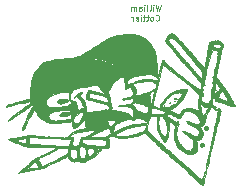
<source format=gbo>
%TF.GenerationSoftware,KiCad,Pcbnew,(5.1.10)-1*%
%TF.CreationDate,2021-11-25T14:23:59+01:00*%
%TF.ProjectId,CLIP_HOSTBOARD,434c4950-5f48-44f5-9354-424f4152442e,rev?*%
%TF.SameCoordinates,Original*%
%TF.FileFunction,Legend,Bot*%
%TF.FilePolarity,Positive*%
%FSLAX46Y46*%
G04 Gerber Fmt 4.6, Leading zero omitted, Abs format (unit mm)*
G04 Created by KiCad (PCBNEW (5.1.10)-1) date 2021-11-25 14:23:59*
%MOMM*%
%LPD*%
G01*
G04 APERTURE LIST*
%ADD10C,0.100000*%
%ADD11C,0.010000*%
G04 APERTURE END LIST*
D10*
X144004029Y-81597190D02*
X143884981Y-82097190D01*
X143789743Y-81740047D01*
X143694505Y-82097190D01*
X143575458Y-81597190D01*
X143384981Y-82097190D02*
X143384981Y-81763857D01*
X143384981Y-81597190D02*
X143408791Y-81621000D01*
X143384981Y-81644809D01*
X143361172Y-81621000D01*
X143384981Y-81597190D01*
X143384981Y-81644809D01*
X143075458Y-82097190D02*
X143123077Y-82073380D01*
X143146886Y-82025761D01*
X143146886Y-81597190D01*
X142813553Y-82097190D02*
X142861172Y-82073380D01*
X142884981Y-82025761D01*
X142884981Y-81597190D01*
X142623077Y-82097190D02*
X142623077Y-81763857D01*
X142623077Y-81597190D02*
X142646886Y-81621000D01*
X142623077Y-81644809D01*
X142599267Y-81621000D01*
X142623077Y-81597190D01*
X142623077Y-81644809D01*
X142170696Y-82097190D02*
X142170696Y-81835285D01*
X142194505Y-81787666D01*
X142242124Y-81763857D01*
X142337362Y-81763857D01*
X142384981Y-81787666D01*
X142170696Y-82073380D02*
X142218315Y-82097190D01*
X142337362Y-82097190D01*
X142384981Y-82073380D01*
X142408791Y-82025761D01*
X142408791Y-81978142D01*
X142384981Y-81930523D01*
X142337362Y-81906714D01*
X142218315Y-81906714D01*
X142170696Y-81882904D01*
X141932600Y-82097190D02*
X141932600Y-81763857D01*
X141932600Y-81811476D02*
X141908791Y-81787666D01*
X141861172Y-81763857D01*
X141789743Y-81763857D01*
X141742124Y-81787666D01*
X141718315Y-81835285D01*
X141718315Y-82097190D01*
X141718315Y-81835285D02*
X141694505Y-81787666D01*
X141646886Y-81763857D01*
X141575458Y-81763857D01*
X141527839Y-81787666D01*
X141504029Y-81835285D01*
X141504029Y-82097190D01*
X143575458Y-82899571D02*
X143599267Y-82923380D01*
X143670696Y-82947190D01*
X143718315Y-82947190D01*
X143789743Y-82923380D01*
X143837362Y-82875761D01*
X143861172Y-82828142D01*
X143884981Y-82732904D01*
X143884981Y-82661476D01*
X143861172Y-82566238D01*
X143837362Y-82518619D01*
X143789743Y-82471000D01*
X143718315Y-82447190D01*
X143670696Y-82447190D01*
X143599267Y-82471000D01*
X143575458Y-82494809D01*
X143289743Y-82947190D02*
X143337362Y-82923380D01*
X143361172Y-82899571D01*
X143384981Y-82851952D01*
X143384981Y-82709095D01*
X143361172Y-82661476D01*
X143337362Y-82637666D01*
X143289743Y-82613857D01*
X143218315Y-82613857D01*
X143170696Y-82637666D01*
X143146886Y-82661476D01*
X143123077Y-82709095D01*
X143123077Y-82851952D01*
X143146886Y-82899571D01*
X143170696Y-82923380D01*
X143218315Y-82947190D01*
X143289743Y-82947190D01*
X142980220Y-82613857D02*
X142789743Y-82613857D01*
X142908791Y-82447190D02*
X142908791Y-82875761D01*
X142884981Y-82923380D01*
X142837362Y-82947190D01*
X142789743Y-82947190D01*
X142694505Y-82613857D02*
X142504029Y-82613857D01*
X142623077Y-82447190D02*
X142623077Y-82875761D01*
X142599267Y-82923380D01*
X142551648Y-82947190D01*
X142504029Y-82947190D01*
X142337362Y-82947190D02*
X142337362Y-82613857D01*
X142337362Y-82447190D02*
X142361172Y-82471000D01*
X142337362Y-82494809D01*
X142313553Y-82471000D01*
X142337362Y-82447190D01*
X142337362Y-82494809D01*
X141908791Y-82923380D02*
X141956410Y-82947190D01*
X142051648Y-82947190D01*
X142099267Y-82923380D01*
X142123077Y-82875761D01*
X142123077Y-82685285D01*
X142099267Y-82637666D01*
X142051648Y-82613857D01*
X141956410Y-82613857D01*
X141908791Y-82637666D01*
X141884981Y-82685285D01*
X141884981Y-82732904D01*
X142123077Y-82780523D01*
X141670696Y-82947190D02*
X141670696Y-82613857D01*
X141670696Y-82709095D02*
X141646886Y-82661476D01*
X141623077Y-82637666D01*
X141575458Y-82613857D01*
X141527839Y-82613857D01*
D11*
%TO.C,G\u002A\u002A\u002A*%
G36*
X135438595Y-90982032D02*
G01*
X135448652Y-90996308D01*
X135537096Y-91043809D01*
X135686285Y-91051665D01*
X135889578Y-91019814D01*
X135965466Y-91001095D01*
X136139540Y-90952196D01*
X136246858Y-90914780D01*
X136297280Y-90884922D01*
X136303974Y-90866273D01*
X136293052Y-90811558D01*
X136281717Y-90753223D01*
X136256616Y-90694409D01*
X136196093Y-90669422D01*
X136114174Y-90665300D01*
X135924444Y-90679117D01*
X135749422Y-90716553D01*
X135601217Y-90771585D01*
X135547295Y-90804450D01*
X135547295Y-90860684D01*
X135566834Y-90880223D01*
X135547295Y-90899761D01*
X135527757Y-90880223D01*
X135547295Y-90860684D01*
X135547295Y-90804450D01*
X135491938Y-90838191D01*
X135433694Y-90910347D01*
X135438595Y-90982032D01*
G37*
X135438595Y-90982032D02*
X135448652Y-90996308D01*
X135537096Y-91043809D01*
X135686285Y-91051665D01*
X135889578Y-91019814D01*
X135965466Y-91001095D01*
X136139540Y-90952196D01*
X136246858Y-90914780D01*
X136297280Y-90884922D01*
X136303974Y-90866273D01*
X136293052Y-90811558D01*
X136281717Y-90753223D01*
X136256616Y-90694409D01*
X136196093Y-90669422D01*
X136114174Y-90665300D01*
X135924444Y-90679117D01*
X135749422Y-90716553D01*
X135601217Y-90771585D01*
X135547295Y-90804450D01*
X135547295Y-90860684D01*
X135566834Y-90880223D01*
X135547295Y-90899761D01*
X135527757Y-90880223D01*
X135547295Y-90860684D01*
X135547295Y-90804450D01*
X135491938Y-90838191D01*
X135433694Y-90910347D01*
X135438595Y-90982032D01*
G36*
X135248113Y-89840113D02*
G01*
X135327828Y-89907111D01*
X135425483Y-89953031D01*
X135480470Y-89961915D01*
X135614411Y-89948628D01*
X135771963Y-89914037D01*
X135927156Y-89866050D01*
X136054024Y-89812574D01*
X136122364Y-89766459D01*
X136178068Y-89702657D01*
X136180887Y-89666992D01*
X136130059Y-89629369D01*
X136118721Y-89622296D01*
X135958057Y-89561487D01*
X135755042Y-89545001D01*
X135561423Y-89568656D01*
X135404052Y-89615951D01*
X135285424Y-89677999D01*
X135221672Y-89745299D01*
X135215141Y-89772587D01*
X135248113Y-89840113D01*
G37*
X135248113Y-89840113D02*
X135327828Y-89907111D01*
X135425483Y-89953031D01*
X135480470Y-89961915D01*
X135614411Y-89948628D01*
X135771963Y-89914037D01*
X135927156Y-89866050D01*
X136054024Y-89812574D01*
X136122364Y-89766459D01*
X136178068Y-89702657D01*
X136180887Y-89666992D01*
X136130059Y-89629369D01*
X136118721Y-89622296D01*
X135958057Y-89561487D01*
X135755042Y-89545001D01*
X135561423Y-89568656D01*
X135404052Y-89615951D01*
X135285424Y-89677999D01*
X135221672Y-89745299D01*
X135215141Y-89772587D01*
X135248113Y-89840113D01*
G36*
X137852834Y-94416684D02*
G01*
X137872372Y-94397146D01*
X137852834Y-94377608D01*
X137833295Y-94397146D01*
X137852834Y-94416684D01*
G37*
X137852834Y-94416684D02*
X137872372Y-94397146D01*
X137852834Y-94377608D01*
X137833295Y-94397146D01*
X137852834Y-94416684D01*
G36*
X139331244Y-90456890D02*
G01*
X139377619Y-90461566D01*
X139383346Y-90456890D01*
X139377982Y-90433658D01*
X139357295Y-90430838D01*
X139325130Y-90445136D01*
X139331244Y-90456890D01*
G37*
X139331244Y-90456890D02*
X139377619Y-90461566D01*
X139383346Y-90456890D01*
X139377982Y-90433658D01*
X139357295Y-90430838D01*
X139325130Y-90445136D01*
X139331244Y-90456890D01*
G36*
X144339603Y-92736377D02*
G01*
X144359141Y-92716838D01*
X144339603Y-92697300D01*
X144320064Y-92716838D01*
X144339603Y-92736377D01*
G37*
X144339603Y-92736377D02*
X144359141Y-92716838D01*
X144339603Y-92697300D01*
X144320064Y-92716838D01*
X144339603Y-92736377D01*
G36*
X144300526Y-90157300D02*
G01*
X144320064Y-90137761D01*
X144300526Y-90118223D01*
X144280988Y-90137761D01*
X144300526Y-90157300D01*
G37*
X144300526Y-90157300D02*
X144320064Y-90137761D01*
X144300526Y-90118223D01*
X144280988Y-90137761D01*
X144300526Y-90157300D01*
G36*
X144779647Y-89921703D02*
G01*
X144788988Y-89922838D01*
X144826929Y-89893102D01*
X144828064Y-89883761D01*
X144798328Y-89845820D01*
X144788988Y-89844684D01*
X144751046Y-89874421D01*
X144749911Y-89883761D01*
X144779647Y-89921703D01*
G37*
X144779647Y-89921703D02*
X144788988Y-89922838D01*
X144826929Y-89893102D01*
X144828064Y-89883761D01*
X144798328Y-89845820D01*
X144788988Y-89844684D01*
X144751046Y-89874421D01*
X144749911Y-89883761D01*
X144779647Y-89921703D01*
G36*
X145169046Y-89764940D02*
G01*
X145179757Y-89766531D01*
X145217818Y-89753198D01*
X145218834Y-89749298D01*
X145191451Y-89715936D01*
X145179757Y-89707915D01*
X145143748Y-89711013D01*
X145140680Y-89725147D01*
X145169046Y-89764940D01*
G37*
X145169046Y-89764940D02*
X145179757Y-89766531D01*
X145217818Y-89753198D01*
X145218834Y-89749298D01*
X145191451Y-89715936D01*
X145179757Y-89707915D01*
X145143748Y-89711013D01*
X145140680Y-89725147D01*
X145169046Y-89764940D01*
G36*
X145135071Y-89601661D02*
G01*
X145199295Y-89610223D01*
X145279414Y-89594038D01*
X145295323Y-89552114D01*
X145275186Y-89523293D01*
X145223221Y-89513069D01*
X145152470Y-89531015D01*
X145105009Y-89564428D01*
X145101603Y-89575704D01*
X145135071Y-89601661D01*
G37*
X145135071Y-89601661D02*
X145199295Y-89610223D01*
X145279414Y-89594038D01*
X145295323Y-89552114D01*
X145275186Y-89523293D01*
X145223221Y-89513069D01*
X145152470Y-89531015D01*
X145105009Y-89564428D01*
X145101603Y-89575704D01*
X145135071Y-89601661D01*
G36*
X145439460Y-89597963D02*
G01*
X145453295Y-89590684D01*
X145490614Y-89553866D01*
X145492372Y-89546995D01*
X145467130Y-89544329D01*
X145453295Y-89551608D01*
X145415977Y-89588426D01*
X145414218Y-89595297D01*
X145439460Y-89597963D01*
G37*
X145439460Y-89597963D02*
X145453295Y-89590684D01*
X145490614Y-89553866D01*
X145492372Y-89546995D01*
X145467130Y-89544329D01*
X145453295Y-89551608D01*
X145415977Y-89588426D01*
X145414218Y-89595297D01*
X145439460Y-89597963D01*
G36*
X144691295Y-87109300D02*
G01*
X144710834Y-87089761D01*
X144691295Y-87070223D01*
X144671757Y-87089761D01*
X144691295Y-87109300D01*
G37*
X144691295Y-87109300D02*
X144710834Y-87089761D01*
X144691295Y-87070223D01*
X144671757Y-87089761D01*
X144691295Y-87109300D01*
G36*
X147192218Y-92540992D02*
G01*
X147211757Y-92521454D01*
X147192218Y-92501915D01*
X147172680Y-92521454D01*
X147192218Y-92540992D01*
G37*
X147192218Y-92540992D02*
X147211757Y-92521454D01*
X147192218Y-92501915D01*
X147172680Y-92521454D01*
X147192218Y-92540992D01*
G36*
X147498321Y-89089197D02*
G01*
X147521552Y-89083833D01*
X147524372Y-89063146D01*
X147510074Y-89030981D01*
X147498321Y-89037095D01*
X147493644Y-89083470D01*
X147498321Y-89089197D01*
G37*
X147498321Y-89089197D02*
X147521552Y-89083833D01*
X147524372Y-89063146D01*
X147510074Y-89030981D01*
X147498321Y-89037095D01*
X147493644Y-89083470D01*
X147498321Y-89089197D01*
G36*
X147537569Y-88838454D02*
G01*
X147551832Y-88843363D01*
X147557279Y-88789608D01*
X147551138Y-88734133D01*
X147537569Y-88740761D01*
X147532408Y-88820765D01*
X147537569Y-88838454D01*
G37*
X147537569Y-88838454D02*
X147551832Y-88843363D01*
X147557279Y-88789608D01*
X147551138Y-88734133D01*
X147537569Y-88740761D01*
X147532408Y-88820765D01*
X147537569Y-88838454D01*
G36*
X147582988Y-89297608D02*
G01*
X147602526Y-89278069D01*
X147582988Y-89258531D01*
X147563449Y-89278069D01*
X147582988Y-89297608D01*
G37*
X147582988Y-89297608D02*
X147602526Y-89278069D01*
X147582988Y-89258531D01*
X147563449Y-89278069D01*
X147582988Y-89297608D01*
G36*
X147582988Y-89141300D02*
G01*
X147602526Y-89121761D01*
X147582988Y-89102223D01*
X147563449Y-89121761D01*
X147582988Y-89141300D01*
G37*
X147582988Y-89141300D02*
X147602526Y-89121761D01*
X147582988Y-89102223D01*
X147563449Y-89121761D01*
X147582988Y-89141300D01*
G36*
X147739295Y-88398838D02*
G01*
X147758834Y-88379300D01*
X147739295Y-88359761D01*
X147719757Y-88379300D01*
X147739295Y-88398838D01*
G37*
X147739295Y-88398838D02*
X147758834Y-88379300D01*
X147739295Y-88359761D01*
X147719757Y-88379300D01*
X147739295Y-88398838D01*
G36*
X147934680Y-86913915D02*
G01*
X147954218Y-86894377D01*
X147934680Y-86874838D01*
X147915141Y-86894377D01*
X147934680Y-86913915D01*
G37*
X147934680Y-86913915D02*
X147954218Y-86894377D01*
X147934680Y-86874838D01*
X147915141Y-86894377D01*
X147934680Y-86913915D01*
G36*
X148325449Y-85585300D02*
G01*
X148344988Y-85565761D01*
X148325449Y-85546223D01*
X148305911Y-85565761D01*
X148325449Y-85585300D01*
G37*
X148325449Y-85585300D02*
X148344988Y-85565761D01*
X148325449Y-85546223D01*
X148305911Y-85565761D01*
X148325449Y-85585300D01*
G36*
X148318936Y-88190428D02*
G01*
X148365311Y-88195105D01*
X148371039Y-88190428D01*
X148365675Y-88167197D01*
X148344988Y-88164377D01*
X148312823Y-88178674D01*
X148318936Y-88190428D01*
G37*
X148318936Y-88190428D02*
X148365311Y-88195105D01*
X148371039Y-88190428D01*
X148365675Y-88167197D01*
X148344988Y-88164377D01*
X148312823Y-88178674D01*
X148318936Y-88190428D01*
G36*
X148403603Y-87695454D02*
G01*
X148423141Y-87675915D01*
X148403603Y-87656377D01*
X148384064Y-87675915D01*
X148403603Y-87695454D01*
G37*
X148403603Y-87695454D02*
X148423141Y-87675915D01*
X148403603Y-87656377D01*
X148384064Y-87675915D01*
X148403603Y-87695454D01*
G36*
X148748782Y-85767659D02*
G01*
X148772014Y-85762295D01*
X148774834Y-85741608D01*
X148760536Y-85709443D01*
X148748782Y-85715556D01*
X148744106Y-85761931D01*
X148748782Y-85767659D01*
G37*
X148748782Y-85767659D02*
X148772014Y-85762295D01*
X148774834Y-85741608D01*
X148760536Y-85709443D01*
X148748782Y-85715556D01*
X148744106Y-85761931D01*
X148748782Y-85767659D01*
G36*
X148638064Y-88828684D02*
G01*
X148657603Y-88809146D01*
X148638064Y-88789608D01*
X148618526Y-88809146D01*
X148638064Y-88828684D01*
G37*
X148638064Y-88828684D02*
X148657603Y-88809146D01*
X148638064Y-88789608D01*
X148618526Y-88809146D01*
X148638064Y-88828684D01*
G36*
X148989757Y-89102223D02*
G01*
X149009295Y-89082684D01*
X148989757Y-89063146D01*
X148970218Y-89082684D01*
X148989757Y-89102223D01*
G37*
X148989757Y-89102223D02*
X149009295Y-89082684D01*
X148989757Y-89063146D01*
X148970218Y-89082684D01*
X148989757Y-89102223D01*
G36*
X131261045Y-89988609D02*
G01*
X131322118Y-89993268D01*
X131335943Y-89985524D01*
X131324288Y-89967763D01*
X131284654Y-89965000D01*
X131242958Y-89974544D01*
X131261045Y-89988609D01*
G37*
X131261045Y-89988609D02*
X131322118Y-89993268D01*
X131335943Y-89985524D01*
X131324288Y-89967763D01*
X131284654Y-89965000D01*
X131242958Y-89974544D01*
X131261045Y-89988609D01*
G36*
X131600244Y-91085585D02*
G01*
X131639603Y-91057357D01*
X131705479Y-91009356D01*
X131734039Y-90988973D01*
X131721195Y-90978446D01*
X131709516Y-90977915D01*
X131655067Y-91005600D01*
X131615080Y-91046300D01*
X131581782Y-91092003D01*
X131600244Y-91085585D01*
G37*
X131600244Y-91085585D02*
X131639603Y-91057357D01*
X131705479Y-91009356D01*
X131734039Y-90988973D01*
X131721195Y-90978446D01*
X131709516Y-90977915D01*
X131655067Y-91005600D01*
X131615080Y-91046300D01*
X131581782Y-91092003D01*
X131600244Y-91085585D01*
G36*
X132108526Y-90548069D02*
G01*
X132128064Y-90528531D01*
X132108526Y-90508992D01*
X132088988Y-90528531D01*
X132108526Y-90548069D01*
G37*
X132108526Y-90548069D02*
X132128064Y-90528531D01*
X132108526Y-90508992D01*
X132088988Y-90528531D01*
X132108526Y-90548069D01*
G36*
X132696296Y-90140345D02*
G01*
X132730491Y-90133607D01*
X132779586Y-90097375D01*
X132790793Y-90058564D01*
X132758895Y-90045680D01*
X132745968Y-90049024D01*
X132690544Y-90096849D01*
X132684088Y-90110923D01*
X132696296Y-90140345D01*
G37*
X132696296Y-90140345D02*
X132730491Y-90133607D01*
X132779586Y-90097375D01*
X132790793Y-90058564D01*
X132758895Y-90045680D01*
X132745968Y-90049024D01*
X132690544Y-90096849D01*
X132684088Y-90110923D01*
X132696296Y-90140345D01*
G36*
X147352609Y-93523633D02*
G01*
X147404046Y-93597866D01*
X147426806Y-93610249D01*
X147505052Y-93612174D01*
X147583451Y-93588748D01*
X147663645Y-93520430D01*
X147681352Y-93434034D01*
X147636856Y-93354944D01*
X147580444Y-93321563D01*
X147492294Y-93290912D01*
X147442400Y-93291861D01*
X147395987Y-93328187D01*
X147380865Y-93343224D01*
X147342778Y-93426519D01*
X147352609Y-93523633D01*
G37*
X147352609Y-93523633D02*
X147404046Y-93597866D01*
X147426806Y-93610249D01*
X147505052Y-93612174D01*
X147583451Y-93588748D01*
X147663645Y-93520430D01*
X147681352Y-93434034D01*
X147636856Y-93354944D01*
X147580444Y-93321563D01*
X147492294Y-93290912D01*
X147442400Y-93291861D01*
X147395987Y-93328187D01*
X147380865Y-93343224D01*
X147342778Y-93426519D01*
X147352609Y-93523633D01*
G36*
X147708461Y-92138195D02*
G01*
X147736504Y-92172553D01*
X147827904Y-92224702D01*
X147912282Y-92208865D01*
X147972897Y-92134601D01*
X147993295Y-92025921D01*
X147974523Y-91937963D01*
X147905238Y-91895315D01*
X147895095Y-91892604D01*
X147785469Y-91895841D01*
X147709572Y-91952415D01*
X147679778Y-92040481D01*
X147708461Y-92138195D01*
G37*
X147708461Y-92138195D02*
X147736504Y-92172553D01*
X147827904Y-92224702D01*
X147912282Y-92208865D01*
X147972897Y-92134601D01*
X147993295Y-92025921D01*
X147974523Y-91937963D01*
X147905238Y-91895315D01*
X147895095Y-91892604D01*
X147785469Y-91895841D01*
X147709572Y-91952415D01*
X147679778Y-92040481D01*
X147708461Y-92138195D01*
G36*
X148451508Y-90155710D02*
G01*
X148462218Y-90157300D01*
X148500279Y-90143967D01*
X148501295Y-90140068D01*
X148473913Y-90106705D01*
X148462218Y-90098684D01*
X148426210Y-90101783D01*
X148423141Y-90115917D01*
X148451508Y-90155710D01*
G37*
X148451508Y-90155710D02*
X148462218Y-90157300D01*
X148500279Y-90143967D01*
X148501295Y-90140068D01*
X148473913Y-90106705D01*
X148462218Y-90098684D01*
X148426210Y-90101783D01*
X148423141Y-90115917D01*
X148451508Y-90155710D01*
G36*
X148595256Y-90190339D02*
G01*
X148634602Y-90232290D01*
X148657223Y-90223684D01*
X148657603Y-90218221D01*
X148629847Y-90185169D01*
X148612488Y-90173107D01*
X148585748Y-90168501D01*
X148595256Y-90190339D01*
G37*
X148595256Y-90190339D02*
X148634602Y-90232290D01*
X148657223Y-90223684D01*
X148657603Y-90218221D01*
X148629847Y-90185169D01*
X148612488Y-90173107D01*
X148585748Y-90168501D01*
X148595256Y-90190339D01*
G36*
X149256782Y-85181505D02*
G01*
X149280014Y-85176141D01*
X149282834Y-85155454D01*
X149268536Y-85123289D01*
X149256782Y-85129402D01*
X149252106Y-85175778D01*
X149256782Y-85181505D01*
G37*
X149256782Y-85181505D02*
X149280014Y-85176141D01*
X149282834Y-85155454D01*
X149268536Y-85123289D01*
X149256782Y-85129402D01*
X149252106Y-85175778D01*
X149256782Y-85181505D01*
G36*
X130903449Y-90221103D02*
G01*
X130955965Y-90218027D01*
X131068496Y-90196716D01*
X131225929Y-90160473D01*
X131413151Y-90112601D01*
X131470064Y-90097233D01*
X131780921Y-90014780D01*
X132036750Y-89953199D01*
X132256636Y-89908556D01*
X132459664Y-89876922D01*
X132636064Y-89857054D01*
X132793930Y-89830650D01*
X132876031Y-89788491D01*
X132883276Y-89729945D01*
X132863506Y-89699457D01*
X132842681Y-89656496D01*
X132863108Y-89649300D01*
X132906714Y-89681630D01*
X132929141Y-89727454D01*
X132964224Y-89790606D01*
X132990390Y-89805608D01*
X133028124Y-89827354D01*
X133016647Y-89877302D01*
X132965851Y-89932512D01*
X132948680Y-89942693D01*
X132948680Y-90000992D01*
X132986621Y-90030729D01*
X132987757Y-90040069D01*
X132958020Y-90078010D01*
X132948680Y-90079146D01*
X132910738Y-90049409D01*
X132909603Y-90040069D01*
X132939339Y-90002128D01*
X132948680Y-90000992D01*
X132948680Y-89942693D01*
X132925309Y-89956551D01*
X132853816Y-90009406D01*
X132844832Y-90057659D01*
X132837886Y-90126069D01*
X132778967Y-90173888D01*
X132694242Y-90182042D01*
X132679461Y-90178209D01*
X132586295Y-90178442D01*
X132521278Y-90203919D01*
X132456452Y-90256730D01*
X132444544Y-90290522D01*
X132485347Y-90289488D01*
X132522180Y-90272739D01*
X132593576Y-90247356D01*
X132626386Y-90251826D01*
X132619865Y-90273078D01*
X132606292Y-90274531D01*
X132546575Y-90299734D01*
X132502086Y-90335937D01*
X132455144Y-90367928D01*
X132440680Y-90355476D01*
X132418174Y-90316094D01*
X132353660Y-90338066D01*
X132257243Y-90414734D01*
X132200031Y-90475516D01*
X132199634Y-90497645D01*
X132213997Y-90494878D01*
X132265647Y-90489753D01*
X132257569Y-90523161D01*
X132194528Y-90589485D01*
X132081288Y-90683112D01*
X132007418Y-90738348D01*
X131891138Y-90817107D01*
X131799054Y-90868715D01*
X131748590Y-90883617D01*
X131745540Y-90881955D01*
X131751556Y-90844548D01*
X131786691Y-90816609D01*
X131862693Y-90764900D01*
X131955195Y-90690826D01*
X131962212Y-90684742D01*
X132069449Y-90591088D01*
X131971757Y-90613644D01*
X131881470Y-90648199D01*
X131834988Y-90682186D01*
X131785783Y-90728512D01*
X131694402Y-90805700D01*
X131580988Y-90896753D01*
X131424680Y-91022893D01*
X131424680Y-91134223D01*
X131456845Y-91148521D01*
X131450731Y-91160274D01*
X131404356Y-91164951D01*
X131398629Y-91160274D01*
X131403993Y-91137043D01*
X131424680Y-91134223D01*
X131424680Y-91022893D01*
X131383367Y-91056233D01*
X131229118Y-91190034D01*
X131124499Y-91292341D01*
X131075771Y-91357341D01*
X131072988Y-91368583D01*
X131082322Y-91402726D01*
X131118429Y-91391039D01*
X131193464Y-91328440D01*
X131213868Y-91309681D01*
X131287271Y-91251036D01*
X131335117Y-91229910D01*
X131340029Y-91231931D01*
X131328852Y-91266932D01*
X131285119Y-91307278D01*
X131235589Y-91356992D01*
X131231896Y-91384311D01*
X131268176Y-91370563D01*
X131339351Y-91312267D01*
X131407680Y-91244995D01*
X131481354Y-91164118D01*
X131517864Y-91116509D01*
X131512603Y-91111249D01*
X131469429Y-91118042D01*
X131463757Y-91105877D01*
X131496301Y-91061094D01*
X131575095Y-91008137D01*
X131671881Y-90962429D01*
X131758402Y-90939391D01*
X131769841Y-90938838D01*
X131858974Y-90912144D01*
X131916932Y-90870454D01*
X131984171Y-90813152D01*
X132091994Y-90731627D01*
X132203031Y-90653239D01*
X132475020Y-90468794D01*
X132689913Y-90325940D01*
X132854159Y-90220768D01*
X132974208Y-90149370D01*
X133056510Y-90107840D01*
X133107513Y-90092268D01*
X133126185Y-90093914D01*
X133178935Y-90141668D01*
X133158626Y-90213977D01*
X133157090Y-90215892D01*
X133157090Y-90365710D01*
X133180321Y-90371074D01*
X133183141Y-90391761D01*
X133168844Y-90423926D01*
X133157090Y-90417813D01*
X133152413Y-90371437D01*
X133157090Y-90365710D01*
X133157090Y-90215892D01*
X133134295Y-90244316D01*
X133085954Y-90311211D01*
X133043457Y-90381614D01*
X133043457Y-90553711D01*
X133063847Y-90562925D01*
X133065911Y-90584840D01*
X133037530Y-90637829D01*
X133027281Y-90645485D01*
X133005076Y-90639195D01*
X133011924Y-90608714D01*
X133043457Y-90553711D01*
X133043457Y-90381614D01*
X133023802Y-90414176D01*
X133002856Y-90452261D01*
X132941928Y-90566050D01*
X132861397Y-90716285D01*
X132778633Y-90870560D01*
X132778164Y-90871434D01*
X132709921Y-91005177D01*
X132659592Y-91116386D01*
X132636583Y-91184006D01*
X132636064Y-91189532D01*
X132619573Y-91247750D01*
X132575773Y-91355025D01*
X132513173Y-91490954D01*
X132493878Y-91530475D01*
X132414769Y-91698476D01*
X132401603Y-91728816D01*
X132401603Y-92032992D01*
X132439664Y-92046325D01*
X132440680Y-92050224D01*
X132413297Y-92083587D01*
X132401603Y-92091608D01*
X132365594Y-92088509D01*
X132362526Y-92074375D01*
X132390892Y-92034582D01*
X132401603Y-92032992D01*
X132401603Y-91728816D01*
X132342988Y-91863894D01*
X132342988Y-92189300D01*
X132362526Y-92208838D01*
X132342988Y-92228377D01*
X132323449Y-92208838D01*
X132342988Y-92189300D01*
X132342988Y-91863894D01*
X132340144Y-91870448D01*
X132285265Y-92011109D01*
X132282324Y-92019546D01*
X132244036Y-92135489D01*
X132232412Y-92197789D01*
X132247969Y-92226453D01*
X132288035Y-92240657D01*
X132366845Y-92225859D01*
X132435710Y-92155930D01*
X132475899Y-92053394D01*
X132479757Y-92010062D01*
X132496665Y-91947953D01*
X132543178Y-91833250D01*
X132612982Y-91678412D01*
X132699760Y-91495896D01*
X132797197Y-91298160D01*
X132898977Y-91097661D01*
X132998784Y-90906858D01*
X133090304Y-90738207D01*
X133167219Y-90604166D01*
X133223215Y-90517193D01*
X133250658Y-90489454D01*
X133293066Y-90519936D01*
X133357680Y-90596407D01*
X133428994Y-90696402D01*
X133491500Y-90797458D01*
X133529691Y-90877111D01*
X133534834Y-90901118D01*
X133564912Y-90937399D01*
X133576217Y-90938838D01*
X133600938Y-90961908D01*
X133596156Y-90973536D01*
X133609997Y-91020410D01*
X133681439Y-91093512D01*
X133798293Y-91183883D01*
X133948376Y-91282563D01*
X134119501Y-91380592D01*
X134218680Y-91431232D01*
X134358396Y-91497499D01*
X134468961Y-91541620D01*
X134573883Y-91568644D01*
X134696666Y-91583620D01*
X134860817Y-91591597D01*
X134980680Y-91594918D01*
X135378530Y-91588339D01*
X135807270Y-91551725D01*
X135948324Y-91533537D01*
X136140429Y-91508125D01*
X136303250Y-91489487D01*
X136421959Y-91479104D01*
X136481725Y-91478455D01*
X136485632Y-91479893D01*
X136499187Y-91528565D01*
X136505108Y-91618972D01*
X136505110Y-91619428D01*
X136515605Y-91802646D01*
X136543479Y-91939601D01*
X136585481Y-92018319D01*
X136617254Y-92032625D01*
X136718285Y-92005195D01*
X136855251Y-91931457D01*
X137011473Y-91822892D01*
X137170269Y-91690979D01*
X137302028Y-91561323D01*
X137426669Y-91434976D01*
X137512264Y-91371440D01*
X137565194Y-91369934D01*
X137591844Y-91429675D01*
X137598575Y-91524992D01*
X137603796Y-91622356D01*
X137615918Y-91755861D01*
X137622872Y-91818069D01*
X137646231Y-92013454D01*
X137333426Y-92083181D01*
X137154905Y-92129994D01*
X136978291Y-92187842D01*
X136839620Y-92244823D01*
X136831035Y-92249094D01*
X136713252Y-92303411D01*
X136616881Y-92338363D01*
X136580098Y-92345444D01*
X136507048Y-92372507D01*
X136410220Y-92440272D01*
X136311208Y-92529032D01*
X136231603Y-92619078D01*
X136192997Y-92690705D01*
X136192064Y-92699600D01*
X136158317Y-92762466D01*
X136077286Y-92803758D01*
X135979285Y-92811200D01*
X135940676Y-92801402D01*
X135884445Y-92803065D01*
X135871392Y-92819164D01*
X135827459Y-92838713D01*
X135761232Y-92821584D01*
X135694929Y-92808285D01*
X135575247Y-92795474D01*
X135415281Y-92783575D01*
X135228126Y-92773015D01*
X135026881Y-92764219D01*
X134824640Y-92757612D01*
X134634500Y-92753620D01*
X134469557Y-92752668D01*
X134342907Y-92755182D01*
X134267647Y-92761588D01*
X134256873Y-92772310D01*
X134257757Y-92772737D01*
X134312024Y-92800775D01*
X134293154Y-92809973D01*
X134252168Y-92811784D01*
X134176603Y-92792905D01*
X134148659Y-92763018D01*
X134096566Y-92729649D01*
X133970036Y-92709737D01*
X133861170Y-92704199D01*
X133699169Y-92696935D01*
X133494181Y-92683745D01*
X133280933Y-92666971D01*
X133196081Y-92659310D01*
X133036327Y-92646662D01*
X133036327Y-92826779D01*
X133217261Y-92827166D01*
X133452587Y-92831902D01*
X133734429Y-92840907D01*
X133971767Y-92850423D01*
X134282087Y-92863844D01*
X134593067Y-92877300D01*
X134888252Y-92890077D01*
X135151183Y-92901463D01*
X135365403Y-92910746D01*
X135488680Y-92916094D01*
X135687767Y-92925431D01*
X135890734Y-92936126D01*
X136079745Y-92947111D01*
X136236962Y-92957318D01*
X136344549Y-92965679D01*
X136377680Y-92969336D01*
X136388757Y-93005508D01*
X136372869Y-93091475D01*
X136348372Y-93163866D01*
X136348372Y-93478838D01*
X136380537Y-93493136D01*
X136374423Y-93504890D01*
X136357695Y-93506576D01*
X136357695Y-93769557D01*
X136419754Y-93776261D01*
X136504508Y-93796225D01*
X136612141Y-93801608D01*
X136698501Y-93807895D01*
X136738760Y-93829376D01*
X136739141Y-93832082D01*
X136767771Y-93851488D01*
X136796121Y-93845290D01*
X136846547Y-93857203D01*
X136877692Y-93934439D01*
X136899949Y-94028531D01*
X136915321Y-94084531D01*
X136923314Y-94143568D01*
X136929453Y-94251652D01*
X136931441Y-94327758D01*
X136929214Y-94450419D01*
X136910358Y-94521287D01*
X136863743Y-94566529D01*
X136819236Y-94591527D01*
X136691367Y-94642547D01*
X136595344Y-94637619D01*
X136507021Y-94575320D01*
X136504680Y-94572992D01*
X136437084Y-94515817D01*
X136393962Y-94494838D01*
X136361809Y-94463671D01*
X136358563Y-94445992D01*
X136351573Y-94384006D01*
X136336129Y-94270447D01*
X136317540Y-94143146D01*
X136299951Y-93952551D01*
X136313572Y-93827174D01*
X136357695Y-93769557D01*
X136357695Y-93506576D01*
X136328048Y-93509566D01*
X136322321Y-93504890D01*
X136327685Y-93481658D01*
X136348372Y-93478838D01*
X136348372Y-93163866D01*
X136334315Y-93205407D01*
X136328309Y-93220066D01*
X136296158Y-93308972D01*
X136288076Y-93358159D01*
X136291539Y-93361608D01*
X136294851Y-93387434D01*
X136282892Y-93410454D01*
X136253645Y-93479879D01*
X136250969Y-93498377D01*
X136215508Y-93520985D01*
X136126846Y-93533156D01*
X136074525Y-93533869D01*
X135976950Y-93532112D01*
X135917918Y-93531150D01*
X135917918Y-93708501D01*
X136055259Y-93708857D01*
X136144400Y-93709711D01*
X136166938Y-93710429D01*
X136181433Y-93741777D01*
X136170150Y-93781684D01*
X136148524Y-93858886D01*
X136126911Y-93980042D01*
X136117123Y-94055678D01*
X136094372Y-94261286D01*
X135590461Y-94514832D01*
X135406840Y-94605453D01*
X135245534Y-94681755D01*
X135120525Y-94737372D01*
X135045791Y-94765938D01*
X135033615Y-94768377D01*
X134985388Y-94792747D01*
X134980680Y-94809760D01*
X134956740Y-94833098D01*
X134941603Y-94826992D01*
X134905652Y-94831387D01*
X134902526Y-94846531D01*
X134878841Y-94872277D01*
X134864292Y-94866590D01*
X134816659Y-94873860D01*
X134713584Y-94910552D01*
X134670371Y-94928658D01*
X134670371Y-94963761D01*
X134705876Y-94976319D01*
X134674902Y-95005135D01*
X134646496Y-95017748D01*
X134606158Y-95020479D01*
X134609726Y-95002391D01*
X134659757Y-94965150D01*
X134670371Y-94963761D01*
X134670371Y-94928658D01*
X134569432Y-94970951D01*
X134398571Y-95049341D01*
X134367573Y-95064204D01*
X134176201Y-95152849D01*
X134027689Y-95214032D01*
X133930804Y-95244461D01*
X133894551Y-95241836D01*
X133848550Y-95205189D01*
X133806491Y-95198223D01*
X133744958Y-95172357D01*
X133688012Y-95113511D01*
X133657525Y-95049814D01*
X133664869Y-95016085D01*
X133689554Y-95031782D01*
X133709745Y-95078047D01*
X133752871Y-95142960D01*
X133791467Y-95159146D01*
X133835117Y-95149546D01*
X133840035Y-95112010D01*
X133803742Y-95033438D01*
X133750776Y-94944223D01*
X133692022Y-94832437D01*
X133657233Y-94734669D01*
X133653284Y-94706804D01*
X133672894Y-94635869D01*
X133721510Y-94562751D01*
X133780937Y-94505779D01*
X133832982Y-94483279D01*
X133856851Y-94501750D01*
X133887854Y-94520011D01*
X133959176Y-94491034D01*
X134046675Y-94435055D01*
X134176334Y-94354997D01*
X134339192Y-94266775D01*
X134472680Y-94202164D01*
X134608043Y-94139171D01*
X134720082Y-94083481D01*
X134784828Y-94047013D01*
X134785295Y-94046688D01*
X134856169Y-94004404D01*
X134962502Y-93948243D01*
X135000218Y-93929524D01*
X135126162Y-93863398D01*
X135241612Y-93795377D01*
X135262651Y-93781613D01*
X135332131Y-93746093D01*
X135425199Y-93723916D01*
X135560090Y-93712362D01*
X135751112Y-93708720D01*
X135917918Y-93708501D01*
X135917918Y-93531150D01*
X135818390Y-93529526D01*
X135616006Y-93526379D01*
X135386960Y-93522940D01*
X135215141Y-93520432D01*
X134967668Y-93514867D01*
X134902526Y-93512445D01*
X134902526Y-93596069D01*
X134934691Y-93610367D01*
X134928577Y-93622120D01*
X134882202Y-93626797D01*
X134876475Y-93622120D01*
X134881839Y-93598889D01*
X134902526Y-93596069D01*
X134902526Y-93512445D01*
X134725078Y-93505844D01*
X134507502Y-93494365D01*
X134335073Y-93481430D01*
X134257757Y-93472856D01*
X134112760Y-93457048D01*
X133914646Y-93441159D01*
X133688432Y-93426943D01*
X133459133Y-93416154D01*
X133437141Y-93415337D01*
X133236802Y-93405806D01*
X133064158Y-93393299D01*
X132934418Y-93379240D01*
X132862789Y-93365053D01*
X132854671Y-93360765D01*
X132835750Y-93302764D01*
X132827367Y-93195554D01*
X132828742Y-93067255D01*
X132839093Y-92945986D01*
X132857642Y-92859869D01*
X132869136Y-92839367D01*
X132917660Y-92830820D01*
X133036327Y-92826779D01*
X133036327Y-92646662D01*
X132992400Y-92643183D01*
X132844410Y-92640412D01*
X132730681Y-92651699D01*
X132629781Y-92677745D01*
X132629466Y-92677850D01*
X132589447Y-92688754D01*
X132589447Y-92853608D01*
X132609676Y-92887847D01*
X132616798Y-92974051D01*
X132612516Y-93087444D01*
X132598535Y-93203252D01*
X132576558Y-93296703D01*
X132556216Y-93336820D01*
X132506260Y-93342201D01*
X132405159Y-93323359D01*
X132277898Y-93285430D01*
X132136672Y-93238031D01*
X132014529Y-93199162D01*
X131945074Y-93179165D01*
X131881346Y-93144512D01*
X131831239Y-93089643D01*
X131816529Y-93041345D01*
X131824298Y-93030583D01*
X131868580Y-93016688D01*
X131968593Y-92991066D01*
X132103678Y-92958496D01*
X132253176Y-92923756D01*
X132396428Y-92891624D01*
X132512773Y-92866879D01*
X132581553Y-92854299D01*
X132589447Y-92853608D01*
X132589447Y-92688754D01*
X132513674Y-92709401D01*
X132349071Y-92745702D01*
X132164245Y-92780649D01*
X132088988Y-92793213D01*
X131915938Y-92821357D01*
X131762579Y-92847246D01*
X131756834Y-92848269D01*
X131756834Y-93009915D01*
X131776372Y-93029454D01*
X131756834Y-93048992D01*
X131737295Y-93029454D01*
X131756834Y-93009915D01*
X131756834Y-92848269D01*
X131651959Y-92866949D01*
X131620064Y-92873212D01*
X131539604Y-92886846D01*
X131539604Y-93088069D01*
X131579397Y-93116435D01*
X131580988Y-93127146D01*
X131567655Y-93165207D01*
X131563755Y-93166223D01*
X131530393Y-93138840D01*
X131522372Y-93127146D01*
X131525470Y-93091137D01*
X131539604Y-93088069D01*
X131539604Y-92886846D01*
X131526480Y-92889071D01*
X131391311Y-92907460D01*
X131297680Y-92918431D01*
X131177082Y-92936833D01*
X131095527Y-92959366D01*
X131072987Y-92976405D01*
X131105361Y-93004694D01*
X131142515Y-93009915D01*
X131218065Y-93039399D01*
X131268372Y-93088069D01*
X131340213Y-93149201D01*
X131398042Y-93166223D01*
X131474387Y-93180108D01*
X131603596Y-93217287D01*
X131767239Y-93271043D01*
X131946884Y-93334660D01*
X132124102Y-93401420D01*
X132280461Y-93464607D01*
X132397529Y-93517506D01*
X132454625Y-93551256D01*
X132485144Y-93570925D01*
X132533225Y-93586367D01*
X132607993Y-93598161D01*
X132718575Y-93606886D01*
X132874096Y-93613120D01*
X133083680Y-93617443D01*
X133356454Y-93620434D01*
X133568318Y-93621916D01*
X133985314Y-93625925D01*
X134328616Y-93632638D01*
X134602648Y-93642362D01*
X134811832Y-93655402D01*
X134960592Y-93672066D01*
X135053350Y-93692658D01*
X135094531Y-93717486D01*
X135097581Y-93727766D01*
X135065103Y-93766292D01*
X134980033Y-93825814D01*
X134860387Y-93893815D01*
X134853350Y-93897455D01*
X134732045Y-93958499D01*
X134573094Y-94036493D01*
X134389664Y-94125201D01*
X134194923Y-94218388D01*
X134002038Y-94309818D01*
X133945141Y-94336509D01*
X133945141Y-94416684D01*
X133964680Y-94436223D01*
X133945141Y-94455761D01*
X133925603Y-94436223D01*
X133945141Y-94416684D01*
X133945141Y-94336509D01*
X133824176Y-94393256D01*
X133674505Y-94462465D01*
X133566192Y-94511211D01*
X133512405Y-94533258D01*
X133509372Y-94533915D01*
X133502525Y-94537170D01*
X133502525Y-94701509D01*
X133525510Y-94715547D01*
X133534834Y-94729300D01*
X133571195Y-94810165D01*
X133547920Y-94845321D01*
X133534834Y-94846531D01*
X133504566Y-94813434D01*
X133496355Y-94758608D01*
X133502525Y-94701509D01*
X133502525Y-94537170D01*
X133462380Y-94556259D01*
X133411940Y-94589267D01*
X133411940Y-94797611D01*
X133453684Y-94952634D01*
X133500038Y-95071116D01*
X133561202Y-95165788D01*
X133573746Y-95178535D01*
X133619756Y-95241283D01*
X133647563Y-95316651D01*
X133654252Y-95382314D01*
X133636912Y-95415946D01*
X133603218Y-95404356D01*
X133536548Y-95391025D01*
X133396705Y-95396209D01*
X133186409Y-95419766D01*
X133111801Y-95430134D01*
X132898974Y-95457130D01*
X132746683Y-95468543D01*
X132661288Y-95464022D01*
X132645728Y-95455784D01*
X132652292Y-95411548D01*
X132668926Y-95402192D01*
X132724328Y-95369259D01*
X132822161Y-95298315D01*
X132945773Y-95202512D01*
X133078513Y-95094998D01*
X133203728Y-94988924D01*
X133287772Y-94913491D01*
X133411940Y-94797611D01*
X133411940Y-94589267D01*
X133374344Y-94613870D01*
X133264780Y-94692615D01*
X133153206Y-94778362D01*
X133059140Y-94856978D01*
X133043231Y-94871450D01*
X132962127Y-94944469D01*
X132840406Y-95051260D01*
X132733757Y-95143504D01*
X132733757Y-95276377D01*
X132753295Y-95295915D01*
X132733757Y-95315454D01*
X132714218Y-95295915D01*
X132733757Y-95276377D01*
X132733757Y-95143504D01*
X132697153Y-95175165D01*
X132601710Y-95256838D01*
X132577449Y-95277599D01*
X132577449Y-95471761D01*
X132596988Y-95491300D01*
X132596988Y-95569454D01*
X132632996Y-95572552D01*
X132636064Y-95586686D01*
X132607698Y-95626479D01*
X132596988Y-95628069D01*
X132558927Y-95614737D01*
X132557911Y-95610837D01*
X132585293Y-95577474D01*
X132596988Y-95569454D01*
X132596988Y-95491300D01*
X132577449Y-95510838D01*
X132557911Y-95491300D01*
X132577449Y-95471761D01*
X132577449Y-95277599D01*
X132448049Y-95388334D01*
X132296975Y-95518666D01*
X132170518Y-95628782D01*
X132116390Y-95676541D01*
X131952218Y-95822705D01*
X132088988Y-95798762D01*
X132189055Y-95778306D01*
X132338359Y-95744331D01*
X132510483Y-95702921D01*
X132577449Y-95686233D01*
X132770200Y-95641623D01*
X132969061Y-95601998D01*
X133138089Y-95574371D01*
X133173372Y-95569944D01*
X133299709Y-95551876D01*
X133387949Y-95532114D01*
X133417603Y-95516489D01*
X133452295Y-95503717D01*
X133539825Y-95501509D01*
X133587921Y-95504283D01*
X133658825Y-95507512D01*
X133726916Y-95502108D01*
X133804786Y-95483687D01*
X133905026Y-95447864D01*
X134040228Y-95390254D01*
X134222984Y-95306475D01*
X134414064Y-95216635D01*
X134657542Y-95102370D01*
X134877376Y-95000636D01*
X135063603Y-94915929D01*
X135206262Y-94852745D01*
X135295393Y-94815581D01*
X135320670Y-94807454D01*
X135362173Y-94790776D01*
X135458233Y-94745537D01*
X135593909Y-94678928D01*
X135732024Y-94609457D01*
X135888076Y-94531517D01*
X136015742Y-94470310D01*
X136100802Y-94432483D01*
X136129134Y-94423841D01*
X136149839Y-94463046D01*
X136193068Y-94546882D01*
X136213156Y-94586118D01*
X136306146Y-94722539D01*
X136413397Y-94808008D01*
X136485141Y-94829125D01*
X136550155Y-94842680D01*
X136616075Y-94862496D01*
X136699583Y-94873249D01*
X136743793Y-94857510D01*
X136770561Y-94843220D01*
X136821376Y-94838781D01*
X136908581Y-94845262D01*
X137044519Y-94863733D01*
X137241533Y-94895261D01*
X137308012Y-94906354D01*
X137393378Y-94914676D01*
X137476648Y-94904455D01*
X137578211Y-94869827D01*
X137718454Y-94804929D01*
X137796474Y-94765879D01*
X137941859Y-94690216D01*
X138059329Y-94625270D01*
X138132268Y-94580421D01*
X138147280Y-94567872D01*
X138194205Y-94533895D01*
X138283879Y-94488922D01*
X138307545Y-94478719D01*
X138474578Y-94376964D01*
X138642611Y-94218101D01*
X138793164Y-94020708D01*
X138839395Y-93944025D01*
X138916629Y-93823932D01*
X138991659Y-93762550D01*
X139089469Y-93745317D01*
X139171680Y-93750333D01*
X139229314Y-93736794D01*
X139240064Y-93715425D01*
X139265715Y-93697434D01*
X139317935Y-93722192D01*
X139387879Y-93749258D01*
X139462932Y-93728451D01*
X139503550Y-93705498D01*
X139556015Y-93668991D01*
X139588804Y-93624850D01*
X139607483Y-93554449D01*
X139617616Y-93439161D01*
X139623206Y-93305039D01*
X139627707Y-93142278D01*
X139624665Y-93040458D01*
X139610479Y-92982465D01*
X139581545Y-92951186D01*
X139545053Y-92933771D01*
X139491125Y-92906937D01*
X139509478Y-92895980D01*
X139523372Y-92895161D01*
X139576342Y-92872106D01*
X139581988Y-92847033D01*
X139606265Y-92795865D01*
X139682357Y-92745247D01*
X139784967Y-92708448D01*
X139866370Y-92697876D01*
X139976190Y-92718405D01*
X140042216Y-92749681D01*
X140139727Y-92792708D01*
X140290308Y-92833372D01*
X140468919Y-92866731D01*
X140650516Y-92887842D01*
X140766699Y-92892684D01*
X140910036Y-92883988D01*
X141105707Y-92860579D01*
X141330314Y-92826475D01*
X141560456Y-92785695D01*
X141772732Y-92742257D01*
X141943743Y-92700179D01*
X142012809Y-92678691D01*
X142152881Y-92623219D01*
X142312625Y-92551842D01*
X142387537Y-92515358D01*
X142474468Y-92471939D01*
X142542281Y-92447529D01*
X142603546Y-92447966D01*
X142670831Y-92479088D01*
X142756704Y-92546732D01*
X142873733Y-92656738D01*
X143034486Y-92814941D01*
X143036248Y-92816679D01*
X143167899Y-92943264D01*
X143294860Y-93059799D01*
X143396013Y-93147079D01*
X143423012Y-93168371D01*
X143529356Y-93255237D01*
X143622690Y-93342299D01*
X143632213Y-93352309D01*
X143713084Y-93435940D01*
X143814892Y-93537046D01*
X143846067Y-93567232D01*
X143943096Y-93662730D01*
X144065712Y-93786467D01*
X144175056Y-93898915D01*
X144278033Y-93999447D01*
X144364961Y-94072590D01*
X144418409Y-94103811D01*
X144421105Y-94104069D01*
X144475857Y-94124143D01*
X144482885Y-94134008D01*
X144515995Y-94170304D01*
X144595903Y-94245978D01*
X144710128Y-94349477D01*
X144828064Y-94453479D01*
X144962623Y-94571385D01*
X145074674Y-94670723D01*
X145151488Y-94740133D01*
X145179757Y-94767346D01*
X145242984Y-94823407D01*
X145338240Y-94887027D01*
X145435104Y-94939885D01*
X145503161Y-94963659D01*
X145505867Y-94963761D01*
X145573813Y-94985899D01*
X145589788Y-95002391D01*
X145581924Y-95024894D01*
X145543248Y-95018162D01*
X145529316Y-95027224D01*
X145567479Y-95074638D01*
X145622429Y-95126071D01*
X145754751Y-95244543D01*
X145894596Y-95374359D01*
X146029309Y-95503194D01*
X146146237Y-95618725D01*
X146232723Y-95708627D01*
X146276114Y-95760576D01*
X146278330Y-95764838D01*
X146313393Y-95805861D01*
X146394533Y-95882788D01*
X146507240Y-95982152D01*
X146566988Y-96032772D01*
X146721780Y-96166277D01*
X146901811Y-96327580D01*
X147076852Y-96489422D01*
X147141134Y-96550541D01*
X147270027Y-96669481D01*
X147382930Y-96764643D01*
X147465619Y-96824555D01*
X147499339Y-96839454D01*
X147563163Y-96867946D01*
X147576646Y-96888300D01*
X147592280Y-96893197D01*
X147600738Y-96839454D01*
X147613758Y-96733880D01*
X147644258Y-96568141D01*
X147688880Y-96357399D01*
X147744265Y-96116813D01*
X147807057Y-95861544D01*
X147873412Y-95608531D01*
X147985677Y-95182206D01*
X148071331Y-94828554D01*
X148130524Y-94546818D01*
X148163407Y-94336240D01*
X148170132Y-94196065D01*
X148163941Y-94152915D01*
X148128870Y-94080059D01*
X148091984Y-94072183D01*
X148071870Y-94130788D01*
X148071449Y-94145452D01*
X148086492Y-94199484D01*
X148110526Y-94201761D01*
X148143980Y-94210620D01*
X148149603Y-94238532D01*
X148120247Y-94291827D01*
X148092824Y-94299454D01*
X148056808Y-94327510D01*
X148056808Y-94489416D01*
X148063573Y-94541319D01*
X148063831Y-94553454D01*
X148059607Y-94620190D01*
X148047374Y-94626066D01*
X148045817Y-94622582D01*
X148038087Y-94545007D01*
X148044369Y-94505351D01*
X148056808Y-94489416D01*
X148056808Y-94327510D01*
X148047971Y-94334394D01*
X148004279Y-94423370D01*
X147993295Y-94461944D01*
X147993295Y-94885608D01*
X148031254Y-94913654D01*
X148032372Y-94922378D01*
X148003967Y-94975302D01*
X147993295Y-94983300D01*
X147959841Y-94974441D01*
X147954218Y-94946529D01*
X147974620Y-94893063D01*
X147993295Y-94885608D01*
X147993295Y-94461944D01*
X147970323Y-94542618D01*
X147954677Y-94668372D01*
X147954436Y-94683023D01*
X147937395Y-94789233D01*
X147915666Y-94845551D01*
X147891491Y-94913386D01*
X147868810Y-95028532D01*
X147846035Y-95201114D01*
X147821580Y-95441256D01*
X147820561Y-95452223D01*
X147810768Y-95554017D01*
X147803810Y-95620606D01*
X147777111Y-95653387D01*
X147759979Y-95648316D01*
X147725486Y-95663825D01*
X147695896Y-95733932D01*
X147630344Y-96001828D01*
X147579374Y-96197504D01*
X147541779Y-96325285D01*
X147516355Y-96389495D01*
X147510997Y-96396931D01*
X147471885Y-96389797D01*
X147423565Y-96338865D01*
X147361784Y-96274665D01*
X147314280Y-96253300D01*
X147254623Y-96226689D01*
X147184419Y-96165377D01*
X147094328Y-96077854D01*
X146991756Y-95991774D01*
X146909792Y-95923354D01*
X146794682Y-95820056D01*
X146668778Y-95702032D01*
X146645019Y-95679159D01*
X146507389Y-95550348D01*
X146363984Y-95423033D01*
X146243866Y-95322950D01*
X146234711Y-95315785D01*
X146097510Y-95202528D01*
X145954256Y-95074295D01*
X145900386Y-95022708D01*
X145787774Y-94917780D01*
X145707295Y-94847531D01*
X145707295Y-95041915D01*
X145726834Y-95061454D01*
X145707295Y-95080992D01*
X145687757Y-95061454D01*
X145707295Y-95041915D01*
X145707295Y-94847531D01*
X145643921Y-94792212D01*
X145499634Y-94672885D01*
X145497277Y-94671003D01*
X145365195Y-94559218D01*
X145245156Y-94446557D01*
X145161211Y-94355717D01*
X145155659Y-94348618D01*
X145083853Y-94268355D01*
X145023805Y-94224233D01*
X145011543Y-94221300D01*
X144968953Y-94195403D01*
X144880996Y-94123744D01*
X144758020Y-94015367D01*
X144610370Y-93879317D01*
X144495762Y-93770429D01*
X144315323Y-93599174D01*
X144131638Y-93428820D01*
X143961732Y-93274893D01*
X143870680Y-93195054D01*
X143870680Y-93322531D01*
X143890218Y-93342069D01*
X143870680Y-93361608D01*
X143851141Y-93342069D01*
X143870680Y-93322531D01*
X143870680Y-93195054D01*
X143822630Y-93152921D01*
X143772988Y-93111254D01*
X143634984Y-92993836D01*
X143485132Y-92859382D01*
X143334739Y-92718915D01*
X143195114Y-92583457D01*
X143077567Y-92464032D01*
X142993405Y-92371663D01*
X142953939Y-92317373D01*
X142952372Y-92311374D01*
X142920036Y-92274014D01*
X142879643Y-92257550D01*
X142846452Y-92238738D01*
X142828911Y-92197187D01*
X142828157Y-92123344D01*
X142845328Y-92007658D01*
X142881559Y-91840576D01*
X142937989Y-91612545D01*
X142972128Y-91480379D01*
X143080445Y-91064535D01*
X143221562Y-91041194D01*
X143352374Y-91026364D01*
X143505284Y-91018041D01*
X143547532Y-91017422D01*
X143732384Y-91016992D01*
X143711584Y-91143992D01*
X143669619Y-91524776D01*
X143671586Y-91874815D01*
X143717243Y-92178214D01*
X143728172Y-92219890D01*
X143821976Y-92489711D01*
X143941667Y-92733585D01*
X144076449Y-92931555D01*
X144162068Y-93021791D01*
X144237104Y-93097399D01*
X144278286Y-93155905D01*
X144280988Y-93166524D01*
X144299075Y-93205166D01*
X144348760Y-93180186D01*
X144423179Y-93095997D01*
X144451220Y-93057093D01*
X144549318Y-92890079D01*
X144618703Y-92706357D01*
X144662940Y-92489953D01*
X144685591Y-92224891D01*
X144690559Y-91984141D01*
X144693047Y-91797123D01*
X144699322Y-91642121D01*
X144708478Y-91533787D01*
X144719608Y-91486768D01*
X144721379Y-91485910D01*
X144775273Y-91506779D01*
X144869459Y-91559860D01*
X144981406Y-91630878D01*
X145088583Y-91705556D01*
X145166881Y-91768175D01*
X145218022Y-91822204D01*
X145231661Y-91875323D01*
X145211475Y-91958324D01*
X145195218Y-92005470D01*
X145165672Y-92121293D01*
X145138230Y-92284088D01*
X145117931Y-92462731D01*
X145114892Y-92501517D01*
X145105868Y-92690977D01*
X145112806Y-92838498D01*
X145139405Y-92979326D01*
X145179639Y-93118201D01*
X145225817Y-93249173D01*
X145267811Y-93341614D01*
X145297809Y-93378878D01*
X145301702Y-93378232D01*
X145320384Y-93387126D01*
X145314628Y-93411079D01*
X145320806Y-93478365D01*
X145383626Y-93573069D01*
X145506389Y-93698955D01*
X145692399Y-93859789D01*
X145747994Y-93904952D01*
X146010324Y-94088838D01*
X146252788Y-94200208D01*
X146481179Y-94240371D01*
X146701292Y-94210633D01*
X146846223Y-94152656D01*
X146964534Y-94050933D01*
X147044361Y-93891196D01*
X147082107Y-93685366D01*
X147074176Y-93445363D01*
X147069604Y-93412290D01*
X147047047Y-93269166D01*
X147026680Y-93152263D01*
X147013290Y-93088497D01*
X147021307Y-93047589D01*
X147087893Y-93040856D01*
X147105130Y-93042556D01*
X147224144Y-93035785D01*
X147337360Y-92997652D01*
X147419560Y-92939946D01*
X147446218Y-92883145D01*
X147462385Y-92824988D01*
X147480542Y-92814531D01*
X147510208Y-92780412D01*
X147544107Y-92694656D01*
X147555999Y-92652480D01*
X147575922Y-92538591D01*
X147567019Y-92433250D01*
X147525640Y-92299502D01*
X147519492Y-92282918D01*
X147457877Y-92152595D01*
X147384472Y-92044404D01*
X147381090Y-92041083D01*
X147381090Y-92319556D01*
X147404321Y-92324920D01*
X147407141Y-92345608D01*
X147392844Y-92377772D01*
X147381090Y-92371659D01*
X147376413Y-92325284D01*
X147381090Y-92319556D01*
X147381090Y-92041083D01*
X147341893Y-92002592D01*
X147241935Y-91929778D01*
X147423292Y-91860517D01*
X147590033Y-91758141D01*
X147702318Y-91603113D01*
X147755236Y-91403222D01*
X147758834Y-91328329D01*
X147771197Y-91229256D01*
X147811126Y-91098581D01*
X147882879Y-90924784D01*
X147990715Y-90696343D01*
X147997759Y-90682003D01*
X148086559Y-90506104D01*
X148165325Y-90358607D01*
X148226928Y-90252240D01*
X148264239Y-90199730D01*
X148269775Y-90196377D01*
X148319608Y-90221560D01*
X148372773Y-90267769D01*
X148504836Y-90387031D01*
X148632212Y-90474934D01*
X148738294Y-90521485D01*
X148796041Y-90522483D01*
X148845353Y-90513448D01*
X148841394Y-90555872D01*
X148835579Y-90570593D01*
X148809418Y-90661650D01*
X148804701Y-90704377D01*
X148797822Y-90777071D01*
X148780407Y-90890549D01*
X148771714Y-90938838D01*
X148745654Y-91083377D01*
X148722247Y-91222769D01*
X148717760Y-91251454D01*
X148709705Y-91291722D01*
X148709705Y-91577095D01*
X148732937Y-91582459D01*
X148735757Y-91603146D01*
X148721459Y-91635311D01*
X148709705Y-91629197D01*
X148705029Y-91582822D01*
X148709705Y-91577095D01*
X148709705Y-91291722D01*
X148698176Y-91349358D01*
X148670629Y-91465784D01*
X148670629Y-91850633D01*
X148693860Y-91855997D01*
X148696680Y-91876684D01*
X148682382Y-91908849D01*
X148670629Y-91902736D01*
X148665952Y-91856361D01*
X148670629Y-91850633D01*
X148670629Y-91465784D01*
X148663122Y-91497513D01*
X148618625Y-91671027D01*
X148594735Y-91759454D01*
X148550622Y-91931513D01*
X148516722Y-92086252D01*
X148497747Y-92200963D01*
X148495364Y-92238146D01*
X148478833Y-92324832D01*
X148450601Y-92339301D01*
X148450601Y-92409083D01*
X148456048Y-92462838D01*
X148449907Y-92518313D01*
X148436338Y-92511684D01*
X148431253Y-92432859D01*
X148431253Y-92839082D01*
X148460996Y-92892302D01*
X148428666Y-92947790D01*
X148425506Y-92949838D01*
X148398466Y-92937392D01*
X148394541Y-92896236D01*
X148411860Y-92842594D01*
X148431253Y-92839082D01*
X148431253Y-92432859D01*
X148431177Y-92431680D01*
X148436338Y-92413992D01*
X148450601Y-92409083D01*
X148450601Y-92339301D01*
X148438295Y-92345608D01*
X148405034Y-92358229D01*
X148392944Y-92407513D01*
X148399394Y-92510586D01*
X148405294Y-92560531D01*
X148414887Y-92685953D01*
X148407905Y-92761167D01*
X148395464Y-92775454D01*
X148370867Y-92810558D01*
X148369423Y-92814767D01*
X148369423Y-93043569D01*
X148376189Y-93095473D01*
X148376446Y-93107608D01*
X148372223Y-93174344D01*
X148359990Y-93180220D01*
X148358432Y-93176736D01*
X148350702Y-93099161D01*
X148356984Y-93059505D01*
X148369423Y-93043569D01*
X148369423Y-92814767D01*
X148339568Y-92901797D01*
X148306743Y-93028060D01*
X148277566Y-93168234D01*
X148257214Y-93301208D01*
X148251771Y-93361608D01*
X148233598Y-93460419D01*
X148210876Y-93514952D01*
X148188839Y-93587192D01*
X148176563Y-93700088D01*
X148175654Y-93739645D01*
X148168940Y-93842147D01*
X148152022Y-93902178D01*
X148143090Y-93908684D01*
X148114486Y-93940578D01*
X148110526Y-93969606D01*
X148129470Y-94010053D01*
X148149603Y-94006377D01*
X148182095Y-94016382D01*
X148188680Y-94049660D01*
X148197095Y-94098391D01*
X148217983Y-94082149D01*
X148244807Y-94011770D01*
X148266897Y-93920003D01*
X148287754Y-93822176D01*
X148321916Y-93670409D01*
X148364362Y-93486737D01*
X148403075Y-93322531D01*
X148445145Y-93138653D01*
X148478970Y-92977179D01*
X148500918Y-92856388D01*
X148507496Y-92796793D01*
X148522850Y-92710486D01*
X148541388Y-92676538D01*
X148571382Y-92609170D01*
X148612729Y-92466625D01*
X148664896Y-92250970D01*
X148727355Y-91964272D01*
X148741498Y-91896352D01*
X148769636Y-91781002D01*
X148797073Y-91701238D01*
X148809566Y-91681429D01*
X148841188Y-91626826D01*
X148877792Y-91515675D01*
X148913776Y-91368862D01*
X148943536Y-91207271D01*
X148951102Y-91153761D01*
X148977842Y-90994748D01*
X149016232Y-90818705D01*
X149034347Y-90748573D01*
X149065624Y-90626384D01*
X149072297Y-90552582D01*
X149052314Y-90500725D01*
X149011381Y-90452597D01*
X148962280Y-90384628D01*
X148956388Y-90340488D01*
X148956835Y-90340016D01*
X148949177Y-90317854D01*
X148918116Y-90313608D01*
X148862218Y-90340933D01*
X148852988Y-90369557D01*
X148821968Y-90405075D01*
X148751605Y-90415089D01*
X148675945Y-90400968D01*
X148629033Y-90364081D01*
X148627642Y-90360495D01*
X148585881Y-90333567D01*
X148561339Y-90338005D01*
X148499187Y-90332004D01*
X148483403Y-90316272D01*
X148484062Y-90278379D01*
X148498989Y-90274531D01*
X148538706Y-90244515D01*
X148540372Y-90232820D01*
X148509950Y-90208890D01*
X148462218Y-90215915D01*
X148395177Y-90213608D01*
X148375940Y-90150279D01*
X148384007Y-90098684D01*
X148387985Y-90042547D01*
X148389827Y-89931434D01*
X148389174Y-89788503D01*
X148389002Y-89776300D01*
X148390940Y-89618290D01*
X148403665Y-89527573D01*
X148428863Y-89493818D01*
X148435232Y-89492992D01*
X148516845Y-89526847D01*
X148571164Y-89607524D01*
X148579449Y-89656371D01*
X148615357Y-89719870D01*
X148686911Y-89748606D01*
X148779172Y-89773627D01*
X148913901Y-89816577D01*
X149048372Y-89863332D01*
X149312809Y-89955570D01*
X149520334Y-90019407D01*
X149680640Y-90058311D01*
X149779046Y-90091878D01*
X149836947Y-90128505D01*
X149896749Y-90155916D01*
X149996674Y-90176934D01*
X150111502Y-90189469D01*
X150216012Y-90191435D01*
X150284982Y-90180742D01*
X150298834Y-90166742D01*
X150279971Y-90118453D01*
X150230545Y-90024302D01*
X150162064Y-89906036D01*
X150093368Y-89789847D01*
X150044267Y-89702780D01*
X150025297Y-89663524D01*
X150025295Y-89663439D01*
X150006548Y-89625211D01*
X149956576Y-89536720D01*
X149927603Y-89487382D01*
X149927603Y-89844684D01*
X149947141Y-89864223D01*
X149927603Y-89883761D01*
X149908064Y-89864223D01*
X149927603Y-89844684D01*
X149927603Y-89487382D01*
X149884784Y-89414465D01*
X149855385Y-89365327D01*
X149801702Y-89274080D01*
X149801702Y-89815851D01*
X149826506Y-89823042D01*
X149866613Y-89861695D01*
X149830978Y-89881204D01*
X149783018Y-89883761D01*
X149739006Y-89876330D01*
X149739006Y-89927865D01*
X149810194Y-89951661D01*
X149862518Y-89987706D01*
X149868988Y-90002788D01*
X149839111Y-90014727D01*
X149771130Y-89993807D01*
X149705711Y-89956454D01*
X149690031Y-89932461D01*
X149739006Y-89927865D01*
X149739006Y-89876330D01*
X149726326Y-89874188D01*
X149739636Y-89841181D01*
X149740536Y-89840274D01*
X149801702Y-89815851D01*
X149801702Y-89274080D01*
X149754852Y-89194447D01*
X149650923Y-89011974D01*
X149565178Y-88855834D01*
X149561131Y-88848223D01*
X149478508Y-88713945D01*
X149361051Y-88550122D01*
X149228330Y-88383317D01*
X149162849Y-88307642D01*
X149146042Y-88288259D01*
X149146042Y-88911433D01*
X149208841Y-88913502D01*
X149276240Y-88971240D01*
X149355959Y-89090856D01*
X149440670Y-89248761D01*
X149516486Y-89395138D01*
X149579869Y-89512334D01*
X149622260Y-89584801D01*
X149634261Y-89600454D01*
X149649590Y-89642122D01*
X149654064Y-89702735D01*
X149650006Y-89759382D01*
X149624092Y-89776871D01*
X149555719Y-89760191D01*
X149498561Y-89740382D01*
X149360479Y-89683649D01*
X149263295Y-89635034D01*
X149263295Y-89844684D01*
X149282834Y-89864223D01*
X149263295Y-89883761D01*
X149243757Y-89864223D01*
X149263295Y-89844684D01*
X149263295Y-89635034D01*
X149227404Y-89617080D01*
X149213020Y-89608793D01*
X149185141Y-89595872D01*
X149185141Y-89805608D01*
X149204680Y-89825146D01*
X149185141Y-89844684D01*
X149165603Y-89825146D01*
X149185141Y-89805608D01*
X149185141Y-89595872D01*
X149102537Y-89557584D01*
X149059573Y-89546886D01*
X149059573Y-89733753D01*
X149081411Y-89743261D01*
X149123362Y-89782607D01*
X149114757Y-89805227D01*
X149109294Y-89805608D01*
X149076242Y-89777852D01*
X149064179Y-89760493D01*
X149059573Y-89733753D01*
X149059573Y-89546886D01*
X149002052Y-89532561D01*
X148990779Y-89532069D01*
X148911603Y-89511710D01*
X148911603Y-89688377D01*
X148931141Y-89707915D01*
X148911603Y-89727454D01*
X148892064Y-89707915D01*
X148911603Y-89688377D01*
X148911603Y-89511710D01*
X148906576Y-89510417D01*
X148880189Y-89442081D01*
X148908075Y-89325958D01*
X148930054Y-89238148D01*
X148907046Y-89190337D01*
X148897693Y-89183856D01*
X148865775Y-89147563D01*
X148885018Y-89089759D01*
X148897926Y-89068281D01*
X148950861Y-89009705D01*
X148989102Y-88997800D01*
X149046267Y-88984574D01*
X149080122Y-88958825D01*
X149146042Y-88911433D01*
X149146042Y-88288259D01*
X149035128Y-88160343D01*
X148916337Y-88015311D01*
X148823671Y-87893904D01*
X148788931Y-87843142D01*
X148688951Y-87684763D01*
X148812832Y-87055108D01*
X148855873Y-86839503D01*
X148895207Y-86648318D01*
X148927800Y-86495858D01*
X148950617Y-86396425D01*
X148958832Y-86366838D01*
X148977099Y-86291282D01*
X148994281Y-86178606D01*
X148997293Y-86151915D01*
X149019078Y-86016190D01*
X149054571Y-85859440D01*
X149070081Y-85802900D01*
X149102955Y-85677757D01*
X149123303Y-85575444D01*
X149126526Y-85541674D01*
X149141053Y-85456086D01*
X149171711Y-85363151D01*
X149201909Y-85259997D01*
X149207937Y-85182431D01*
X149223961Y-85092906D01*
X149247065Y-85053775D01*
X149274691Y-84992117D01*
X149249916Y-84950598D01*
X149212270Y-84926289D01*
X149204680Y-84954560D01*
X149181260Y-84984511D01*
X149163705Y-84978435D01*
X149146473Y-84934212D01*
X149169274Y-84897030D01*
X149196614Y-84838760D01*
X149190306Y-84815439D01*
X149151052Y-84822425D01*
X149107827Y-84865229D01*
X149064987Y-84905611D01*
X149049615Y-84891684D01*
X149015341Y-84854375D01*
X148954861Y-84842838D01*
X148871298Y-84823339D01*
X148838521Y-84779856D01*
X148863510Y-84734911D01*
X148915360Y-84715325D01*
X149011240Y-84724498D01*
X149048169Y-84760146D01*
X149078256Y-84792976D01*
X149086261Y-84779238D01*
X149051775Y-84708376D01*
X148954723Y-84650299D01*
X148864198Y-84624296D01*
X148779950Y-84616729D01*
X148733569Y-84651777D01*
X148703154Y-84723832D01*
X148668610Y-84804756D01*
X148630141Y-84823979D01*
X148593692Y-84808790D01*
X148593692Y-84886181D01*
X148786976Y-84893843D01*
X148944479Y-84927033D01*
X149054406Y-84980928D01*
X149104961Y-85050707D01*
X149103086Y-85094446D01*
X149058991Y-85187598D01*
X149028063Y-85228789D01*
X148983244Y-85249032D01*
X148983244Y-85598325D01*
X149006475Y-85603690D01*
X149009295Y-85624377D01*
X148994998Y-85656541D01*
X148983244Y-85650428D01*
X148978567Y-85604053D01*
X148983244Y-85598325D01*
X148983244Y-85249032D01*
X148942735Y-85267329D01*
X148818253Y-85264174D01*
X148677757Y-85224819D01*
X148544389Y-85154764D01*
X148474343Y-85097240D01*
X148397415Y-85013044D01*
X148351090Y-84948316D01*
X148344988Y-84931058D01*
X148380608Y-84910973D01*
X148473645Y-84894671D01*
X148593692Y-84886181D01*
X148593692Y-84808790D01*
X148571791Y-84799663D01*
X148483361Y-84752337D01*
X148570482Y-84713462D01*
X148647092Y-84666963D01*
X148651956Y-84633399D01*
X148591136Y-84618389D01*
X148476761Y-84626622D01*
X148403603Y-84639505D01*
X148403603Y-84803761D01*
X148423141Y-84823300D01*
X148403603Y-84842838D01*
X148384064Y-84823300D01*
X148403603Y-84803761D01*
X148403603Y-84639505D01*
X148320536Y-84654135D01*
X148251701Y-84675076D01*
X148251701Y-85309710D01*
X148304529Y-85312109D01*
X148618605Y-85439942D01*
X148718356Y-85470165D01*
X148876801Y-85514944D01*
X148849219Y-85735737D01*
X148830904Y-85881100D01*
X148807057Y-86068673D01*
X148782171Y-86263156D01*
X148776576Y-86306676D01*
X148747648Y-86482983D01*
X148710033Y-86646220D01*
X148670472Y-86768572D01*
X148658191Y-86795137D01*
X148655200Y-86802249D01*
X148655200Y-88206808D01*
X148697005Y-88220537D01*
X148765081Y-88293426D01*
X148868437Y-88425928D01*
X148950794Y-88533786D01*
X148996097Y-88600970D01*
X149000806Y-88654101D01*
X148961409Y-88722757D01*
X148922205Y-88774568D01*
X148852988Y-88860892D01*
X148852988Y-89258531D01*
X148890929Y-89288267D01*
X148892064Y-89297608D01*
X148862328Y-89335549D01*
X148852988Y-89336684D01*
X148815046Y-89306948D01*
X148813911Y-89297608D01*
X148843647Y-89259666D01*
X148852988Y-89258531D01*
X148852988Y-88860892D01*
X148849285Y-88865511D01*
X148794372Y-88928955D01*
X148794372Y-89492992D01*
X148813911Y-89512531D01*
X148794372Y-89532069D01*
X148774834Y-89512531D01*
X148794372Y-89492992D01*
X148794372Y-88928955D01*
X148788955Y-88935214D01*
X148785180Y-88939193D01*
X148725909Y-89016189D01*
X148691280Y-89073236D01*
X148654763Y-89130280D01*
X148623268Y-89120138D01*
X148593759Y-89082142D01*
X148559436Y-88990879D01*
X148555071Y-88889485D01*
X148567242Y-88786415D01*
X148583640Y-88640927D01*
X148597298Y-88516069D01*
X148614357Y-88355026D01*
X148630654Y-88251788D01*
X148655200Y-88206808D01*
X148655200Y-86802249D01*
X148600502Y-86932323D01*
X148559911Y-87074416D01*
X148559911Y-87539146D01*
X148579449Y-87558684D01*
X148559911Y-87578223D01*
X148540372Y-87558684D01*
X148559911Y-87539146D01*
X148559911Y-87074416D01*
X148555307Y-87090533D01*
X148531216Y-87235320D01*
X148530811Y-87304684D01*
X148524850Y-87382863D01*
X148502602Y-87480531D01*
X148485177Y-87571438D01*
X148467944Y-87715567D01*
X148453642Y-87888031D01*
X148448854Y-87968992D01*
X148437038Y-88155432D01*
X148420065Y-88323011D01*
X148394506Y-88493298D01*
X148356928Y-88687861D01*
X148303901Y-88928269D01*
X148279315Y-89034719D01*
X148250206Y-89196127D01*
X148235967Y-89351992D01*
X148238549Y-89454788D01*
X148244796Y-89557111D01*
X148234802Y-89621576D01*
X148228789Y-89629123D01*
X148193546Y-89673978D01*
X148144785Y-89761261D01*
X148132983Y-89785439D01*
X148056571Y-89895183D01*
X147981693Y-89928731D01*
X147928167Y-89926992D01*
X147928167Y-90053095D01*
X147951398Y-90058459D01*
X147954218Y-90079146D01*
X147939921Y-90111311D01*
X147928167Y-90105197D01*
X147923490Y-90058822D01*
X147928167Y-90053095D01*
X147928167Y-89926992D01*
X147763242Y-89921630D01*
X147587744Y-89863712D01*
X147564153Y-89849580D01*
X147564153Y-89961915D01*
X147595689Y-89994919D01*
X147589989Y-90073447D01*
X147588574Y-90179876D01*
X147641524Y-90243813D01*
X147756704Y-90271859D01*
X147829501Y-90274531D01*
X147935204Y-90277623D01*
X147980923Y-90294993D01*
X147984797Y-90338776D01*
X147976999Y-90373217D01*
X147929261Y-90478452D01*
X147875971Y-90548162D01*
X147805404Y-90637982D01*
X147740619Y-90749246D01*
X147739151Y-90752322D01*
X147674896Y-90880708D01*
X147614696Y-90988790D01*
X147570482Y-91055698D01*
X147559501Y-91066530D01*
X147549009Y-91063996D01*
X147540977Y-91023708D01*
X147514984Y-90930079D01*
X147480624Y-90816284D01*
X147440372Y-90661729D01*
X147413681Y-90510906D01*
X147407141Y-90426827D01*
X147395476Y-90306830D01*
X147366787Y-90210194D01*
X147360646Y-90199020D01*
X147342218Y-90125805D01*
X147362359Y-90058590D01*
X147406295Y-90021207D01*
X147459257Y-90037490D01*
X147460193Y-90038413D01*
X147518533Y-90076925D01*
X147545726Y-90059329D01*
X147538503Y-90020531D01*
X147542367Y-89970354D01*
X147564153Y-89961915D01*
X147564153Y-89849580D01*
X147534788Y-89831987D01*
X147465757Y-89780112D01*
X147465757Y-89883761D01*
X147485295Y-89903300D01*
X147465757Y-89922838D01*
X147446218Y-89903300D01*
X147465757Y-89883761D01*
X147465757Y-89780112D01*
X147462829Y-89777911D01*
X147426366Y-89723036D01*
X147415054Y-89640400D01*
X147417558Y-89526463D01*
X147427654Y-89411160D01*
X147444426Y-89339255D01*
X147459668Y-89325890D01*
X147476790Y-89303924D01*
X147482157Y-89225381D01*
X147479838Y-89175189D01*
X147476052Y-89019027D01*
X147484663Y-88851958D01*
X147503029Y-88692167D01*
X147528508Y-88557841D01*
X147558457Y-88467168D01*
X147586953Y-88437915D01*
X147637744Y-88420893D01*
X147643678Y-88408608D01*
X147666062Y-88146746D01*
X147692310Y-87931399D01*
X147720542Y-87777742D01*
X147722970Y-87768023D01*
X147740585Y-87655293D01*
X147735826Y-87565284D01*
X147733034Y-87556459D01*
X147725820Y-87508866D01*
X147749493Y-87513835D01*
X147801784Y-87511916D01*
X147842157Y-87440071D01*
X147868562Y-87305905D01*
X147878948Y-87117019D01*
X147878348Y-87036024D01*
X147883452Y-86920894D01*
X147900722Y-86837096D01*
X147909044Y-86821101D01*
X147942305Y-86753350D01*
X147988293Y-86625152D01*
X148042191Y-86452222D01*
X148099183Y-86250274D01*
X148154454Y-86035019D01*
X148170463Y-85968141D01*
X148212999Y-85810972D01*
X148251332Y-85715753D01*
X148282370Y-85690095D01*
X148283314Y-85690566D01*
X148297924Y-85688465D01*
X148278432Y-85663200D01*
X148252027Y-85593710D01*
X148271829Y-85536890D01*
X148292870Y-85466628D01*
X148284188Y-85435415D01*
X148248960Y-85439887D01*
X148238608Y-85458543D01*
X148204059Y-85491582D01*
X148189031Y-85487825D01*
X148179740Y-85442509D01*
X148200756Y-85375257D01*
X148251701Y-85309710D01*
X148251701Y-84675076D01*
X148229761Y-84681751D01*
X148191859Y-84713974D01*
X148188680Y-84729788D01*
X148174294Y-84743883D01*
X148174294Y-85554695D01*
X148183257Y-85569657D01*
X148176455Y-85622550D01*
X148152340Y-85726208D01*
X148113291Y-85878377D01*
X148070684Y-86023774D01*
X148038116Y-86092984D01*
X148015001Y-86087246D01*
X148014719Y-86086584D01*
X148008591Y-85999127D01*
X148024220Y-85949815D01*
X148056000Y-85863521D01*
X148084704Y-85747315D01*
X148087358Y-85733209D01*
X148113647Y-85632714D01*
X148145078Y-85570068D01*
X148151116Y-85564826D01*
X148174294Y-85554695D01*
X148174294Y-84743883D01*
X148156998Y-84760831D01*
X148130502Y-84764684D01*
X148085117Y-84797214D01*
X148078627Y-84852608D01*
X148072454Y-84935329D01*
X148050111Y-85063862D01*
X148020293Y-85194531D01*
X148006321Y-85258307D01*
X148006321Y-86223556D01*
X148029552Y-86228920D01*
X148032372Y-86249608D01*
X148018074Y-86281772D01*
X148006321Y-86275659D01*
X148001644Y-86229284D01*
X148006321Y-86223556D01*
X148006321Y-85258307D01*
X147987245Y-85345381D01*
X147966109Y-85483038D01*
X147961480Y-85565761D01*
X147955797Y-85648102D01*
X147936063Y-85787763D01*
X147905313Y-85965802D01*
X147866581Y-86163276D01*
X147863069Y-86180106D01*
X147823506Y-86376226D01*
X147790841Y-86552308D01*
X147768252Y-86690187D01*
X147758916Y-86771699D01*
X147758834Y-86776030D01*
X147742332Y-86849776D01*
X147709988Y-86874425D01*
X147655227Y-86844852D01*
X147558378Y-86761365D01*
X147426253Y-86631014D01*
X147265667Y-86460846D01*
X147083435Y-86257912D01*
X146886369Y-86029261D01*
X146841585Y-85976069D01*
X146697608Y-85806224D01*
X146554585Y-85640781D01*
X146428372Y-85497884D01*
X146334826Y-85395678D01*
X146329336Y-85389915D01*
X146223108Y-85277019D01*
X146176218Y-85226266D01*
X146176218Y-85428992D01*
X146195757Y-85448531D01*
X146176218Y-85468069D01*
X146156680Y-85448531D01*
X146176218Y-85428992D01*
X146176218Y-85226266D01*
X146089287Y-85132171D01*
X145952242Y-84981802D01*
X145915010Y-84940531D01*
X145776422Y-84788097D01*
X145628811Y-84628322D01*
X145499279Y-84490487D01*
X145473196Y-84463198D01*
X145357747Y-84341804D01*
X145248598Y-84225037D01*
X145174693Y-84144067D01*
X145062203Y-84046797D01*
X144949988Y-84019940D01*
X144819950Y-84061362D01*
X144809737Y-84067232D01*
X144809737Y-84372447D01*
X144888300Y-84379901D01*
X144986126Y-84432502D01*
X145112165Y-84534276D01*
X145275369Y-84689250D01*
X145379662Y-84793992D01*
X145682279Y-85104361D01*
X145929148Y-85364132D01*
X146122214Y-85575434D01*
X146263420Y-85740391D01*
X146353160Y-85858838D01*
X146415596Y-85948198D01*
X146459791Y-86006737D01*
X146467412Y-86015146D01*
X146501470Y-86053793D01*
X146568791Y-86134945D01*
X146643276Y-86226752D01*
X146752560Y-86358603D01*
X146866980Y-86490480D01*
X146929234Y-86558906D01*
X147022505Y-86667388D01*
X147132033Y-86807788D01*
X147217503Y-86926099D01*
X147303869Y-87042771D01*
X147380929Y-87132220D01*
X147432296Y-87175465D01*
X147433045Y-87175765D01*
X147494244Y-87231880D01*
X147536303Y-87322317D01*
X147539496Y-87402377D01*
X147528362Y-87461709D01*
X147515323Y-87569046D01*
X147508832Y-87636838D01*
X147498372Y-87756907D01*
X147490685Y-87844587D01*
X147488574Y-87868342D01*
X147463559Y-87873312D01*
X147400751Y-87824478D01*
X147309017Y-87730732D01*
X147197223Y-87600966D01*
X147101855Y-87480531D01*
X147008876Y-87363102D01*
X146929364Y-87270007D01*
X146878834Y-87219298D01*
X146875189Y-87216753D01*
X146832996Y-87175796D01*
X146754354Y-87086871D01*
X146650958Y-86963572D01*
X146547805Y-86836207D01*
X146424913Y-86687131D01*
X146308320Y-86554541D01*
X146212683Y-86454619D01*
X146160433Y-86408587D01*
X146073814Y-86329673D01*
X145978048Y-86217863D01*
X145938839Y-86163902D01*
X145867104Y-86065219D01*
X145808841Y-85997157D01*
X145787775Y-85980101D01*
X145728197Y-85934867D01*
X145640972Y-85846024D01*
X145543983Y-85733485D01*
X145455112Y-85617162D01*
X145433235Y-85585300D01*
X145354090Y-85477764D01*
X145249238Y-85349567D01*
X145181488Y-85272684D01*
X145140977Y-85225217D01*
X145140977Y-85470629D01*
X145161212Y-85480332D01*
X145189526Y-85502161D01*
X145250278Y-85559198D01*
X145250014Y-85584658D01*
X145243157Y-85585300D01*
X145210538Y-85558596D01*
X145174772Y-85516915D01*
X145140977Y-85470629D01*
X145140977Y-85225217D01*
X145082064Y-85156187D01*
X145082064Y-85389915D01*
X145101603Y-85409454D01*
X145082064Y-85428992D01*
X145062526Y-85409454D01*
X145082064Y-85389915D01*
X145082064Y-85156187D01*
X145071653Y-85143988D01*
X144966486Y-85007005D01*
X144918130Y-84936655D01*
X144831430Y-84822294D01*
X144736011Y-84726134D01*
X144704707Y-84702194D01*
X144623275Y-84642193D01*
X144601203Y-84593867D01*
X144634705Y-84528889D01*
X144674593Y-84476877D01*
X144741485Y-84406115D01*
X144809737Y-84372447D01*
X144809737Y-84067232D01*
X144761029Y-84095228D01*
X144658395Y-84186707D01*
X144555535Y-84321999D01*
X144467803Y-84475243D01*
X144410551Y-84620576D01*
X144396849Y-84708650D01*
X144423314Y-84773289D01*
X144492440Y-84873726D01*
X144590886Y-84991247D01*
X144622911Y-85025741D01*
X144842889Y-85258382D01*
X145014858Y-85443316D01*
X145145813Y-85588357D01*
X145242748Y-85701321D01*
X145312659Y-85790021D01*
X145335991Y-85822415D01*
X145417461Y-85930669D01*
X145497648Y-86024564D01*
X145509796Y-86037161D01*
X145593555Y-86133101D01*
X145648680Y-86208674D01*
X145751715Y-86353526D01*
X145847157Y-86460791D01*
X145922786Y-86517510D01*
X145945230Y-86523146D01*
X145994980Y-86544217D01*
X146000372Y-86560114D01*
X146025418Y-86604943D01*
X146094458Y-86696300D01*
X146198350Y-86823407D01*
X146327949Y-86975485D01*
X146474110Y-87141754D01*
X146627691Y-87311434D01*
X146740549Y-87432654D01*
X146851057Y-87553158D01*
X146946735Y-87663581D01*
X147009100Y-87742493D01*
X147014273Y-87750037D01*
X147071676Y-87825832D01*
X147162390Y-87934324D01*
X147260603Y-88045166D01*
X147353590Y-88156839D01*
X147420183Y-88255458D01*
X147446209Y-88319984D01*
X147446218Y-88320725D01*
X147438732Y-88389153D01*
X147419909Y-88499131D01*
X147395201Y-88623808D01*
X147370058Y-88736339D01*
X147349934Y-88809873D01*
X147344296Y-88822661D01*
X147311696Y-88806077D01*
X147230205Y-88753855D01*
X147114316Y-88676081D01*
X146978522Y-88582843D01*
X146837313Y-88484227D01*
X146705183Y-88390318D01*
X146596624Y-88311204D01*
X146526127Y-88256970D01*
X146508372Y-88240868D01*
X146471760Y-88208378D01*
X146387018Y-88137823D01*
X146267107Y-88039879D01*
X146137141Y-87934981D01*
X145991427Y-87817902D01*
X145863950Y-87715327D01*
X145769584Y-87639235D01*
X145725951Y-87603862D01*
X145660583Y-87554307D01*
X145558638Y-87481000D01*
X145491490Y-87434004D01*
X145367056Y-87339443D01*
X145223906Y-87218532D01*
X145120157Y-87123166D01*
X144940327Y-86955494D01*
X144732769Y-86771310D01*
X144527265Y-86596614D01*
X144388449Y-86484364D01*
X144315849Y-86413892D01*
X144281424Y-86353638D01*
X144280988Y-86348644D01*
X144253828Y-86290329D01*
X144198877Y-86273057D01*
X144198877Y-86688125D01*
X144346191Y-86766097D01*
X144474371Y-86846620D01*
X144568207Y-86918824D01*
X144612489Y-86971838D01*
X144613300Y-86984329D01*
X144616727Y-87016509D01*
X144633047Y-87011380D01*
X144688931Y-87014142D01*
X144773439Y-87049490D01*
X144855278Y-87100287D01*
X144903155Y-87149395D01*
X144906218Y-87160983D01*
X144876707Y-87178560D01*
X144837834Y-87170237D01*
X144808449Y-87169280D01*
X144840459Y-87212470D01*
X144867141Y-87239178D01*
X144939076Y-87298302D01*
X144987710Y-87319671D01*
X144991441Y-87318553D01*
X145032630Y-87330901D01*
X145043576Y-87344713D01*
X145096785Y-87368924D01*
X145140680Y-87363300D01*
X145211313Y-87362364D01*
X145237113Y-87380801D01*
X145231828Y-87404209D01*
X145191556Y-87395303D01*
X145146963Y-87382779D01*
X145153779Y-87404802D01*
X145196082Y-87454918D01*
X145287254Y-87518405D01*
X145352390Y-87517600D01*
X145402755Y-87508185D01*
X145384035Y-87529275D01*
X145379340Y-87532566D01*
X145365443Y-87562502D01*
X145397750Y-87610430D01*
X145483890Y-87684981D01*
X145574724Y-87753538D01*
X145693905Y-87844058D01*
X145785794Y-87919570D01*
X145834107Y-87966529D01*
X145837379Y-87971963D01*
X145873123Y-88008506D01*
X145958351Y-88077455D01*
X146078099Y-88167009D01*
X146149994Y-88218473D01*
X146293957Y-88327527D01*
X146471956Y-88473592D01*
X146662613Y-88638570D01*
X146844549Y-88804363D01*
X146866111Y-88824715D01*
X147282465Y-89219516D01*
X147263859Y-89381887D01*
X147263859Y-90756479D01*
X147287090Y-90761843D01*
X147289911Y-90782531D01*
X147275613Y-90814695D01*
X147263859Y-90808582D01*
X147259183Y-90762207D01*
X147263859Y-90756479D01*
X147263859Y-89381887D01*
X147263438Y-89385562D01*
X147237995Y-89533828D01*
X147198930Y-89692027D01*
X147189006Y-89724646D01*
X147139749Y-89951236D01*
X147149932Y-90160427D01*
X147192218Y-90313608D01*
X147228602Y-90433693D01*
X147249142Y-90534385D01*
X147250834Y-90557767D01*
X147242362Y-90610960D01*
X147204315Y-90596749D01*
X147188741Y-90584260D01*
X147123033Y-90544825D01*
X147008011Y-90489132D01*
X146867440Y-90428617D01*
X146853957Y-90423167D01*
X146598929Y-90341973D01*
X146372610Y-90312360D01*
X146185180Y-90334687D01*
X146109212Y-90372532D01*
X146109212Y-90583187D01*
X146383591Y-90604551D01*
X146648473Y-90695357D01*
X146890283Y-90847000D01*
X147095447Y-91050875D01*
X147250391Y-91298376D01*
X147255814Y-91310069D01*
X147312136Y-91454167D01*
X147324037Y-91552509D01*
X147292938Y-91622636D01*
X147282095Y-91634408D01*
X147196438Y-91672356D01*
X147192218Y-91672590D01*
X147192218Y-92072069D01*
X147211757Y-92091608D01*
X147192218Y-92111146D01*
X147172680Y-92091608D01*
X147192218Y-92072069D01*
X147192218Y-91672590D01*
X147061901Y-91679839D01*
X146900781Y-91658670D01*
X146735376Y-91610663D01*
X146674351Y-91584978D01*
X146500515Y-91513453D01*
X146350608Y-91469432D01*
X146239450Y-91456144D01*
X146181864Y-91476814D01*
X146181334Y-91477637D01*
X146191600Y-91515829D01*
X146259108Y-91576999D01*
X146387727Y-91663876D01*
X146581324Y-91779190D01*
X146718112Y-91856397D01*
X146977115Y-92017699D01*
X147158483Y-92170058D01*
X147262224Y-92313479D01*
X147289377Y-92427480D01*
X147281245Y-92551652D01*
X147263273Y-92656130D01*
X147242312Y-92720315D01*
X147224101Y-92713337D01*
X147207938Y-92675669D01*
X147184801Y-92626049D01*
X147176468Y-92648328D01*
X147175426Y-92667992D01*
X147141198Y-92723522D01*
X147055331Y-92743509D01*
X146961938Y-92733952D01*
X146961938Y-93166223D01*
X146975598Y-93198132D01*
X146977295Y-93224838D01*
X146956845Y-93276850D01*
X146939445Y-93283454D01*
X146917944Y-93254810D01*
X146924087Y-93224838D01*
X146951823Y-93173422D01*
X146961938Y-93166223D01*
X146961938Y-92733952D01*
X146934090Y-92731102D01*
X146857758Y-92708447D01*
X146857758Y-93048992D01*
X146897551Y-93077358D01*
X146899141Y-93088069D01*
X146885809Y-93126130D01*
X146881909Y-93127146D01*
X146848546Y-93099763D01*
X146840526Y-93088069D01*
X146843624Y-93052060D01*
X146857758Y-93048992D01*
X146857758Y-92708447D01*
X146793741Y-92689447D01*
X146650551Y-92621693D01*
X146536919Y-92544448D01*
X146454910Y-92493685D01*
X146328383Y-92431839D01*
X146181253Y-92368721D01*
X146037434Y-92314142D01*
X145920841Y-92277912D01*
X145864730Y-92268692D01*
X145821367Y-92275396D01*
X145833211Y-92301308D01*
X145902680Y-92356342D01*
X145992636Y-92429523D01*
X146110184Y-92534072D01*
X146215295Y-92633329D01*
X146340682Y-92748074D01*
X146469683Y-92854259D01*
X146558736Y-92918358D01*
X146699649Y-93046898D01*
X146771813Y-93209615D01*
X146775413Y-93407759D01*
X146710639Y-93642578D01*
X146678882Y-93718183D01*
X146608873Y-93853033D01*
X146536944Y-93928303D01*
X146446582Y-93948444D01*
X146321274Y-93917906D01*
X146173043Y-93854540D01*
X146042736Y-93780217D01*
X145911935Y-93683404D01*
X145797761Y-93579625D01*
X145717334Y-93484403D01*
X145687757Y-93414530D01*
X145660621Y-93356812D01*
X145593281Y-93278938D01*
X145571799Y-93258892D01*
X145466002Y-93127043D01*
X145392506Y-92963397D01*
X145366738Y-92803575D01*
X145367524Y-92787160D01*
X145358919Y-92709931D01*
X145339686Y-92680000D01*
X145320111Y-92626417D01*
X145321125Y-92514787D01*
X145339799Y-92361591D01*
X145373201Y-92183312D01*
X145418403Y-91996434D01*
X145472474Y-91817439D01*
X145512010Y-91710608D01*
X145515943Y-91654087D01*
X145479321Y-91642223D01*
X145411184Y-91620239D01*
X145394956Y-91603594D01*
X145400930Y-91580606D01*
X145425324Y-91585779D01*
X145465498Y-91578393D01*
X145469687Y-91516946D01*
X145458249Y-91428926D01*
X145444658Y-91408048D01*
X145418629Y-91443724D01*
X145411088Y-91456608D01*
X145342155Y-91517690D01*
X145251698Y-91504727D01*
X145199295Y-91466250D01*
X145199295Y-91681300D01*
X145218834Y-91700838D01*
X145199295Y-91720377D01*
X145179757Y-91700838D01*
X145199295Y-91681300D01*
X145199295Y-91466250D01*
X145168354Y-91443531D01*
X145082315Y-91375164D01*
X144963520Y-91295570D01*
X144906218Y-91261191D01*
X144787208Y-91188580D01*
X144685573Y-91119273D01*
X144652218Y-91093144D01*
X144555941Y-91029525D01*
X144486141Y-90999312D01*
X144412676Y-90967421D01*
X144412698Y-90937557D01*
X144487719Y-90908626D01*
X144639248Y-90879537D01*
X144654983Y-90877130D01*
X144818865Y-90858678D01*
X144912886Y-90863746D01*
X144938291Y-90878928D01*
X144989610Y-90923218D01*
X145077428Y-90974879D01*
X145082064Y-90977185D01*
X145198982Y-91042788D01*
X145316050Y-91119714D01*
X145316526Y-91120060D01*
X145453396Y-91197008D01*
X145568703Y-91219883D01*
X145650525Y-91189692D01*
X145686939Y-91107443D01*
X145687757Y-91088712D01*
X145714004Y-91002619D01*
X145781491Y-90890441D01*
X145873337Y-90772429D01*
X145972658Y-90668832D01*
X146062572Y-90599900D01*
X146109212Y-90583187D01*
X146109212Y-90372532D01*
X146063108Y-90395501D01*
X145977228Y-90445737D01*
X145908446Y-90457703D01*
X145904395Y-90456442D01*
X145857090Y-90470292D01*
X145857090Y-90522018D01*
X145880321Y-90527382D01*
X145883141Y-90548069D01*
X145868844Y-90580234D01*
X145857090Y-90574120D01*
X145852413Y-90527745D01*
X145857090Y-90522018D01*
X145857090Y-90470292D01*
X145846943Y-90473264D01*
X145769099Y-90548288D01*
X145752805Y-90570832D01*
X145752805Y-90747943D01*
X145754023Y-90763031D01*
X145728232Y-90815185D01*
X145686288Y-90874407D01*
X145657609Y-90882639D01*
X145663875Y-90841658D01*
X145704417Y-90791369D01*
X145752805Y-90747943D01*
X145752805Y-90570832D01*
X145682326Y-90668349D01*
X145611975Y-90792300D01*
X145568610Y-90867474D01*
X145526009Y-90892555D01*
X145492372Y-90880457D01*
X145492372Y-90938838D01*
X145524537Y-90953136D01*
X145518423Y-90964890D01*
X145472048Y-90969566D01*
X145466321Y-90964890D01*
X145471685Y-90941658D01*
X145492372Y-90938838D01*
X145492372Y-90880457D01*
X145461561Y-90869374D01*
X145370825Y-90811838D01*
X145241105Y-90738532D01*
X145098586Y-90675246D01*
X145082064Y-90669255D01*
X144944849Y-90612666D01*
X144835917Y-90552081D01*
X144765400Y-90496030D01*
X144743424Y-90453043D01*
X144780119Y-90431649D01*
X144798757Y-90430675D01*
X144890494Y-90406603D01*
X145020480Y-90343045D01*
X145168451Y-90252323D01*
X145314143Y-90146759D01*
X145427490Y-90048351D01*
X145552864Y-89915554D01*
X145688522Y-89755573D01*
X145787885Y-89626293D01*
X145878588Y-89489841D01*
X145971770Y-89332198D01*
X146059932Y-89168519D01*
X146135576Y-89013958D01*
X146191201Y-88883671D01*
X146219310Y-88792812D01*
X146217114Y-88758862D01*
X146166967Y-88746410D01*
X146060740Y-88739513D01*
X146019911Y-88739511D01*
X146019911Y-88828684D01*
X146039449Y-88848223D01*
X146019911Y-88867761D01*
X146000372Y-88848223D01*
X146019911Y-88828684D01*
X146019911Y-88739511D01*
X145920390Y-88739503D01*
X145905042Y-88739941D01*
X145648212Y-88772167D01*
X145532536Y-88802853D01*
X145532536Y-89009399D01*
X145669074Y-89027891D01*
X145706115Y-89046428D01*
X145787412Y-89083698D01*
X145842346Y-89083746D01*
X145878888Y-89077186D01*
X145877240Y-89112053D01*
X145841842Y-89164275D01*
X145824526Y-89180377D01*
X145774937Y-89245551D01*
X145765911Y-89280294D01*
X145742107Y-89332310D01*
X145679085Y-89426852D01*
X145589429Y-89547924D01*
X145485720Y-89679530D01*
X145380544Y-89805675D01*
X145286482Y-89910365D01*
X145219486Y-89974881D01*
X145123016Y-90038604D01*
X144983704Y-90112813D01*
X144827710Y-90185480D01*
X144681194Y-90244574D01*
X144570316Y-90278067D01*
X144554526Y-90280659D01*
X144445760Y-90282716D01*
X144320453Y-90269264D01*
X144202654Y-90245143D01*
X144116411Y-90215196D01*
X144085603Y-90186233D01*
X144108666Y-90124173D01*
X144170100Y-90018571D01*
X144258270Y-89885947D01*
X144361542Y-89742823D01*
X144468281Y-89605720D01*
X144566853Y-89491157D01*
X144597802Y-89458911D01*
X144766618Y-89316000D01*
X144960020Y-89193817D01*
X145162488Y-89098138D01*
X145358501Y-89034740D01*
X145532536Y-89009399D01*
X145532536Y-88802853D01*
X145363871Y-88847598D01*
X145081728Y-88956207D01*
X144831492Y-89087968D01*
X144785602Y-89117759D01*
X144601899Y-89262522D01*
X144417761Y-89443560D01*
X144245389Y-89645080D01*
X144096980Y-89851288D01*
X143984732Y-90046392D01*
X143920844Y-90214598D01*
X143914659Y-90245365D01*
X143892670Y-90301155D01*
X143842253Y-90319046D01*
X143750789Y-90298509D01*
X143605663Y-90239015D01*
X143589516Y-90231722D01*
X143483431Y-90186965D01*
X143406061Y-90160434D01*
X143388543Y-90157300D01*
X143343350Y-90126313D01*
X143330403Y-90102314D01*
X143328091Y-90034170D01*
X143344561Y-89913538D01*
X143375151Y-89762486D01*
X143415202Y-89603081D01*
X143460053Y-89457390D01*
X143475591Y-89414838D01*
X143513806Y-89290160D01*
X143547502Y-89138592D01*
X143556805Y-89082684D01*
X143581895Y-88951703D01*
X143612921Y-88842900D01*
X143627294Y-88809146D01*
X143659565Y-88727564D01*
X143696926Y-88602877D01*
X143718653Y-88516069D01*
X143756763Y-88354947D01*
X143797170Y-88191111D01*
X143814045Y-88125300D01*
X143844928Y-87997963D01*
X143867368Y-87888871D01*
X143871684Y-87861635D01*
X143903680Y-87658360D01*
X143945827Y-87445455D01*
X143994478Y-87236009D01*
X144045981Y-87043112D01*
X144096688Y-86879852D01*
X144142949Y-86759318D01*
X144181116Y-86694598D01*
X144198877Y-86688125D01*
X144198877Y-86273057D01*
X144196772Y-86272395D01*
X144146455Y-86302591D01*
X144139196Y-86318651D01*
X144104983Y-86412474D01*
X144083503Y-86464531D01*
X144052317Y-86553535D01*
X144010478Y-86695869D01*
X143964026Y-86868514D01*
X143919001Y-87048449D01*
X143881443Y-87212655D01*
X143863051Y-87304684D01*
X143827744Y-87429464D01*
X143781000Y-87479601D01*
X143772813Y-87480531D01*
X143718086Y-87448817D01*
X143709110Y-87421915D01*
X143700601Y-87357309D01*
X143697442Y-87343761D01*
X143693447Y-87299325D01*
X143687297Y-87192727D01*
X143679826Y-87039903D01*
X143671872Y-86856789D01*
X143671811Y-86855300D01*
X143653258Y-86542691D01*
X143646414Y-86471353D01*
X143646414Y-87009017D01*
X143652672Y-87047428D01*
X143645487Y-87098111D01*
X143632148Y-87098716D01*
X143622819Y-87046416D01*
X143629063Y-87023819D01*
X143646414Y-87009017D01*
X143646414Y-86471353D01*
X143624902Y-86247124D01*
X143588587Y-85978107D01*
X143551552Y-85774758D01*
X143551552Y-86340787D01*
X143574783Y-86346151D01*
X143577603Y-86366838D01*
X143563305Y-86399003D01*
X143551552Y-86392890D01*
X143546875Y-86346514D01*
X143551552Y-86340787D01*
X143551552Y-85774758D01*
X143546160Y-85745151D01*
X143499464Y-85557764D01*
X143450347Y-85425455D01*
X143400651Y-85357734D01*
X143379865Y-85350838D01*
X143353976Y-85317232D01*
X143330406Y-85238318D01*
X143293125Y-85133721D01*
X143247368Y-85065263D01*
X143206372Y-85011358D01*
X143206372Y-87382838D01*
X143225911Y-87402377D01*
X143206372Y-87421915D01*
X143186834Y-87402377D01*
X143206372Y-87382838D01*
X143206372Y-85011358D01*
X143198461Y-85000955D01*
X143186834Y-84967393D01*
X143158497Y-84915012D01*
X143083097Y-84827985D01*
X142975050Y-84719918D01*
X142848771Y-84604418D01*
X142836562Y-84594159D01*
X142836562Y-87462688D01*
X142998694Y-87472022D01*
X143187715Y-87500141D01*
X143310639Y-87526584D01*
X143519985Y-87592303D01*
X143657336Y-87674860D01*
X143728241Y-87781351D01*
X143738250Y-87918867D01*
X143711503Y-88038994D01*
X143682900Y-88061728D01*
X143618051Y-88031280D01*
X143587978Y-88010140D01*
X143418802Y-87928883D01*
X143192708Y-87885773D01*
X142960260Y-87880700D01*
X142960260Y-88049007D01*
X143099504Y-88050160D01*
X143205098Y-88062519D01*
X143299164Y-88088494D01*
X143390476Y-88124742D01*
X143548810Y-88202449D01*
X143634987Y-88269968D01*
X143655158Y-88316151D01*
X143645402Y-88359618D01*
X143620447Y-88448717D01*
X143612474Y-88475621D01*
X143569998Y-88570221D01*
X143493876Y-88657826D01*
X143426108Y-88710707D01*
X143426108Y-88888486D01*
X143433812Y-88893304D01*
X143434987Y-88939524D01*
X143412820Y-89029829D01*
X143401660Y-89063421D01*
X143363034Y-89199104D01*
X143330777Y-89355977D01*
X143323873Y-89401811D01*
X143314280Y-89466787D01*
X143314280Y-90297860D01*
X143424117Y-90321092D01*
X143458227Y-90332389D01*
X143579069Y-90369045D01*
X143680736Y-90389922D01*
X143705415Y-90391761D01*
X143776434Y-90408148D01*
X143894544Y-90451640D01*
X144037265Y-90513732D01*
X144075139Y-90531637D01*
X144211218Y-90593374D01*
X144319126Y-90635388D01*
X144381010Y-90650975D01*
X144388260Y-90649207D01*
X144430471Y-90651492D01*
X144484569Y-90689795D01*
X144515060Y-90737982D01*
X144515449Y-90742858D01*
X144480190Y-90763047D01*
X144388840Y-90785687D01*
X144290757Y-90801647D01*
X144165224Y-90814652D01*
X144144218Y-90816170D01*
X144144218Y-90938838D01*
X144163757Y-90958377D01*
X144144218Y-90977915D01*
X144124680Y-90958377D01*
X144144218Y-90938838D01*
X144144218Y-90816170D01*
X144001365Y-90826501D01*
X143984088Y-90827442D01*
X143984088Y-90977915D01*
X144090892Y-91013766D01*
X144204743Y-91113231D01*
X144313442Y-91264174D01*
X144360879Y-91352735D01*
X144419112Y-91493207D01*
X144472052Y-91656287D01*
X144515174Y-91822407D01*
X144543954Y-91971999D01*
X144553865Y-92085495D01*
X144543031Y-92140454D01*
X144530815Y-92182197D01*
X144559510Y-92189898D01*
X144588007Y-92203763D01*
X144574064Y-92219206D01*
X144548002Y-92272800D01*
X144528111Y-92374220D01*
X144523405Y-92423761D01*
X144477345Y-92663766D01*
X144412913Y-92807643D01*
X144410197Y-92807083D01*
X144410197Y-92854206D01*
X144413864Y-92882666D01*
X144382366Y-92953543D01*
X144372934Y-92970042D01*
X144316481Y-93044240D01*
X144278209Y-93043911D01*
X144275095Y-93039458D01*
X144275287Y-92980497D01*
X144292819Y-92962699D01*
X144313599Y-92936141D01*
X144300526Y-92931761D01*
X144293774Y-92916649D01*
X144330145Y-92886372D01*
X144382551Y-92860088D01*
X144410197Y-92854206D01*
X144410197Y-92807083D01*
X144377398Y-92800320D01*
X144300198Y-92765754D01*
X144287488Y-92759277D01*
X144178801Y-92667974D01*
X144105141Y-92564299D01*
X144105141Y-92814531D01*
X144124680Y-92834069D01*
X144105141Y-92853608D01*
X144085603Y-92834069D01*
X144105141Y-92814531D01*
X144105141Y-92564299D01*
X144071164Y-92516476D01*
X143971450Y-92322520D01*
X143948834Y-92264280D01*
X143948834Y-92540992D01*
X143968372Y-92560531D01*
X143948834Y-92580069D01*
X143929295Y-92560531D01*
X143948834Y-92540992D01*
X143948834Y-92264280D01*
X143886534Y-92103846D01*
X143823288Y-91878195D01*
X143788588Y-91663306D01*
X143789307Y-91476919D01*
X143789623Y-91474423D01*
X143822256Y-91258951D01*
X143857467Y-91111769D01*
X143899114Y-91023026D01*
X143951057Y-90982868D01*
X143984088Y-90977915D01*
X143984088Y-90827442D01*
X143816558Y-90836570D01*
X143628175Y-90844232D01*
X143453592Y-90848862D01*
X143310185Y-90849834D01*
X143215328Y-90846523D01*
X143187219Y-90841384D01*
X143176714Y-90796191D01*
X143179240Y-90699791D01*
X143191624Y-90577431D01*
X143210693Y-90454359D01*
X143233275Y-90355823D01*
X143254145Y-90308820D01*
X143314280Y-90297860D01*
X143314280Y-89466787D01*
X143297092Y-89583208D01*
X143266358Y-89759569D01*
X143235526Y-89911484D01*
X143208449Y-90019543D01*
X143193251Y-90059608D01*
X143173355Y-90051402D01*
X143149668Y-89981245D01*
X143124472Y-89865102D01*
X143100049Y-89718941D01*
X143089141Y-89637143D01*
X143089141Y-90782531D01*
X143108680Y-90802069D01*
X143089141Y-90821608D01*
X143069603Y-90802069D01*
X143089141Y-90782531D01*
X143089141Y-89637143D01*
X143078684Y-89558726D01*
X143062658Y-89400424D01*
X143054254Y-89260002D01*
X143055756Y-89153424D01*
X143059536Y-89124391D01*
X143097329Y-89066088D01*
X143176334Y-88998868D01*
X143273099Y-88937207D01*
X143364174Y-88895587D01*
X143426108Y-88888486D01*
X143426108Y-88710707D01*
X143367501Y-88756441D01*
X143328950Y-88783001D01*
X143205616Y-88862333D01*
X143103396Y-88920303D01*
X143042408Y-88945610D01*
X143038901Y-88945915D01*
X142978507Y-88960291D01*
X142871664Y-88997665D01*
X142762949Y-89041098D01*
X142737449Y-89050666D01*
X142737449Y-90040069D01*
X142756988Y-90059608D01*
X142737449Y-90079146D01*
X142717911Y-90059608D01*
X142737449Y-90040069D01*
X142737449Y-89050666D01*
X142585196Y-89107795D01*
X142395929Y-89165347D01*
X142209527Y-89211077D01*
X142040371Y-89242304D01*
X141902839Y-89256351D01*
X141811310Y-89250536D01*
X141780064Y-89224238D01*
X141806714Y-89172682D01*
X141834592Y-89144692D01*
X141889732Y-89060397D01*
X141918072Y-88942430D01*
X141915007Y-88826337D01*
X141884885Y-88756377D01*
X141827830Y-88666404D01*
X141799655Y-88597891D01*
X141771922Y-88545337D01*
X141771922Y-89869534D01*
X141841762Y-89873268D01*
X141956468Y-89899860D01*
X141994988Y-89909805D01*
X142151975Y-89947031D01*
X142305455Y-89977916D01*
X142385757Y-89990744D01*
X142511894Y-90021881D01*
X142619053Y-90072222D01*
X142631823Y-90081408D01*
X142739001Y-90142864D01*
X142840832Y-90178088D01*
X142921829Y-90204108D01*
X142946014Y-90251001D01*
X142936381Y-90327328D01*
X142914851Y-90448906D01*
X142892184Y-90590744D01*
X142888395Y-90616199D01*
X142869430Y-90719331D01*
X142840542Y-90763978D01*
X142782777Y-90769282D01*
X142770013Y-90767595D01*
X142770013Y-91342633D01*
X142793244Y-91347997D01*
X142796064Y-91368684D01*
X142781767Y-91400849D01*
X142770013Y-91394736D01*
X142765336Y-91348361D01*
X142770013Y-91342633D01*
X142770013Y-90767595D01*
X142742165Y-90763912D01*
X142542131Y-90725708D01*
X142367420Y-90676633D01*
X142260406Y-90632334D01*
X142167824Y-90596362D01*
X142111996Y-90587146D01*
X142030123Y-90558861D01*
X141960438Y-90494101D01*
X141943470Y-90450740D01*
X141943470Y-91190002D01*
X142051712Y-91191572D01*
X142131214Y-91198947D01*
X142254919Y-91216930D01*
X142340052Y-91238965D01*
X142366218Y-91257020D01*
X142399591Y-91282532D01*
X142460654Y-91290531D01*
X142542313Y-91308616D01*
X142577885Y-91339377D01*
X142603548Y-91368114D01*
X142623475Y-91339377D01*
X142662821Y-91295290D01*
X142695723Y-91300288D01*
X142694320Y-91345616D01*
X142708139Y-91400567D01*
X142754161Y-91426403D01*
X142819164Y-91477152D01*
X142835141Y-91526399D01*
X142815307Y-91580360D01*
X142776526Y-91578200D01*
X142726226Y-91577728D01*
X142717911Y-91594280D01*
X142706818Y-91599601D01*
X142706818Y-91779673D01*
X142731248Y-91799382D01*
X142734390Y-91865590D01*
X142719629Y-91950639D01*
X142690350Y-92026873D01*
X142673666Y-92050577D01*
X142645487Y-92117645D01*
X142639757Y-92169010D01*
X142637018Y-92202723D01*
X142622198Y-92232042D01*
X142585397Y-92261901D01*
X142516711Y-92297233D01*
X142406239Y-92342972D01*
X142244077Y-92404049D01*
X142020324Y-92485400D01*
X141963566Y-92505889D01*
X141734621Y-92581629D01*
X141535965Y-92633986D01*
X141385521Y-92658409D01*
X141357874Y-92659615D01*
X141208329Y-92670340D01*
X141037086Y-92695982D01*
X140959449Y-92712320D01*
X140830579Y-92731792D01*
X140673774Y-92739572D01*
X140511839Y-92736557D01*
X140367579Y-92723648D01*
X140263799Y-92701742D01*
X140229279Y-92683540D01*
X140219846Y-92631567D01*
X140236275Y-92552783D01*
X140267373Y-92484603D01*
X140295299Y-92462838D01*
X140347321Y-92443829D01*
X140441314Y-92394879D01*
X140519247Y-92349309D01*
X140642113Y-92285089D01*
X140812638Y-92209556D01*
X141006621Y-92132003D01*
X141199863Y-92061722D01*
X141368162Y-92008007D01*
X141476132Y-91981867D01*
X141574164Y-91960732D01*
X141623757Y-91946228D01*
X141798369Y-91897766D01*
X142019338Y-91855231D01*
X142254866Y-91824223D01*
X142371380Y-91814585D01*
X142518480Y-91803533D01*
X142637248Y-91791370D01*
X142703980Y-91780562D01*
X142706818Y-91779673D01*
X142706818Y-91599601D01*
X142681261Y-91611863D01*
X142580910Y-91630305D01*
X142431257Y-91647523D01*
X142258757Y-91660714D01*
X141687983Y-91729166D01*
X141146342Y-91862138D01*
X140643970Y-92056993D01*
X140539598Y-92107969D01*
X140378781Y-92187779D01*
X140241716Y-92252271D01*
X140144373Y-92294154D01*
X140104739Y-92306531D01*
X140062893Y-92334990D01*
X140060680Y-92347914D01*
X140036728Y-92371227D01*
X140021518Y-92365094D01*
X140002454Y-92312744D01*
X140003469Y-92206590D01*
X140022627Y-92067813D01*
X140057995Y-91917599D01*
X140064325Y-91896223D01*
X140122997Y-91795546D01*
X140222771Y-91698237D01*
X140336007Y-91626782D01*
X140424559Y-91603146D01*
X140481063Y-91579462D01*
X140490580Y-91554300D01*
X140525655Y-91510589D01*
X140618215Y-91457528D01*
X140749386Y-91402417D01*
X140900291Y-91352555D01*
X141052058Y-91315242D01*
X141146210Y-91300752D01*
X141265887Y-91282828D01*
X141350061Y-91259957D01*
X141373394Y-91245569D01*
X141412661Y-91241716D01*
X141453193Y-91270692D01*
X141552440Y-91320849D01*
X141676522Y-91321745D01*
X141791070Y-91275140D01*
X141818599Y-91251996D01*
X141874120Y-91208726D01*
X141943470Y-91190002D01*
X141943470Y-90450740D01*
X141936372Y-90432601D01*
X141910514Y-90384646D01*
X141843000Y-90301646D01*
X141756600Y-90209932D01*
X141576827Y-90030160D01*
X141668676Y-89939601D01*
X141722407Y-89890898D01*
X141771922Y-89869534D01*
X141771922Y-88545337D01*
X141750429Y-88504607D01*
X141672831Y-88412957D01*
X141610792Y-88350656D01*
X141603848Y-88319141D01*
X141647686Y-88298416D01*
X141648093Y-88298284D01*
X141748014Y-88262183D01*
X141799603Y-88241404D01*
X142044635Y-88160627D01*
X142344262Y-88099408D01*
X142676445Y-88061964D01*
X142765245Y-88056651D01*
X142960260Y-88049007D01*
X142960260Y-87880700D01*
X142920435Y-87879830D01*
X142612721Y-87910078D01*
X142280305Y-87975539D01*
X141933926Y-88075236D01*
X141631585Y-88188224D01*
X141478511Y-88251757D01*
X141350870Y-88304575D01*
X141267238Y-88338998D01*
X141247414Y-88347037D01*
X141206754Y-88326437D01*
X141164700Y-88253027D01*
X141159185Y-88238216D01*
X141135995Y-88094140D01*
X141179314Y-87973189D01*
X141293325Y-87868517D01*
X141429264Y-87795891D01*
X141588497Y-87733095D01*
X141778281Y-87671459D01*
X141981274Y-87615078D01*
X142180136Y-87568047D01*
X142357524Y-87534462D01*
X142496096Y-87518419D01*
X142578511Y-87524012D01*
X142579271Y-87524297D01*
X142641606Y-87518588D01*
X142657649Y-87502733D01*
X142717490Y-87472728D01*
X142836562Y-87462688D01*
X142836562Y-84594159D01*
X142718675Y-84495092D01*
X142599180Y-84405548D01*
X142573249Y-84388233D01*
X142451629Y-84317851D01*
X142344525Y-84270115D01*
X142287635Y-84256684D01*
X142231015Y-84243868D01*
X142226095Y-84223034D01*
X142200557Y-84200262D01*
X142114507Y-84168481D01*
X141984214Y-84133272D01*
X141925816Y-84120010D01*
X141750239Y-84089869D01*
X141552670Y-84068384D01*
X141349375Y-84055802D01*
X141320050Y-84055280D01*
X141320050Y-86093300D01*
X141328098Y-86115061D01*
X141285229Y-86167567D01*
X141283554Y-86169136D01*
X141220524Y-86238915D01*
X141132571Y-86349887D01*
X141038411Y-86478409D01*
X141035712Y-86482252D01*
X140945712Y-86603868D01*
X140882483Y-86677103D01*
X140851297Y-86699183D01*
X140857425Y-86667330D01*
X140906140Y-86578771D01*
X140932474Y-86536607D01*
X140993920Y-86443517D01*
X141056969Y-86357302D01*
X141139374Y-86254725D01*
X141233804Y-86142146D01*
X141295389Y-86098560D01*
X141320050Y-86093300D01*
X141320050Y-84055280D01*
X141156622Y-84052369D01*
X140990679Y-84058331D01*
X140867811Y-84073933D01*
X140804287Y-84099422D01*
X140801510Y-84103016D01*
X140744925Y-84133665D01*
X140724362Y-84130477D01*
X140724362Y-87701014D01*
X140781956Y-87706545D01*
X140827916Y-87734643D01*
X140865238Y-87793629D01*
X140896914Y-87891822D01*
X140925940Y-88037542D01*
X140955309Y-88239109D01*
X140988016Y-88504842D01*
X141011652Y-88708675D01*
X141036261Y-88757147D01*
X141078043Y-88744811D01*
X141117020Y-88679614D01*
X141121631Y-88664914D01*
X141141823Y-88617699D01*
X141152181Y-88633300D01*
X141164103Y-88667557D01*
X141198230Y-88637697D01*
X141209231Y-88623531D01*
X141283122Y-88564271D01*
X141370697Y-88572415D01*
X141481461Y-88649344D01*
X141499368Y-88665691D01*
X141604739Y-88808117D01*
X141652038Y-88970954D01*
X141641157Y-89134100D01*
X141571987Y-89277455D01*
X141503016Y-89345193D01*
X141410903Y-89388594D01*
X141261190Y-89430630D01*
X141074313Y-89465605D01*
X141067281Y-89466642D01*
X140911405Y-89492122D01*
X140785831Y-89517717D01*
X140710186Y-89539217D01*
X140698227Y-89545803D01*
X140695112Y-89584805D01*
X140745194Y-89617435D01*
X140823777Y-89630976D01*
X140858086Y-89628126D01*
X140946071Y-89615470D01*
X141072026Y-89599711D01*
X141126905Y-89593380D01*
X141252908Y-89573834D01*
X141353807Y-89548833D01*
X141380905Y-89538111D01*
X141470125Y-89502837D01*
X141555372Y-89478115D01*
X141630240Y-89467672D01*
X141658668Y-89499688D01*
X141662834Y-89572342D01*
X141631340Y-89740731D01*
X141546509Y-89883628D01*
X141422817Y-89977124D01*
X141416007Y-89980017D01*
X141324874Y-90004029D01*
X141178659Y-90027964D01*
X141000366Y-90048483D01*
X140874337Y-90058661D01*
X140677942Y-90074218D01*
X140547560Y-90091606D01*
X140471054Y-90113268D01*
X140436286Y-90141644D01*
X140433658Y-90147298D01*
X140431272Y-90174639D01*
X140458318Y-90190481D01*
X140527514Y-90196113D01*
X140651578Y-90192824D01*
X140800829Y-90184517D01*
X140985904Y-90177015D01*
X141123924Y-90179140D01*
X141202287Y-90190479D01*
X141214506Y-90198088D01*
X141268854Y-90229923D01*
X141310127Y-90235454D01*
X141373115Y-90263286D01*
X141463014Y-90335539D01*
X141542282Y-90416801D01*
X141634489Y-90530164D01*
X141682718Y-90620991D01*
X141700367Y-90719812D01*
X141701911Y-90780563D01*
X141690910Y-90906872D01*
X141663234Y-91009308D01*
X141649260Y-91034982D01*
X141599320Y-91080010D01*
X141568406Y-91061351D01*
X141515997Y-91035304D01*
X141494057Y-91042158D01*
X141468503Y-91048924D01*
X141476569Y-91036932D01*
X141462391Y-91001778D01*
X141397172Y-90943161D01*
X141299386Y-90873334D01*
X141187506Y-90804554D01*
X141080006Y-90749075D01*
X140998526Y-90719802D01*
X140901079Y-90695491D01*
X140771524Y-90659149D01*
X140720635Y-90643966D01*
X140574289Y-90607497D01*
X140401002Y-90575368D01*
X140310327Y-90562925D01*
X140166292Y-90542071D01*
X140040299Y-90516240D01*
X139982526Y-90499163D01*
X139895202Y-90474928D01*
X139785206Y-90456512D01*
X139672134Y-90445186D01*
X139575582Y-90442221D01*
X139547381Y-90445331D01*
X139547381Y-91347458D01*
X139581988Y-91348945D01*
X139676590Y-91359403D01*
X139816842Y-91374339D01*
X139956038Y-91388830D01*
X140222627Y-91416260D01*
X140131884Y-91519345D01*
X140063216Y-91592148D01*
X140015423Y-91633713D01*
X140012176Y-91635469D01*
X139978031Y-91676275D01*
X139962988Y-91702870D01*
X139962988Y-92032992D01*
X139982526Y-92052531D01*
X139962988Y-92072069D01*
X139943449Y-92052531D01*
X139962988Y-92032992D01*
X139962988Y-91702870D01*
X139930300Y-91760661D01*
X139923911Y-91773740D01*
X139923911Y-92384684D01*
X139943449Y-92404223D01*
X139923911Y-92423761D01*
X139904372Y-92404223D01*
X139923911Y-92384684D01*
X139923911Y-91773740D01*
X139919429Y-91782916D01*
X139864416Y-91871770D01*
X139818267Y-91885699D01*
X139811626Y-91881210D01*
X139806680Y-91878880D01*
X139806680Y-92267454D01*
X139826218Y-92286992D01*
X139806680Y-92306531D01*
X139787141Y-92286992D01*
X139806680Y-92267454D01*
X139806680Y-91878880D01*
X139739951Y-91847444D01*
X139672541Y-91831583D01*
X139652862Y-91821419D01*
X139652862Y-91964687D01*
X139669469Y-91995068D01*
X139677616Y-92023277D01*
X139683685Y-92082116D01*
X139666266Y-92089355D01*
X139633820Y-92086366D01*
X139641311Y-92132489D01*
X139685899Y-92211431D01*
X139688069Y-92214549D01*
X139722597Y-92284225D01*
X139720634Y-92320936D01*
X139732058Y-92340462D01*
X139775210Y-92345608D01*
X139833399Y-92363047D01*
X139838492Y-92428130D01*
X139837490Y-92433531D01*
X139804150Y-92493001D01*
X139719855Y-92560814D01*
X139574753Y-92644325D01*
X139512211Y-92676398D01*
X139448475Y-92708428D01*
X139448475Y-93062018D01*
X139471706Y-93067382D01*
X139474526Y-93088069D01*
X139460228Y-93120234D01*
X139448475Y-93114120D01*
X139448475Y-93335556D01*
X139471706Y-93340920D01*
X139474526Y-93361608D01*
X139460228Y-93393772D01*
X139454988Y-93391047D01*
X139454988Y-93439761D01*
X139474526Y-93459300D01*
X139454988Y-93478838D01*
X139435449Y-93459300D01*
X139454988Y-93439761D01*
X139454988Y-93391047D01*
X139448475Y-93387659D01*
X139443798Y-93341284D01*
X139448475Y-93335556D01*
X139448475Y-93114120D01*
X139443798Y-93067745D01*
X139448475Y-93062018D01*
X139448475Y-92708428D01*
X139415911Y-92724793D01*
X139415911Y-93635146D01*
X139435449Y-93654684D01*
X139415911Y-93674223D01*
X139396372Y-93654684D01*
X139415911Y-93635146D01*
X139415911Y-92724793D01*
X139291165Y-92787486D01*
X139291165Y-92940662D01*
X139308942Y-92941807D01*
X139369806Y-92959356D01*
X139400870Y-92988111D01*
X139384902Y-93008061D01*
X139367064Y-93009317D01*
X139311955Y-92990082D01*
X139279634Y-92971970D01*
X139250513Y-92945526D01*
X139291165Y-92940662D01*
X139291165Y-92787486D01*
X139203899Y-92831343D01*
X138991627Y-92830557D01*
X138991627Y-92949773D01*
X139005603Y-92969463D01*
X139039373Y-92998585D01*
X139115365Y-93009915D01*
X139250461Y-93039060D01*
X139339868Y-93119096D01*
X139364823Y-93185761D01*
X139370048Y-93299230D01*
X139355040Y-93423930D01*
X139325341Y-93521678D01*
X139313186Y-93541606D01*
X139255920Y-93563818D01*
X139140909Y-93575913D01*
X138987797Y-93578707D01*
X138816224Y-93573017D01*
X138695294Y-93563536D01*
X138695294Y-93752377D01*
X138761044Y-93770682D01*
X138758346Y-93819630D01*
X138709548Y-93872079D01*
X138654398Y-93903207D01*
X138616612Y-93872429D01*
X138614434Y-93868961D01*
X138596981Y-93796527D01*
X138648174Y-93757264D01*
X138695294Y-93752377D01*
X138695294Y-93563536D01*
X138645831Y-93559658D01*
X138496261Y-93539446D01*
X138387155Y-93513197D01*
X138360834Y-93502044D01*
X138219281Y-93455343D01*
X138057425Y-93441748D01*
X138028680Y-93445934D01*
X138028680Y-93556992D01*
X138060845Y-93571290D01*
X138054731Y-93583043D01*
X138043797Y-93584145D01*
X138043797Y-93707784D01*
X138175490Y-93747601D01*
X138296980Y-93828360D01*
X138385390Y-93935732D01*
X138416972Y-94031583D01*
X138392415Y-94071881D01*
X138328936Y-94137816D01*
X138316891Y-94148814D01*
X138213435Y-94242586D01*
X138119730Y-94328761D01*
X138036978Y-94390032D01*
X137967687Y-94416650D01*
X137965982Y-94416684D01*
X137926925Y-94436087D01*
X137930988Y-94455761D01*
X137936994Y-94491465D01*
X137883040Y-94479816D01*
X137828203Y-94453036D01*
X137775909Y-94410279D01*
X137791686Y-94361259D01*
X137795802Y-94356160D01*
X137821807Y-94289598D01*
X137802415Y-94189220D01*
X137798362Y-94177312D01*
X137776072Y-94033370D01*
X137798845Y-93890545D01*
X137859287Y-93775402D01*
X137924774Y-93723241D01*
X138043797Y-93707784D01*
X138043797Y-93584145D01*
X138008356Y-93587720D01*
X138002629Y-93583043D01*
X138007993Y-93559812D01*
X138028680Y-93556992D01*
X138028680Y-93445934D01*
X137912526Y-93462850D01*
X137891911Y-93471319D01*
X137891911Y-93517915D01*
X137911449Y-93537454D01*
X137891911Y-93556992D01*
X137891911Y-93635146D01*
X137911449Y-93654684D01*
X137891911Y-93674223D01*
X137872372Y-93654684D01*
X137891911Y-93635146D01*
X137891911Y-93556992D01*
X137872372Y-93537454D01*
X137891911Y-93517915D01*
X137891911Y-93471319D01*
X137868279Y-93481029D01*
X137803492Y-93498334D01*
X137732804Y-93468991D01*
X137672465Y-93422414D01*
X137561879Y-93354097D01*
X137451474Y-93322848D01*
X137441834Y-93322531D01*
X137383911Y-93317312D01*
X137383911Y-93439761D01*
X137403449Y-93459300D01*
X137383911Y-93478838D01*
X137364372Y-93459300D01*
X137383911Y-93439761D01*
X137383911Y-93317312D01*
X137353904Y-93314608D01*
X137312997Y-93278335D01*
X137307305Y-93194952D01*
X137315043Y-93121118D01*
X137332972Y-92978321D01*
X137866441Y-92962821D01*
X138064579Y-92958901D01*
X138235334Y-92958976D01*
X138363150Y-92962782D01*
X138432471Y-92970057D01*
X138438988Y-92972481D01*
X138516466Y-92994711D01*
X138638304Y-93004304D01*
X138771750Y-93001347D01*
X138884051Y-92985922D01*
X138926724Y-92971226D01*
X138991627Y-92949773D01*
X138991627Y-92830557D01*
X138692988Y-92829450D01*
X138692988Y-92898854D01*
X138748462Y-92904995D01*
X138741834Y-92918564D01*
X138661830Y-92923726D01*
X138644141Y-92918564D01*
X138639232Y-92904302D01*
X138692988Y-92898854D01*
X138692988Y-92829450D01*
X138528366Y-92828839D01*
X138302252Y-92826071D01*
X138111672Y-92819976D01*
X137967949Y-92811195D01*
X137882405Y-92800371D01*
X137863280Y-92791125D01*
X137907304Y-92744332D01*
X138009696Y-92676350D01*
X138156014Y-92594395D01*
X138331817Y-92505681D01*
X138522663Y-92417426D01*
X138714110Y-92336843D01*
X138891717Y-92271149D01*
X138927449Y-92259427D01*
X139085467Y-92204833D01*
X139237108Y-92145587D01*
X139330210Y-92103773D01*
X139440123Y-92061989D01*
X139532449Y-92049002D01*
X139551724Y-92052227D01*
X139617187Y-92048293D01*
X139639005Y-92005309D01*
X139652862Y-91964687D01*
X139652862Y-91821419D01*
X139585736Y-91786748D01*
X139548921Y-91710608D01*
X139539447Y-91627319D01*
X139562116Y-91603146D01*
X139571764Y-91579726D01*
X139539198Y-91531684D01*
X139479398Y-91439451D01*
X139482997Y-91374323D01*
X139547381Y-91347458D01*
X139547381Y-90445331D01*
X139515145Y-90448887D01*
X139510420Y-90466455D01*
X139513603Y-90468753D01*
X139547019Y-90499042D01*
X139509331Y-90508161D01*
X139494064Y-90508441D01*
X139400489Y-90514131D01*
X139247313Y-90528792D01*
X139052288Y-90550243D01*
X138833169Y-90576305D01*
X138607708Y-90604798D01*
X138417845Y-90630293D01*
X138417845Y-92206796D01*
X138508513Y-92213897D01*
X138536680Y-92228207D01*
X138504200Y-92256922D01*
X138416160Y-92312593D01*
X138286659Y-92386741D01*
X138155680Y-92457349D01*
X137901992Y-92590161D01*
X137708140Y-92689851D01*
X137565069Y-92760210D01*
X137463729Y-92805029D01*
X137395065Y-92828098D01*
X137350025Y-92833208D01*
X137319557Y-92824150D01*
X137304728Y-92813677D01*
X137286218Y-92804910D01*
X137286218Y-93439761D01*
X137318383Y-93454059D01*
X137312270Y-93465813D01*
X137308306Y-93466212D01*
X137308306Y-93535419D01*
X137320456Y-93549162D01*
X137379908Y-93594507D01*
X137442529Y-93615608D01*
X137537322Y-93647917D01*
X137595703Y-93712620D01*
X137632731Y-93829563D01*
X137642067Y-93878600D01*
X137663207Y-94077456D01*
X137659239Y-94266312D01*
X137632201Y-94423742D01*
X137584127Y-94528319D01*
X137579843Y-94533310D01*
X137498709Y-94588997D01*
X137374934Y-94610939D01*
X137325371Y-94612069D01*
X137142175Y-94612069D01*
X137093803Y-94159335D01*
X137075891Y-93981444D01*
X137063252Y-93835273D01*
X137057082Y-93736333D01*
X137058363Y-93700181D01*
X137093206Y-93672672D01*
X137162918Y-93612824D01*
X137180815Y-93597093D01*
X137261351Y-93537490D01*
X137308306Y-93535419D01*
X137308306Y-93466212D01*
X137265894Y-93470489D01*
X137260167Y-93465813D01*
X137265531Y-93442581D01*
X137286218Y-93439761D01*
X137286218Y-92804910D01*
X137255151Y-92790193D01*
X137225278Y-92836775D01*
X137224402Y-92839437D01*
X137193213Y-92934542D01*
X137168281Y-93009915D01*
X137139491Y-93116538D01*
X137113277Y-93244009D01*
X137111602Y-93253910D01*
X137071901Y-93373539D01*
X136985402Y-93467559D01*
X136943267Y-93498141D01*
X136795858Y-93576501D01*
X136677571Y-93586989D01*
X136582834Y-93531962D01*
X136582834Y-93635146D01*
X136614998Y-93649444D01*
X136608885Y-93661197D01*
X136562510Y-93665874D01*
X136556782Y-93661197D01*
X136562146Y-93637966D01*
X136582834Y-93635146D01*
X136582834Y-93531962D01*
X136578649Y-93529531D01*
X136548212Y-93495165D01*
X136495465Y-93372213D01*
X136494885Y-93228900D01*
X136543833Y-93107608D01*
X136567693Y-93045886D01*
X136591038Y-92942740D01*
X136595260Y-92917268D01*
X136618530Y-92766005D01*
X136463913Y-92790730D01*
X136354606Y-92799183D01*
X136316251Y-92777322D01*
X136348613Y-92723809D01*
X136438778Y-92646891D01*
X136703607Y-92493682D01*
X137007389Y-92407173D01*
X137016660Y-92405691D01*
X137145325Y-92380991D01*
X137311077Y-92343142D01*
X137462064Y-92304560D01*
X137588918Y-92277343D01*
X137750473Y-92252951D01*
X137930436Y-92232543D01*
X138112514Y-92217276D01*
X138280414Y-92208308D01*
X138417845Y-92206796D01*
X138417845Y-90630293D01*
X138393657Y-90633541D01*
X138208771Y-90660354D01*
X138070803Y-90683058D01*
X138068245Y-90683529D01*
X137903103Y-90710254D01*
X137799593Y-90712622D01*
X137743499Y-90685122D01*
X137720605Y-90622248D01*
X137716663Y-90547284D01*
X137703277Y-90440676D01*
X137668509Y-90285169D01*
X137619094Y-90104783D01*
X137561767Y-89923539D01*
X137503261Y-89765459D01*
X137486398Y-89725944D01*
X137482890Y-89719494D01*
X137482890Y-90619730D01*
X137468570Y-90791631D01*
X137438631Y-90932510D01*
X137380180Y-91084310D01*
X137352509Y-91136801D01*
X137259676Y-91276678D01*
X137153757Y-91408606D01*
X137049376Y-91516994D01*
X136961157Y-91586253D01*
X136915073Y-91603146D01*
X136863057Y-91626742D01*
X136856372Y-91647008D01*
X136837791Y-91667925D01*
X136798219Y-91642607D01*
X136746831Y-91616172D01*
X136716038Y-91656960D01*
X136715884Y-91657360D01*
X136677116Y-91715016D01*
X136644039Y-91699665D01*
X136633267Y-91651992D01*
X136618108Y-91441787D01*
X136613599Y-91292760D01*
X136622940Y-91188293D01*
X136649327Y-91111766D01*
X136695959Y-91046560D01*
X136762721Y-90979204D01*
X136977092Y-90811702D01*
X137210551Y-90691597D01*
X137355246Y-90647284D01*
X137482890Y-90619730D01*
X137482890Y-89719494D01*
X137410336Y-89586076D01*
X137315999Y-89451274D01*
X137288861Y-89419312D01*
X137206187Y-89321253D01*
X137175977Y-89254277D01*
X137194808Y-89194836D01*
X137247141Y-89132297D01*
X137312096Y-89043137D01*
X137322864Y-88981762D01*
X137280150Y-88960177D01*
X137237535Y-88968503D01*
X136991436Y-89071158D01*
X136796482Y-89211409D01*
X136721681Y-89287838D01*
X136649005Y-89382715D01*
X136624494Y-89442325D01*
X136646042Y-89457365D01*
X136711543Y-89418528D01*
X136744836Y-89390146D01*
X136839383Y-89348711D01*
X136945960Y-89382554D01*
X137062952Y-89489998D01*
X137188742Y-89669367D01*
X137321713Y-89918986D01*
X137382216Y-90050952D01*
X137434109Y-90173714D01*
X137470072Y-90268082D01*
X137481603Y-90309576D01*
X137446898Y-90334295D01*
X137359642Y-90357603D01*
X137316366Y-90364557D01*
X137211553Y-90387117D01*
X137145951Y-90417246D01*
X137137264Y-90428317D01*
X137093854Y-90467493D01*
X137029704Y-90454474D01*
X136980121Y-90401531D01*
X136950847Y-90319091D01*
X136923447Y-90202436D01*
X136918901Y-90176838D01*
X136874632Y-89989616D01*
X136813785Y-89843104D01*
X136743277Y-89750643D01*
X136684360Y-89724550D01*
X136537232Y-89709307D01*
X136485141Y-89695516D01*
X136485141Y-89766531D01*
X136504680Y-89786069D01*
X136485141Y-89805608D01*
X136465603Y-89786069D01*
X136485141Y-89766531D01*
X136485141Y-89695516D01*
X136421793Y-89678743D01*
X136373000Y-89650482D01*
X136348783Y-89593252D01*
X136326983Y-89487393D01*
X136318593Y-89419699D01*
X136318917Y-89248764D01*
X136363794Y-89095995D01*
X136382383Y-89055938D01*
X136464618Y-88932770D01*
X136575932Y-88821793D01*
X136693856Y-88741768D01*
X136794902Y-88711454D01*
X136858891Y-88692072D01*
X136871821Y-88678994D01*
X136927213Y-88646229D01*
X137039667Y-88614579D01*
X137188132Y-88587687D01*
X137351558Y-88569197D01*
X137508894Y-88562753D01*
X137540218Y-88563302D01*
X137718695Y-88555760D01*
X137898152Y-88516851D01*
X138059906Y-88460951D01*
X138228832Y-88401714D01*
X138355664Y-88373537D01*
X138467674Y-88371482D01*
X138519816Y-88377658D01*
X138619318Y-88399153D01*
X138672591Y-88423810D01*
X138675391Y-88434774D01*
X138688284Y-88481652D01*
X138747208Y-88569492D01*
X138841547Y-88685412D01*
X138960684Y-88816530D01*
X139094003Y-88949964D01*
X139120639Y-88975054D01*
X139206014Y-89058863D01*
X139244007Y-89111438D01*
X139229077Y-89134236D01*
X139155682Y-89128717D01*
X139018282Y-89096338D01*
X138843897Y-89047893D01*
X138694339Y-89007710D01*
X138515887Y-88963607D01*
X138327354Y-88919765D01*
X138147552Y-88880364D01*
X137995296Y-88849583D01*
X137974653Y-88846079D01*
X137974653Y-89082684D01*
X138167743Y-89093947D01*
X138303069Y-89109675D01*
X138477365Y-89140453D01*
X138654464Y-89179836D01*
X138666003Y-89182741D01*
X138812281Y-89216588D01*
X138929326Y-89237519D01*
X138996797Y-89242081D01*
X139003831Y-89240087D01*
X139043343Y-89251682D01*
X139058628Y-89277593D01*
X139108237Y-89319589D01*
X139204950Y-89353851D01*
X139239989Y-89360743D01*
X139363657Y-89398103D01*
X139444053Y-89473000D01*
X139494532Y-89601503D01*
X139512302Y-89688377D01*
X139520351Y-89772143D01*
X139501788Y-89821067D01*
X139444806Y-89838290D01*
X139337599Y-89826951D01*
X139168360Y-89790190D01*
X139147863Y-89785307D01*
X138982647Y-89743943D01*
X138823915Y-89701164D01*
X138712526Y-89668235D01*
X138592069Y-89632301D01*
X138432142Y-89588236D01*
X138282680Y-89549472D01*
X138105440Y-89500740D01*
X137993888Y-89454607D01*
X137936655Y-89400620D01*
X137922373Y-89328327D01*
X137938310Y-89232856D01*
X137974653Y-89082684D01*
X137974653Y-88846079D01*
X137889398Y-88831604D01*
X137857315Y-88828684D01*
X137821631Y-88863191D01*
X137775959Y-88952569D01*
X137728173Y-89075600D01*
X137686144Y-89211070D01*
X137657745Y-89337764D01*
X137651854Y-89382405D01*
X137644578Y-89483255D01*
X137656417Y-89544761D01*
X137702729Y-89581608D01*
X137798872Y-89608483D01*
X137911449Y-89630647D01*
X138025303Y-89657498D01*
X138174176Y-89698944D01*
X138279364Y-89731256D01*
X138418519Y-89771313D01*
X138540291Y-89798306D01*
X138602725Y-89805608D01*
X138688933Y-89818883D01*
X138815758Y-89853186D01*
X138918656Y-89887829D01*
X139087473Y-89943857D01*
X139269414Y-89995383D01*
X139357059Y-90016382D01*
X139489661Y-90052149D01*
X139560038Y-90092244D01*
X139583273Y-90139314D01*
X139606999Y-90275489D01*
X139634016Y-90351346D01*
X139675790Y-90384296D01*
X139743789Y-90391745D01*
X139749553Y-90391761D01*
X139813603Y-90385692D01*
X139845783Y-90358144D01*
X139847560Y-90295109D01*
X139820401Y-90182579D01*
X139783911Y-90063546D01*
X139756703Y-89938486D01*
X139748064Y-89838853D01*
X139739156Y-89759054D01*
X139718757Y-89727444D01*
X139700462Y-89692493D01*
X139688114Y-89604168D01*
X139685738Y-89553132D01*
X139673232Y-89433134D01*
X139646318Y-89341017D01*
X139634546Y-89321619D01*
X139590854Y-89222099D01*
X139572687Y-89079379D01*
X139581168Y-88924508D01*
X139615425Y-88793212D01*
X139680672Y-88671871D01*
X139784889Y-88515382D01*
X139912246Y-88344317D01*
X140046912Y-88179249D01*
X140173056Y-88040752D01*
X140249466Y-87969244D01*
X140350012Y-87884108D01*
X140434080Y-87810699D01*
X140456302Y-87790475D01*
X140538759Y-87742829D01*
X140649564Y-87710159D01*
X140652141Y-87709732D01*
X140724362Y-87701014D01*
X140724362Y-84130477D01*
X140715162Y-84129050D01*
X140615739Y-84119536D01*
X140462444Y-84138855D01*
X140431911Y-84145703D01*
X140431911Y-86952992D01*
X140451449Y-86972531D01*
X140431911Y-86992069D01*
X140412372Y-86972531D01*
X140431911Y-86952992D01*
X140431911Y-84145703D01*
X140271682Y-84181640D01*
X140059858Y-84242528D01*
X139843376Y-84316154D01*
X139710214Y-84368835D01*
X139710214Y-86444992D01*
X139758206Y-86476111D01*
X139772063Y-86501140D01*
X139820245Y-86539052D01*
X139850161Y-86535587D01*
X139913982Y-86546393D01*
X139980737Y-86599237D01*
X140042080Y-86658048D01*
X140081351Y-86676343D01*
X140130239Y-86690132D01*
X140182003Y-86721480D01*
X140238529Y-86782812D01*
X140255364Y-86842299D01*
X140226601Y-86874058D01*
X140216988Y-86874838D01*
X140179046Y-86845102D01*
X140177911Y-86835761D01*
X140147681Y-86798443D01*
X140134970Y-86796684D01*
X140063539Y-86778004D01*
X139955984Y-86731611D01*
X139841973Y-86671975D01*
X139751175Y-86613567D01*
X139738295Y-86603207D01*
X139684430Y-86535624D01*
X139671904Y-86474472D01*
X139705233Y-86445195D01*
X139710214Y-86444992D01*
X139710214Y-84368835D01*
X139638639Y-84397152D01*
X139462053Y-84480157D01*
X139330020Y-84559805D01*
X139286119Y-84596415D01*
X139213406Y-84640614D01*
X139178658Y-84647454D01*
X139128473Y-84669467D01*
X139122834Y-84686531D01*
X139090552Y-84719938D01*
X139054449Y-84726159D01*
X138989845Y-84751368D01*
X138893576Y-84815993D01*
X138813357Y-84882467D01*
X138714033Y-84966354D01*
X138634150Y-85023664D01*
X138598434Y-85040127D01*
X138547280Y-85062643D01*
X138454094Y-85119776D01*
X138431669Y-85135241D01*
X138431669Y-86137972D01*
X138567251Y-86145135D01*
X138726754Y-86163145D01*
X138892688Y-86190105D01*
X139047568Y-86224119D01*
X139154962Y-86256267D01*
X139301045Y-86303782D01*
X139439255Y-86341484D01*
X139508172Y-86355809D01*
X139590100Y-86375784D01*
X139599099Y-86400480D01*
X139586326Y-86410697D01*
X139554207Y-86445905D01*
X139591757Y-86483471D01*
X139622358Y-86515104D01*
X139609711Y-86522548D01*
X139559821Y-86511550D01*
X139454968Y-86482066D01*
X139314417Y-86440068D01*
X139157436Y-86391528D01*
X139003289Y-86342417D01*
X138871242Y-86298705D01*
X138780561Y-86266366D01*
X138771141Y-86262631D01*
X138691872Y-86248167D01*
X138586420Y-86247113D01*
X138450712Y-86243343D01*
X138349772Y-86216527D01*
X138303289Y-86172439D01*
X138302218Y-86163775D01*
X138337496Y-86143553D01*
X138431669Y-86137972D01*
X138431669Y-85135241D01*
X138341295Y-85197568D01*
X138009811Y-85427237D01*
X137837181Y-85535903D01*
X137837181Y-87779519D01*
X137895802Y-87824276D01*
X137904670Y-87838260D01*
X137964600Y-87883019D01*
X138004304Y-87878563D01*
X138057514Y-87875438D01*
X138067757Y-87892065D01*
X138100996Y-87921235D01*
X138158936Y-87929915D01*
X138248800Y-87943958D01*
X138299262Y-87977771D01*
X138302218Y-87989097D01*
X138268110Y-87994989D01*
X138185641Y-87999486D01*
X138181690Y-87999602D01*
X138064378Y-87982233D01*
X137940979Y-87935347D01*
X137931433Y-87930165D01*
X137842597Y-87888823D01*
X137784793Y-87877570D01*
X137778423Y-87880583D01*
X137758819Y-87870081D01*
X137755141Y-87838736D01*
X137780532Y-87784370D01*
X137837181Y-87779519D01*
X137837181Y-85535903D01*
X137695788Y-85624907D01*
X137408086Y-85785786D01*
X137155566Y-85905083D01*
X136947088Y-85978006D01*
X136867038Y-85994867D01*
X136752155Y-86019531D01*
X136672209Y-86050424D01*
X136654145Y-86065394D01*
X136603826Y-86086186D01*
X136490573Y-86102757D01*
X136329572Y-86113176D01*
X136263376Y-86115040D01*
X136033493Y-86126453D01*
X135874884Y-86140469D01*
X135874884Y-89002644D01*
X136042339Y-89007662D01*
X136183332Y-89022650D01*
X136273086Y-89046812D01*
X136276729Y-89048779D01*
X136279941Y-89090542D01*
X136256998Y-89177604D01*
X136242562Y-89217026D01*
X136202849Y-89414214D01*
X136236115Y-89603137D01*
X136329341Y-89756607D01*
X136404860Y-89858969D01*
X136416732Y-89933736D01*
X136365094Y-89998478D01*
X136331421Y-90022429D01*
X136123831Y-90121894D01*
X136064901Y-90137532D01*
X136064901Y-90473453D01*
X136145367Y-90480257D01*
X136196474Y-90498432D01*
X136234410Y-90529730D01*
X136244171Y-90540298D01*
X136302540Y-90633186D01*
X136353679Y-90763034D01*
X136393061Y-90908557D01*
X136416164Y-91048472D01*
X136418461Y-91161495D01*
X136395429Y-91226343D01*
X136390771Y-91229862D01*
X136332296Y-91247265D01*
X136228460Y-91264455D01*
X136185617Y-91269447D01*
X136040522Y-91291179D01*
X135900727Y-91322251D01*
X135879449Y-91328348D01*
X135781327Y-91348632D01*
X135742680Y-91353872D01*
X135742680Y-91446838D01*
X135762218Y-91466377D01*
X135742680Y-91485915D01*
X135723141Y-91466377D01*
X135742680Y-91446838D01*
X135742680Y-91353872D01*
X135629840Y-91369174D01*
X135449708Y-91386916D01*
X135343562Y-91394613D01*
X135069116Y-91401375D01*
X134859419Y-91381127D01*
X134704880Y-91330983D01*
X134595910Y-91248051D01*
X134532236Y-91150225D01*
X134492858Y-91055171D01*
X134491831Y-90987340D01*
X134530404Y-90905170D01*
X134540096Y-90888326D01*
X134634512Y-90790987D01*
X134794435Y-90699966D01*
X135007249Y-90619443D01*
X135260337Y-90553601D01*
X135541080Y-90506621D01*
X135751154Y-90486953D01*
X135938892Y-90476269D01*
X136064901Y-90473453D01*
X136064901Y-90137532D01*
X135843797Y-90196210D01*
X135492995Y-90245012D01*
X135224107Y-90263042D01*
X135003982Y-90271205D01*
X134845048Y-90272517D01*
X134730545Y-90265772D01*
X134643716Y-90249764D01*
X134567800Y-90223287D01*
X134547336Y-90214338D01*
X134405125Y-90114425D01*
X134312190Y-89976312D01*
X134274325Y-89819336D01*
X134297326Y-89662834D01*
X134352494Y-89564240D01*
X134502939Y-89423479D01*
X134720330Y-89292527D01*
X134993611Y-89176316D01*
X135311726Y-89079778D01*
X135559692Y-89025707D01*
X135705743Y-89008393D01*
X135874884Y-89002644D01*
X135874884Y-86140469D01*
X135754799Y-86151081D01*
X135448690Y-86186034D01*
X135136561Y-86228422D01*
X134839807Y-86275356D01*
X134579823Y-86323945D01*
X134389849Y-86368071D01*
X134098580Y-86485411D01*
X133825965Y-86671429D01*
X133671603Y-86826865D01*
X133671603Y-90977915D01*
X133691141Y-90997454D01*
X133671603Y-91016992D01*
X133652064Y-90997454D01*
X133671603Y-90977915D01*
X133671603Y-86826865D01*
X133581956Y-86917136D01*
X133376503Y-87213544D01*
X133305875Y-87347323D01*
X133185105Y-87615646D01*
X133095902Y-87864175D01*
X133033731Y-88113974D01*
X132994058Y-88386111D01*
X132972347Y-88701652D01*
X132965952Y-88926377D01*
X132954925Y-89551608D01*
X132707585Y-89617018D01*
X132543827Y-89657004D01*
X132379862Y-89691793D01*
X132284385Y-89708598D01*
X132169410Y-89730895D01*
X132086635Y-89756274D01*
X132069449Y-89765613D01*
X132014487Y-89788559D01*
X131904952Y-89820993D01*
X131762797Y-89856523D01*
X131737436Y-89862306D01*
X131586608Y-89902024D01*
X131483295Y-89937755D01*
X131483295Y-89961915D01*
X131502834Y-89981454D01*
X131483295Y-90000992D01*
X131463757Y-89981454D01*
X131483295Y-89961915D01*
X131483295Y-89937755D01*
X131459907Y-89945845D01*
X131382114Y-89985042D01*
X131377035Y-89989208D01*
X131273567Y-90032760D01*
X131201048Y-90028647D01*
X131105270Y-90029584D01*
X131020892Y-90061030D01*
X130971386Y-90109969D01*
X130973688Y-90154700D01*
X130964849Y-90190326D01*
X130928755Y-90199462D01*
X130890388Y-90209529D01*
X130903449Y-90221103D01*
G37*
X130903449Y-90221103D02*
X130955965Y-90218027D01*
X131068496Y-90196716D01*
X131225929Y-90160473D01*
X131413151Y-90112601D01*
X131470064Y-90097233D01*
X131780921Y-90014780D01*
X132036750Y-89953199D01*
X132256636Y-89908556D01*
X132459664Y-89876922D01*
X132636064Y-89857054D01*
X132793930Y-89830650D01*
X132876031Y-89788491D01*
X132883276Y-89729945D01*
X132863506Y-89699457D01*
X132842681Y-89656496D01*
X132863108Y-89649300D01*
X132906714Y-89681630D01*
X132929141Y-89727454D01*
X132964224Y-89790606D01*
X132990390Y-89805608D01*
X133028124Y-89827354D01*
X133016647Y-89877302D01*
X132965851Y-89932512D01*
X132948680Y-89942693D01*
X132948680Y-90000992D01*
X132986621Y-90030729D01*
X132987757Y-90040069D01*
X132958020Y-90078010D01*
X132948680Y-90079146D01*
X132910738Y-90049409D01*
X132909603Y-90040069D01*
X132939339Y-90002128D01*
X132948680Y-90000992D01*
X132948680Y-89942693D01*
X132925309Y-89956551D01*
X132853816Y-90009406D01*
X132844832Y-90057659D01*
X132837886Y-90126069D01*
X132778967Y-90173888D01*
X132694242Y-90182042D01*
X132679461Y-90178209D01*
X132586295Y-90178442D01*
X132521278Y-90203919D01*
X132456452Y-90256730D01*
X132444544Y-90290522D01*
X132485347Y-90289488D01*
X132522180Y-90272739D01*
X132593576Y-90247356D01*
X132626386Y-90251826D01*
X132619865Y-90273078D01*
X132606292Y-90274531D01*
X132546575Y-90299734D01*
X132502086Y-90335937D01*
X132455144Y-90367928D01*
X132440680Y-90355476D01*
X132418174Y-90316094D01*
X132353660Y-90338066D01*
X132257243Y-90414734D01*
X132200031Y-90475516D01*
X132199634Y-90497645D01*
X132213997Y-90494878D01*
X132265647Y-90489753D01*
X132257569Y-90523161D01*
X132194528Y-90589485D01*
X132081288Y-90683112D01*
X132007418Y-90738348D01*
X131891138Y-90817107D01*
X131799054Y-90868715D01*
X131748590Y-90883617D01*
X131745540Y-90881955D01*
X131751556Y-90844548D01*
X131786691Y-90816609D01*
X131862693Y-90764900D01*
X131955195Y-90690826D01*
X131962212Y-90684742D01*
X132069449Y-90591088D01*
X131971757Y-90613644D01*
X131881470Y-90648199D01*
X131834988Y-90682186D01*
X131785783Y-90728512D01*
X131694402Y-90805700D01*
X131580988Y-90896753D01*
X131424680Y-91022893D01*
X131424680Y-91134223D01*
X131456845Y-91148521D01*
X131450731Y-91160274D01*
X131404356Y-91164951D01*
X131398629Y-91160274D01*
X131403993Y-91137043D01*
X131424680Y-91134223D01*
X131424680Y-91022893D01*
X131383367Y-91056233D01*
X131229118Y-91190034D01*
X131124499Y-91292341D01*
X131075771Y-91357341D01*
X131072988Y-91368583D01*
X131082322Y-91402726D01*
X131118429Y-91391039D01*
X131193464Y-91328440D01*
X131213868Y-91309681D01*
X131287271Y-91251036D01*
X131335117Y-91229910D01*
X131340029Y-91231931D01*
X131328852Y-91266932D01*
X131285119Y-91307278D01*
X131235589Y-91356992D01*
X131231896Y-91384311D01*
X131268176Y-91370563D01*
X131339351Y-91312267D01*
X131407680Y-91244995D01*
X131481354Y-91164118D01*
X131517864Y-91116509D01*
X131512603Y-91111249D01*
X131469429Y-91118042D01*
X131463757Y-91105877D01*
X131496301Y-91061094D01*
X131575095Y-91008137D01*
X131671881Y-90962429D01*
X131758402Y-90939391D01*
X131769841Y-90938838D01*
X131858974Y-90912144D01*
X131916932Y-90870454D01*
X131984171Y-90813152D01*
X132091994Y-90731627D01*
X132203031Y-90653239D01*
X132475020Y-90468794D01*
X132689913Y-90325940D01*
X132854159Y-90220768D01*
X132974208Y-90149370D01*
X133056510Y-90107840D01*
X133107513Y-90092268D01*
X133126185Y-90093914D01*
X133178935Y-90141668D01*
X133158626Y-90213977D01*
X133157090Y-90215892D01*
X133157090Y-90365710D01*
X133180321Y-90371074D01*
X133183141Y-90391761D01*
X133168844Y-90423926D01*
X133157090Y-90417813D01*
X133152413Y-90371437D01*
X133157090Y-90365710D01*
X133157090Y-90215892D01*
X133134295Y-90244316D01*
X133085954Y-90311211D01*
X133043457Y-90381614D01*
X133043457Y-90553711D01*
X133063847Y-90562925D01*
X133065911Y-90584840D01*
X133037530Y-90637829D01*
X133027281Y-90645485D01*
X133005076Y-90639195D01*
X133011924Y-90608714D01*
X133043457Y-90553711D01*
X133043457Y-90381614D01*
X133023802Y-90414176D01*
X133002856Y-90452261D01*
X132941928Y-90566050D01*
X132861397Y-90716285D01*
X132778633Y-90870560D01*
X132778164Y-90871434D01*
X132709921Y-91005177D01*
X132659592Y-91116386D01*
X132636583Y-91184006D01*
X132636064Y-91189532D01*
X132619573Y-91247750D01*
X132575773Y-91355025D01*
X132513173Y-91490954D01*
X132493878Y-91530475D01*
X132414769Y-91698476D01*
X132401603Y-91728816D01*
X132401603Y-92032992D01*
X132439664Y-92046325D01*
X132440680Y-92050224D01*
X132413297Y-92083587D01*
X132401603Y-92091608D01*
X132365594Y-92088509D01*
X132362526Y-92074375D01*
X132390892Y-92034582D01*
X132401603Y-92032992D01*
X132401603Y-91728816D01*
X132342988Y-91863894D01*
X132342988Y-92189300D01*
X132362526Y-92208838D01*
X132342988Y-92228377D01*
X132323449Y-92208838D01*
X132342988Y-92189300D01*
X132342988Y-91863894D01*
X132340144Y-91870448D01*
X132285265Y-92011109D01*
X132282324Y-92019546D01*
X132244036Y-92135489D01*
X132232412Y-92197789D01*
X132247969Y-92226453D01*
X132288035Y-92240657D01*
X132366845Y-92225859D01*
X132435710Y-92155930D01*
X132475899Y-92053394D01*
X132479757Y-92010062D01*
X132496665Y-91947953D01*
X132543178Y-91833250D01*
X132612982Y-91678412D01*
X132699760Y-91495896D01*
X132797197Y-91298160D01*
X132898977Y-91097661D01*
X132998784Y-90906858D01*
X133090304Y-90738207D01*
X133167219Y-90604166D01*
X133223215Y-90517193D01*
X133250658Y-90489454D01*
X133293066Y-90519936D01*
X133357680Y-90596407D01*
X133428994Y-90696402D01*
X133491500Y-90797458D01*
X133529691Y-90877111D01*
X133534834Y-90901118D01*
X133564912Y-90937399D01*
X133576217Y-90938838D01*
X133600938Y-90961908D01*
X133596156Y-90973536D01*
X133609997Y-91020410D01*
X133681439Y-91093512D01*
X133798293Y-91183883D01*
X133948376Y-91282563D01*
X134119501Y-91380592D01*
X134218680Y-91431232D01*
X134358396Y-91497499D01*
X134468961Y-91541620D01*
X134573883Y-91568644D01*
X134696666Y-91583620D01*
X134860817Y-91591597D01*
X134980680Y-91594918D01*
X135378530Y-91588339D01*
X135807270Y-91551725D01*
X135948324Y-91533537D01*
X136140429Y-91508125D01*
X136303250Y-91489487D01*
X136421959Y-91479104D01*
X136481725Y-91478455D01*
X136485632Y-91479893D01*
X136499187Y-91528565D01*
X136505108Y-91618972D01*
X136505110Y-91619428D01*
X136515605Y-91802646D01*
X136543479Y-91939601D01*
X136585481Y-92018319D01*
X136617254Y-92032625D01*
X136718285Y-92005195D01*
X136855251Y-91931457D01*
X137011473Y-91822892D01*
X137170269Y-91690979D01*
X137302028Y-91561323D01*
X137426669Y-91434976D01*
X137512264Y-91371440D01*
X137565194Y-91369934D01*
X137591844Y-91429675D01*
X137598575Y-91524992D01*
X137603796Y-91622356D01*
X137615918Y-91755861D01*
X137622872Y-91818069D01*
X137646231Y-92013454D01*
X137333426Y-92083181D01*
X137154905Y-92129994D01*
X136978291Y-92187842D01*
X136839620Y-92244823D01*
X136831035Y-92249094D01*
X136713252Y-92303411D01*
X136616881Y-92338363D01*
X136580098Y-92345444D01*
X136507048Y-92372507D01*
X136410220Y-92440272D01*
X136311208Y-92529032D01*
X136231603Y-92619078D01*
X136192997Y-92690705D01*
X136192064Y-92699600D01*
X136158317Y-92762466D01*
X136077286Y-92803758D01*
X135979285Y-92811200D01*
X135940676Y-92801402D01*
X135884445Y-92803065D01*
X135871392Y-92819164D01*
X135827459Y-92838713D01*
X135761232Y-92821584D01*
X135694929Y-92808285D01*
X135575247Y-92795474D01*
X135415281Y-92783575D01*
X135228126Y-92773015D01*
X135026881Y-92764219D01*
X134824640Y-92757612D01*
X134634500Y-92753620D01*
X134469557Y-92752668D01*
X134342907Y-92755182D01*
X134267647Y-92761588D01*
X134256873Y-92772310D01*
X134257757Y-92772737D01*
X134312024Y-92800775D01*
X134293154Y-92809973D01*
X134252168Y-92811784D01*
X134176603Y-92792905D01*
X134148659Y-92763018D01*
X134096566Y-92729649D01*
X133970036Y-92709737D01*
X133861170Y-92704199D01*
X133699169Y-92696935D01*
X133494181Y-92683745D01*
X133280933Y-92666971D01*
X133196081Y-92659310D01*
X133036327Y-92646662D01*
X133036327Y-92826779D01*
X133217261Y-92827166D01*
X133452587Y-92831902D01*
X133734429Y-92840907D01*
X133971767Y-92850423D01*
X134282087Y-92863844D01*
X134593067Y-92877300D01*
X134888252Y-92890077D01*
X135151183Y-92901463D01*
X135365403Y-92910746D01*
X135488680Y-92916094D01*
X135687767Y-92925431D01*
X135890734Y-92936126D01*
X136079745Y-92947111D01*
X136236962Y-92957318D01*
X136344549Y-92965679D01*
X136377680Y-92969336D01*
X136388757Y-93005508D01*
X136372869Y-93091475D01*
X136348372Y-93163866D01*
X136348372Y-93478838D01*
X136380537Y-93493136D01*
X136374423Y-93504890D01*
X136357695Y-93506576D01*
X136357695Y-93769557D01*
X136419754Y-93776261D01*
X136504508Y-93796225D01*
X136612141Y-93801608D01*
X136698501Y-93807895D01*
X136738760Y-93829376D01*
X136739141Y-93832082D01*
X136767771Y-93851488D01*
X136796121Y-93845290D01*
X136846547Y-93857203D01*
X136877692Y-93934439D01*
X136899949Y-94028531D01*
X136915321Y-94084531D01*
X136923314Y-94143568D01*
X136929453Y-94251652D01*
X136931441Y-94327758D01*
X136929214Y-94450419D01*
X136910358Y-94521287D01*
X136863743Y-94566529D01*
X136819236Y-94591527D01*
X136691367Y-94642547D01*
X136595344Y-94637619D01*
X136507021Y-94575320D01*
X136504680Y-94572992D01*
X136437084Y-94515817D01*
X136393962Y-94494838D01*
X136361809Y-94463671D01*
X136358563Y-94445992D01*
X136351573Y-94384006D01*
X136336129Y-94270447D01*
X136317540Y-94143146D01*
X136299951Y-93952551D01*
X136313572Y-93827174D01*
X136357695Y-93769557D01*
X136357695Y-93506576D01*
X136328048Y-93509566D01*
X136322321Y-93504890D01*
X136327685Y-93481658D01*
X136348372Y-93478838D01*
X136348372Y-93163866D01*
X136334315Y-93205407D01*
X136328309Y-93220066D01*
X136296158Y-93308972D01*
X136288076Y-93358159D01*
X136291539Y-93361608D01*
X136294851Y-93387434D01*
X136282892Y-93410454D01*
X136253645Y-93479879D01*
X136250969Y-93498377D01*
X136215508Y-93520985D01*
X136126846Y-93533156D01*
X136074525Y-93533869D01*
X135976950Y-93532112D01*
X135917918Y-93531150D01*
X135917918Y-93708501D01*
X136055259Y-93708857D01*
X136144400Y-93709711D01*
X136166938Y-93710429D01*
X136181433Y-93741777D01*
X136170150Y-93781684D01*
X136148524Y-93858886D01*
X136126911Y-93980042D01*
X136117123Y-94055678D01*
X136094372Y-94261286D01*
X135590461Y-94514832D01*
X135406840Y-94605453D01*
X135245534Y-94681755D01*
X135120525Y-94737372D01*
X135045791Y-94765938D01*
X135033615Y-94768377D01*
X134985388Y-94792747D01*
X134980680Y-94809760D01*
X134956740Y-94833098D01*
X134941603Y-94826992D01*
X134905652Y-94831387D01*
X134902526Y-94846531D01*
X134878841Y-94872277D01*
X134864292Y-94866590D01*
X134816659Y-94873860D01*
X134713584Y-94910552D01*
X134670371Y-94928658D01*
X134670371Y-94963761D01*
X134705876Y-94976319D01*
X134674902Y-95005135D01*
X134646496Y-95017748D01*
X134606158Y-95020479D01*
X134609726Y-95002391D01*
X134659757Y-94965150D01*
X134670371Y-94963761D01*
X134670371Y-94928658D01*
X134569432Y-94970951D01*
X134398571Y-95049341D01*
X134367573Y-95064204D01*
X134176201Y-95152849D01*
X134027689Y-95214032D01*
X133930804Y-95244461D01*
X133894551Y-95241836D01*
X133848550Y-95205189D01*
X133806491Y-95198223D01*
X133744958Y-95172357D01*
X133688012Y-95113511D01*
X133657525Y-95049814D01*
X133664869Y-95016085D01*
X133689554Y-95031782D01*
X133709745Y-95078047D01*
X133752871Y-95142960D01*
X133791467Y-95159146D01*
X133835117Y-95149546D01*
X133840035Y-95112010D01*
X133803742Y-95033438D01*
X133750776Y-94944223D01*
X133692022Y-94832437D01*
X133657233Y-94734669D01*
X133653284Y-94706804D01*
X133672894Y-94635869D01*
X133721510Y-94562751D01*
X133780937Y-94505779D01*
X133832982Y-94483279D01*
X133856851Y-94501750D01*
X133887854Y-94520011D01*
X133959176Y-94491034D01*
X134046675Y-94435055D01*
X134176334Y-94354997D01*
X134339192Y-94266775D01*
X134472680Y-94202164D01*
X134608043Y-94139171D01*
X134720082Y-94083481D01*
X134784828Y-94047013D01*
X134785295Y-94046688D01*
X134856169Y-94004404D01*
X134962502Y-93948243D01*
X135000218Y-93929524D01*
X135126162Y-93863398D01*
X135241612Y-93795377D01*
X135262651Y-93781613D01*
X135332131Y-93746093D01*
X135425199Y-93723916D01*
X135560090Y-93712362D01*
X135751112Y-93708720D01*
X135917918Y-93708501D01*
X135917918Y-93531150D01*
X135818390Y-93529526D01*
X135616006Y-93526379D01*
X135386960Y-93522940D01*
X135215141Y-93520432D01*
X134967668Y-93514867D01*
X134902526Y-93512445D01*
X134902526Y-93596069D01*
X134934691Y-93610367D01*
X134928577Y-93622120D01*
X134882202Y-93626797D01*
X134876475Y-93622120D01*
X134881839Y-93598889D01*
X134902526Y-93596069D01*
X134902526Y-93512445D01*
X134725078Y-93505844D01*
X134507502Y-93494365D01*
X134335073Y-93481430D01*
X134257757Y-93472856D01*
X134112760Y-93457048D01*
X133914646Y-93441159D01*
X133688432Y-93426943D01*
X133459133Y-93416154D01*
X133437141Y-93415337D01*
X133236802Y-93405806D01*
X133064158Y-93393299D01*
X132934418Y-93379240D01*
X132862789Y-93365053D01*
X132854671Y-93360765D01*
X132835750Y-93302764D01*
X132827367Y-93195554D01*
X132828742Y-93067255D01*
X132839093Y-92945986D01*
X132857642Y-92859869D01*
X132869136Y-92839367D01*
X132917660Y-92830820D01*
X133036327Y-92826779D01*
X133036327Y-92646662D01*
X132992400Y-92643183D01*
X132844410Y-92640412D01*
X132730681Y-92651699D01*
X132629781Y-92677745D01*
X132629466Y-92677850D01*
X132589447Y-92688754D01*
X132589447Y-92853608D01*
X132609676Y-92887847D01*
X132616798Y-92974051D01*
X132612516Y-93087444D01*
X132598535Y-93203252D01*
X132576558Y-93296703D01*
X132556216Y-93336820D01*
X132506260Y-93342201D01*
X132405159Y-93323359D01*
X132277898Y-93285430D01*
X132136672Y-93238031D01*
X132014529Y-93199162D01*
X131945074Y-93179165D01*
X131881346Y-93144512D01*
X131831239Y-93089643D01*
X131816529Y-93041345D01*
X131824298Y-93030583D01*
X131868580Y-93016688D01*
X131968593Y-92991066D01*
X132103678Y-92958496D01*
X132253176Y-92923756D01*
X132396428Y-92891624D01*
X132512773Y-92866879D01*
X132581553Y-92854299D01*
X132589447Y-92853608D01*
X132589447Y-92688754D01*
X132513674Y-92709401D01*
X132349071Y-92745702D01*
X132164245Y-92780649D01*
X132088988Y-92793213D01*
X131915938Y-92821357D01*
X131762579Y-92847246D01*
X131756834Y-92848269D01*
X131756834Y-93009915D01*
X131776372Y-93029454D01*
X131756834Y-93048992D01*
X131737295Y-93029454D01*
X131756834Y-93009915D01*
X131756834Y-92848269D01*
X131651959Y-92866949D01*
X131620064Y-92873212D01*
X131539604Y-92886846D01*
X131539604Y-93088069D01*
X131579397Y-93116435D01*
X131580988Y-93127146D01*
X131567655Y-93165207D01*
X131563755Y-93166223D01*
X131530393Y-93138840D01*
X131522372Y-93127146D01*
X131525470Y-93091137D01*
X131539604Y-93088069D01*
X131539604Y-92886846D01*
X131526480Y-92889071D01*
X131391311Y-92907460D01*
X131297680Y-92918431D01*
X131177082Y-92936833D01*
X131095527Y-92959366D01*
X131072987Y-92976405D01*
X131105361Y-93004694D01*
X131142515Y-93009915D01*
X131218065Y-93039399D01*
X131268372Y-93088069D01*
X131340213Y-93149201D01*
X131398042Y-93166223D01*
X131474387Y-93180108D01*
X131603596Y-93217287D01*
X131767239Y-93271043D01*
X131946884Y-93334660D01*
X132124102Y-93401420D01*
X132280461Y-93464607D01*
X132397529Y-93517506D01*
X132454625Y-93551256D01*
X132485144Y-93570925D01*
X132533225Y-93586367D01*
X132607993Y-93598161D01*
X132718575Y-93606886D01*
X132874096Y-93613120D01*
X133083680Y-93617443D01*
X133356454Y-93620434D01*
X133568318Y-93621916D01*
X133985314Y-93625925D01*
X134328616Y-93632638D01*
X134602648Y-93642362D01*
X134811832Y-93655402D01*
X134960592Y-93672066D01*
X135053350Y-93692658D01*
X135094531Y-93717486D01*
X135097581Y-93727766D01*
X135065103Y-93766292D01*
X134980033Y-93825814D01*
X134860387Y-93893815D01*
X134853350Y-93897455D01*
X134732045Y-93958499D01*
X134573094Y-94036493D01*
X134389664Y-94125201D01*
X134194923Y-94218388D01*
X134002038Y-94309818D01*
X133945141Y-94336509D01*
X133945141Y-94416684D01*
X133964680Y-94436223D01*
X133945141Y-94455761D01*
X133925603Y-94436223D01*
X133945141Y-94416684D01*
X133945141Y-94336509D01*
X133824176Y-94393256D01*
X133674505Y-94462465D01*
X133566192Y-94511211D01*
X133512405Y-94533258D01*
X133509372Y-94533915D01*
X133502525Y-94537170D01*
X133502525Y-94701509D01*
X133525510Y-94715547D01*
X133534834Y-94729300D01*
X133571195Y-94810165D01*
X133547920Y-94845321D01*
X133534834Y-94846531D01*
X133504566Y-94813434D01*
X133496355Y-94758608D01*
X133502525Y-94701509D01*
X133502525Y-94537170D01*
X133462380Y-94556259D01*
X133411940Y-94589267D01*
X133411940Y-94797611D01*
X133453684Y-94952634D01*
X133500038Y-95071116D01*
X133561202Y-95165788D01*
X133573746Y-95178535D01*
X133619756Y-95241283D01*
X133647563Y-95316651D01*
X133654252Y-95382314D01*
X133636912Y-95415946D01*
X133603218Y-95404356D01*
X133536548Y-95391025D01*
X133396705Y-95396209D01*
X133186409Y-95419766D01*
X133111801Y-95430134D01*
X132898974Y-95457130D01*
X132746683Y-95468543D01*
X132661288Y-95464022D01*
X132645728Y-95455784D01*
X132652292Y-95411548D01*
X132668926Y-95402192D01*
X132724328Y-95369259D01*
X132822161Y-95298315D01*
X132945773Y-95202512D01*
X133078513Y-95094998D01*
X133203728Y-94988924D01*
X133287772Y-94913491D01*
X133411940Y-94797611D01*
X133411940Y-94589267D01*
X133374344Y-94613870D01*
X133264780Y-94692615D01*
X133153206Y-94778362D01*
X133059140Y-94856978D01*
X133043231Y-94871450D01*
X132962127Y-94944469D01*
X132840406Y-95051260D01*
X132733757Y-95143504D01*
X132733757Y-95276377D01*
X132753295Y-95295915D01*
X132733757Y-95315454D01*
X132714218Y-95295915D01*
X132733757Y-95276377D01*
X132733757Y-95143504D01*
X132697153Y-95175165D01*
X132601710Y-95256838D01*
X132577449Y-95277599D01*
X132577449Y-95471761D01*
X132596988Y-95491300D01*
X132596988Y-95569454D01*
X132632996Y-95572552D01*
X132636064Y-95586686D01*
X132607698Y-95626479D01*
X132596988Y-95628069D01*
X132558927Y-95614737D01*
X132557911Y-95610837D01*
X132585293Y-95577474D01*
X132596988Y-95569454D01*
X132596988Y-95491300D01*
X132577449Y-95510838D01*
X132557911Y-95491300D01*
X132577449Y-95471761D01*
X132577449Y-95277599D01*
X132448049Y-95388334D01*
X132296975Y-95518666D01*
X132170518Y-95628782D01*
X132116390Y-95676541D01*
X131952218Y-95822705D01*
X132088988Y-95798762D01*
X132189055Y-95778306D01*
X132338359Y-95744331D01*
X132510483Y-95702921D01*
X132577449Y-95686233D01*
X132770200Y-95641623D01*
X132969061Y-95601998D01*
X133138089Y-95574371D01*
X133173372Y-95569944D01*
X133299709Y-95551876D01*
X133387949Y-95532114D01*
X133417603Y-95516489D01*
X133452295Y-95503717D01*
X133539825Y-95501509D01*
X133587921Y-95504283D01*
X133658825Y-95507512D01*
X133726916Y-95502108D01*
X133804786Y-95483687D01*
X133905026Y-95447864D01*
X134040228Y-95390254D01*
X134222984Y-95306475D01*
X134414064Y-95216635D01*
X134657542Y-95102370D01*
X134877376Y-95000636D01*
X135063603Y-94915929D01*
X135206262Y-94852745D01*
X135295393Y-94815581D01*
X135320670Y-94807454D01*
X135362173Y-94790776D01*
X135458233Y-94745537D01*
X135593909Y-94678928D01*
X135732024Y-94609457D01*
X135888076Y-94531517D01*
X136015742Y-94470310D01*
X136100802Y-94432483D01*
X136129134Y-94423841D01*
X136149839Y-94463046D01*
X136193068Y-94546882D01*
X136213156Y-94586118D01*
X136306146Y-94722539D01*
X136413397Y-94808008D01*
X136485141Y-94829125D01*
X136550155Y-94842680D01*
X136616075Y-94862496D01*
X136699583Y-94873249D01*
X136743793Y-94857510D01*
X136770561Y-94843220D01*
X136821376Y-94838781D01*
X136908581Y-94845262D01*
X137044519Y-94863733D01*
X137241533Y-94895261D01*
X137308012Y-94906354D01*
X137393378Y-94914676D01*
X137476648Y-94904455D01*
X137578211Y-94869827D01*
X137718454Y-94804929D01*
X137796474Y-94765879D01*
X137941859Y-94690216D01*
X138059329Y-94625270D01*
X138132268Y-94580421D01*
X138147280Y-94567872D01*
X138194205Y-94533895D01*
X138283879Y-94488922D01*
X138307545Y-94478719D01*
X138474578Y-94376964D01*
X138642611Y-94218101D01*
X138793164Y-94020708D01*
X138839395Y-93944025D01*
X138916629Y-93823932D01*
X138991659Y-93762550D01*
X139089469Y-93745317D01*
X139171680Y-93750333D01*
X139229314Y-93736794D01*
X139240064Y-93715425D01*
X139265715Y-93697434D01*
X139317935Y-93722192D01*
X139387879Y-93749258D01*
X139462932Y-93728451D01*
X139503550Y-93705498D01*
X139556015Y-93668991D01*
X139588804Y-93624850D01*
X139607483Y-93554449D01*
X139617616Y-93439161D01*
X139623206Y-93305039D01*
X139627707Y-93142278D01*
X139624665Y-93040458D01*
X139610479Y-92982465D01*
X139581545Y-92951186D01*
X139545053Y-92933771D01*
X139491125Y-92906937D01*
X139509478Y-92895980D01*
X139523372Y-92895161D01*
X139576342Y-92872106D01*
X139581988Y-92847033D01*
X139606265Y-92795865D01*
X139682357Y-92745247D01*
X139784967Y-92708448D01*
X139866370Y-92697876D01*
X139976190Y-92718405D01*
X140042216Y-92749681D01*
X140139727Y-92792708D01*
X140290308Y-92833372D01*
X140468919Y-92866731D01*
X140650516Y-92887842D01*
X140766699Y-92892684D01*
X140910036Y-92883988D01*
X141105707Y-92860579D01*
X141330314Y-92826475D01*
X141560456Y-92785695D01*
X141772732Y-92742257D01*
X141943743Y-92700179D01*
X142012809Y-92678691D01*
X142152881Y-92623219D01*
X142312625Y-92551842D01*
X142387537Y-92515358D01*
X142474468Y-92471939D01*
X142542281Y-92447529D01*
X142603546Y-92447966D01*
X142670831Y-92479088D01*
X142756704Y-92546732D01*
X142873733Y-92656738D01*
X143034486Y-92814941D01*
X143036248Y-92816679D01*
X143167899Y-92943264D01*
X143294860Y-93059799D01*
X143396013Y-93147079D01*
X143423012Y-93168371D01*
X143529356Y-93255237D01*
X143622690Y-93342299D01*
X143632213Y-93352309D01*
X143713084Y-93435940D01*
X143814892Y-93537046D01*
X143846067Y-93567232D01*
X143943096Y-93662730D01*
X144065712Y-93786467D01*
X144175056Y-93898915D01*
X144278033Y-93999447D01*
X144364961Y-94072590D01*
X144418409Y-94103811D01*
X144421105Y-94104069D01*
X144475857Y-94124143D01*
X144482885Y-94134008D01*
X144515995Y-94170304D01*
X144595903Y-94245978D01*
X144710128Y-94349477D01*
X144828064Y-94453479D01*
X144962623Y-94571385D01*
X145074674Y-94670723D01*
X145151488Y-94740133D01*
X145179757Y-94767346D01*
X145242984Y-94823407D01*
X145338240Y-94887027D01*
X145435104Y-94939885D01*
X145503161Y-94963659D01*
X145505867Y-94963761D01*
X145573813Y-94985899D01*
X145589788Y-95002391D01*
X145581924Y-95024894D01*
X145543248Y-95018162D01*
X145529316Y-95027224D01*
X145567479Y-95074638D01*
X145622429Y-95126071D01*
X145754751Y-95244543D01*
X145894596Y-95374359D01*
X146029309Y-95503194D01*
X146146237Y-95618725D01*
X146232723Y-95708627D01*
X146276114Y-95760576D01*
X146278330Y-95764838D01*
X146313393Y-95805861D01*
X146394533Y-95882788D01*
X146507240Y-95982152D01*
X146566988Y-96032772D01*
X146721780Y-96166277D01*
X146901811Y-96327580D01*
X147076852Y-96489422D01*
X147141134Y-96550541D01*
X147270027Y-96669481D01*
X147382930Y-96764643D01*
X147465619Y-96824555D01*
X147499339Y-96839454D01*
X147563163Y-96867946D01*
X147576646Y-96888300D01*
X147592280Y-96893197D01*
X147600738Y-96839454D01*
X147613758Y-96733880D01*
X147644258Y-96568141D01*
X147688880Y-96357399D01*
X147744265Y-96116813D01*
X147807057Y-95861544D01*
X147873412Y-95608531D01*
X147985677Y-95182206D01*
X148071331Y-94828554D01*
X148130524Y-94546818D01*
X148163407Y-94336240D01*
X148170132Y-94196065D01*
X148163941Y-94152915D01*
X148128870Y-94080059D01*
X148091984Y-94072183D01*
X148071870Y-94130788D01*
X148071449Y-94145452D01*
X148086492Y-94199484D01*
X148110526Y-94201761D01*
X148143980Y-94210620D01*
X148149603Y-94238532D01*
X148120247Y-94291827D01*
X148092824Y-94299454D01*
X148056808Y-94327510D01*
X148056808Y-94489416D01*
X148063573Y-94541319D01*
X148063831Y-94553454D01*
X148059607Y-94620190D01*
X148047374Y-94626066D01*
X148045817Y-94622582D01*
X148038087Y-94545007D01*
X148044369Y-94505351D01*
X148056808Y-94489416D01*
X148056808Y-94327510D01*
X148047971Y-94334394D01*
X148004279Y-94423370D01*
X147993295Y-94461944D01*
X147993295Y-94885608D01*
X148031254Y-94913654D01*
X148032372Y-94922378D01*
X148003967Y-94975302D01*
X147993295Y-94983300D01*
X147959841Y-94974441D01*
X147954218Y-94946529D01*
X147974620Y-94893063D01*
X147993295Y-94885608D01*
X147993295Y-94461944D01*
X147970323Y-94542618D01*
X147954677Y-94668372D01*
X147954436Y-94683023D01*
X147937395Y-94789233D01*
X147915666Y-94845551D01*
X147891491Y-94913386D01*
X147868810Y-95028532D01*
X147846035Y-95201114D01*
X147821580Y-95441256D01*
X147820561Y-95452223D01*
X147810768Y-95554017D01*
X147803810Y-95620606D01*
X147777111Y-95653387D01*
X147759979Y-95648316D01*
X147725486Y-95663825D01*
X147695896Y-95733932D01*
X147630344Y-96001828D01*
X147579374Y-96197504D01*
X147541779Y-96325285D01*
X147516355Y-96389495D01*
X147510997Y-96396931D01*
X147471885Y-96389797D01*
X147423565Y-96338865D01*
X147361784Y-96274665D01*
X147314280Y-96253300D01*
X147254623Y-96226689D01*
X147184419Y-96165377D01*
X147094328Y-96077854D01*
X146991756Y-95991774D01*
X146909792Y-95923354D01*
X146794682Y-95820056D01*
X146668778Y-95702032D01*
X146645019Y-95679159D01*
X146507389Y-95550348D01*
X146363984Y-95423033D01*
X146243866Y-95322950D01*
X146234711Y-95315785D01*
X146097510Y-95202528D01*
X145954256Y-95074295D01*
X145900386Y-95022708D01*
X145787774Y-94917780D01*
X145707295Y-94847531D01*
X145707295Y-95041915D01*
X145726834Y-95061454D01*
X145707295Y-95080992D01*
X145687757Y-95061454D01*
X145707295Y-95041915D01*
X145707295Y-94847531D01*
X145643921Y-94792212D01*
X145499634Y-94672885D01*
X145497277Y-94671003D01*
X145365195Y-94559218D01*
X145245156Y-94446557D01*
X145161211Y-94355717D01*
X145155659Y-94348618D01*
X145083853Y-94268355D01*
X145023805Y-94224233D01*
X145011543Y-94221300D01*
X144968953Y-94195403D01*
X144880996Y-94123744D01*
X144758020Y-94015367D01*
X144610370Y-93879317D01*
X144495762Y-93770429D01*
X144315323Y-93599174D01*
X144131638Y-93428820D01*
X143961732Y-93274893D01*
X143870680Y-93195054D01*
X143870680Y-93322531D01*
X143890218Y-93342069D01*
X143870680Y-93361608D01*
X143851141Y-93342069D01*
X143870680Y-93322531D01*
X143870680Y-93195054D01*
X143822630Y-93152921D01*
X143772988Y-93111254D01*
X143634984Y-92993836D01*
X143485132Y-92859382D01*
X143334739Y-92718915D01*
X143195114Y-92583457D01*
X143077567Y-92464032D01*
X142993405Y-92371663D01*
X142953939Y-92317373D01*
X142952372Y-92311374D01*
X142920036Y-92274014D01*
X142879643Y-92257550D01*
X142846452Y-92238738D01*
X142828911Y-92197187D01*
X142828157Y-92123344D01*
X142845328Y-92007658D01*
X142881559Y-91840576D01*
X142937989Y-91612545D01*
X142972128Y-91480379D01*
X143080445Y-91064535D01*
X143221562Y-91041194D01*
X143352374Y-91026364D01*
X143505284Y-91018041D01*
X143547532Y-91017422D01*
X143732384Y-91016992D01*
X143711584Y-91143992D01*
X143669619Y-91524776D01*
X143671586Y-91874815D01*
X143717243Y-92178214D01*
X143728172Y-92219890D01*
X143821976Y-92489711D01*
X143941667Y-92733585D01*
X144076449Y-92931555D01*
X144162068Y-93021791D01*
X144237104Y-93097399D01*
X144278286Y-93155905D01*
X144280988Y-93166524D01*
X144299075Y-93205166D01*
X144348760Y-93180186D01*
X144423179Y-93095997D01*
X144451220Y-93057093D01*
X144549318Y-92890079D01*
X144618703Y-92706357D01*
X144662940Y-92489953D01*
X144685591Y-92224891D01*
X144690559Y-91984141D01*
X144693047Y-91797123D01*
X144699322Y-91642121D01*
X144708478Y-91533787D01*
X144719608Y-91486768D01*
X144721379Y-91485910D01*
X144775273Y-91506779D01*
X144869459Y-91559860D01*
X144981406Y-91630878D01*
X145088583Y-91705556D01*
X145166881Y-91768175D01*
X145218022Y-91822204D01*
X145231661Y-91875323D01*
X145211475Y-91958324D01*
X145195218Y-92005470D01*
X145165672Y-92121293D01*
X145138230Y-92284088D01*
X145117931Y-92462731D01*
X145114892Y-92501517D01*
X145105868Y-92690977D01*
X145112806Y-92838498D01*
X145139405Y-92979326D01*
X145179639Y-93118201D01*
X145225817Y-93249173D01*
X145267811Y-93341614D01*
X145297809Y-93378878D01*
X145301702Y-93378232D01*
X145320384Y-93387126D01*
X145314628Y-93411079D01*
X145320806Y-93478365D01*
X145383626Y-93573069D01*
X145506389Y-93698955D01*
X145692399Y-93859789D01*
X145747994Y-93904952D01*
X146010324Y-94088838D01*
X146252788Y-94200208D01*
X146481179Y-94240371D01*
X146701292Y-94210633D01*
X146846223Y-94152656D01*
X146964534Y-94050933D01*
X147044361Y-93891196D01*
X147082107Y-93685366D01*
X147074176Y-93445363D01*
X147069604Y-93412290D01*
X147047047Y-93269166D01*
X147026680Y-93152263D01*
X147013290Y-93088497D01*
X147021307Y-93047589D01*
X147087893Y-93040856D01*
X147105130Y-93042556D01*
X147224144Y-93035785D01*
X147337360Y-92997652D01*
X147419560Y-92939946D01*
X147446218Y-92883145D01*
X147462385Y-92824988D01*
X147480542Y-92814531D01*
X147510208Y-92780412D01*
X147544107Y-92694656D01*
X147555999Y-92652480D01*
X147575922Y-92538591D01*
X147567019Y-92433250D01*
X147525640Y-92299502D01*
X147519492Y-92282918D01*
X147457877Y-92152595D01*
X147384472Y-92044404D01*
X147381090Y-92041083D01*
X147381090Y-92319556D01*
X147404321Y-92324920D01*
X147407141Y-92345608D01*
X147392844Y-92377772D01*
X147381090Y-92371659D01*
X147376413Y-92325284D01*
X147381090Y-92319556D01*
X147381090Y-92041083D01*
X147341893Y-92002592D01*
X147241935Y-91929778D01*
X147423292Y-91860517D01*
X147590033Y-91758141D01*
X147702318Y-91603113D01*
X147755236Y-91403222D01*
X147758834Y-91328329D01*
X147771197Y-91229256D01*
X147811126Y-91098581D01*
X147882879Y-90924784D01*
X147990715Y-90696343D01*
X147997759Y-90682003D01*
X148086559Y-90506104D01*
X148165325Y-90358607D01*
X148226928Y-90252240D01*
X148264239Y-90199730D01*
X148269775Y-90196377D01*
X148319608Y-90221560D01*
X148372773Y-90267769D01*
X148504836Y-90387031D01*
X148632212Y-90474934D01*
X148738294Y-90521485D01*
X148796041Y-90522483D01*
X148845353Y-90513448D01*
X148841394Y-90555872D01*
X148835579Y-90570593D01*
X148809418Y-90661650D01*
X148804701Y-90704377D01*
X148797822Y-90777071D01*
X148780407Y-90890549D01*
X148771714Y-90938838D01*
X148745654Y-91083377D01*
X148722247Y-91222769D01*
X148717760Y-91251454D01*
X148709705Y-91291722D01*
X148709705Y-91577095D01*
X148732937Y-91582459D01*
X148735757Y-91603146D01*
X148721459Y-91635311D01*
X148709705Y-91629197D01*
X148705029Y-91582822D01*
X148709705Y-91577095D01*
X148709705Y-91291722D01*
X148698176Y-91349358D01*
X148670629Y-91465784D01*
X148670629Y-91850633D01*
X148693860Y-91855997D01*
X148696680Y-91876684D01*
X148682382Y-91908849D01*
X148670629Y-91902736D01*
X148665952Y-91856361D01*
X148670629Y-91850633D01*
X148670629Y-91465784D01*
X148663122Y-91497513D01*
X148618625Y-91671027D01*
X148594735Y-91759454D01*
X148550622Y-91931513D01*
X148516722Y-92086252D01*
X148497747Y-92200963D01*
X148495364Y-92238146D01*
X148478833Y-92324832D01*
X148450601Y-92339301D01*
X148450601Y-92409083D01*
X148456048Y-92462838D01*
X148449907Y-92518313D01*
X148436338Y-92511684D01*
X148431253Y-92432859D01*
X148431253Y-92839082D01*
X148460996Y-92892302D01*
X148428666Y-92947790D01*
X148425506Y-92949838D01*
X148398466Y-92937392D01*
X148394541Y-92896236D01*
X148411860Y-92842594D01*
X148431253Y-92839082D01*
X148431253Y-92432859D01*
X148431177Y-92431680D01*
X148436338Y-92413992D01*
X148450601Y-92409083D01*
X148450601Y-92339301D01*
X148438295Y-92345608D01*
X148405034Y-92358229D01*
X148392944Y-92407513D01*
X148399394Y-92510586D01*
X148405294Y-92560531D01*
X148414887Y-92685953D01*
X148407905Y-92761167D01*
X148395464Y-92775454D01*
X148370867Y-92810558D01*
X148369423Y-92814767D01*
X148369423Y-93043569D01*
X148376189Y-93095473D01*
X148376446Y-93107608D01*
X148372223Y-93174344D01*
X148359990Y-93180220D01*
X148358432Y-93176736D01*
X148350702Y-93099161D01*
X148356984Y-93059505D01*
X148369423Y-93043569D01*
X148369423Y-92814767D01*
X148339568Y-92901797D01*
X148306743Y-93028060D01*
X148277566Y-93168234D01*
X148257214Y-93301208D01*
X148251771Y-93361608D01*
X148233598Y-93460419D01*
X148210876Y-93514952D01*
X148188839Y-93587192D01*
X148176563Y-93700088D01*
X148175654Y-93739645D01*
X148168940Y-93842147D01*
X148152022Y-93902178D01*
X148143090Y-93908684D01*
X148114486Y-93940578D01*
X148110526Y-93969606D01*
X148129470Y-94010053D01*
X148149603Y-94006377D01*
X148182095Y-94016382D01*
X148188680Y-94049660D01*
X148197095Y-94098391D01*
X148217983Y-94082149D01*
X148244807Y-94011770D01*
X148266897Y-93920003D01*
X148287754Y-93822176D01*
X148321916Y-93670409D01*
X148364362Y-93486737D01*
X148403075Y-93322531D01*
X148445145Y-93138653D01*
X148478970Y-92977179D01*
X148500918Y-92856388D01*
X148507496Y-92796793D01*
X148522850Y-92710486D01*
X148541388Y-92676538D01*
X148571382Y-92609170D01*
X148612729Y-92466625D01*
X148664896Y-92250970D01*
X148727355Y-91964272D01*
X148741498Y-91896352D01*
X148769636Y-91781002D01*
X148797073Y-91701238D01*
X148809566Y-91681429D01*
X148841188Y-91626826D01*
X148877792Y-91515675D01*
X148913776Y-91368862D01*
X148943536Y-91207271D01*
X148951102Y-91153761D01*
X148977842Y-90994748D01*
X149016232Y-90818705D01*
X149034347Y-90748573D01*
X149065624Y-90626384D01*
X149072297Y-90552582D01*
X149052314Y-90500725D01*
X149011381Y-90452597D01*
X148962280Y-90384628D01*
X148956388Y-90340488D01*
X148956835Y-90340016D01*
X148949177Y-90317854D01*
X148918116Y-90313608D01*
X148862218Y-90340933D01*
X148852988Y-90369557D01*
X148821968Y-90405075D01*
X148751605Y-90415089D01*
X148675945Y-90400968D01*
X148629033Y-90364081D01*
X148627642Y-90360495D01*
X148585881Y-90333567D01*
X148561339Y-90338005D01*
X148499187Y-90332004D01*
X148483403Y-90316272D01*
X148484062Y-90278379D01*
X148498989Y-90274531D01*
X148538706Y-90244515D01*
X148540372Y-90232820D01*
X148509950Y-90208890D01*
X148462218Y-90215915D01*
X148395177Y-90213608D01*
X148375940Y-90150279D01*
X148384007Y-90098684D01*
X148387985Y-90042547D01*
X148389827Y-89931434D01*
X148389174Y-89788503D01*
X148389002Y-89776300D01*
X148390940Y-89618290D01*
X148403665Y-89527573D01*
X148428863Y-89493818D01*
X148435232Y-89492992D01*
X148516845Y-89526847D01*
X148571164Y-89607524D01*
X148579449Y-89656371D01*
X148615357Y-89719870D01*
X148686911Y-89748606D01*
X148779172Y-89773627D01*
X148913901Y-89816577D01*
X149048372Y-89863332D01*
X149312809Y-89955570D01*
X149520334Y-90019407D01*
X149680640Y-90058311D01*
X149779046Y-90091878D01*
X149836947Y-90128505D01*
X149896749Y-90155916D01*
X149996674Y-90176934D01*
X150111502Y-90189469D01*
X150216012Y-90191435D01*
X150284982Y-90180742D01*
X150298834Y-90166742D01*
X150279971Y-90118453D01*
X150230545Y-90024302D01*
X150162064Y-89906036D01*
X150093368Y-89789847D01*
X150044267Y-89702780D01*
X150025297Y-89663524D01*
X150025295Y-89663439D01*
X150006548Y-89625211D01*
X149956576Y-89536720D01*
X149927603Y-89487382D01*
X149927603Y-89844684D01*
X149947141Y-89864223D01*
X149927603Y-89883761D01*
X149908064Y-89864223D01*
X149927603Y-89844684D01*
X149927603Y-89487382D01*
X149884784Y-89414465D01*
X149855385Y-89365327D01*
X149801702Y-89274080D01*
X149801702Y-89815851D01*
X149826506Y-89823042D01*
X149866613Y-89861695D01*
X149830978Y-89881204D01*
X149783018Y-89883761D01*
X149739006Y-89876330D01*
X149739006Y-89927865D01*
X149810194Y-89951661D01*
X149862518Y-89987706D01*
X149868988Y-90002788D01*
X149839111Y-90014727D01*
X149771130Y-89993807D01*
X149705711Y-89956454D01*
X149690031Y-89932461D01*
X149739006Y-89927865D01*
X149739006Y-89876330D01*
X149726326Y-89874188D01*
X149739636Y-89841181D01*
X149740536Y-89840274D01*
X149801702Y-89815851D01*
X149801702Y-89274080D01*
X149754852Y-89194447D01*
X149650923Y-89011974D01*
X149565178Y-88855834D01*
X149561131Y-88848223D01*
X149478508Y-88713945D01*
X149361051Y-88550122D01*
X149228330Y-88383317D01*
X149162849Y-88307642D01*
X149146042Y-88288259D01*
X149146042Y-88911433D01*
X149208841Y-88913502D01*
X149276240Y-88971240D01*
X149355959Y-89090856D01*
X149440670Y-89248761D01*
X149516486Y-89395138D01*
X149579869Y-89512334D01*
X149622260Y-89584801D01*
X149634261Y-89600454D01*
X149649590Y-89642122D01*
X149654064Y-89702735D01*
X149650006Y-89759382D01*
X149624092Y-89776871D01*
X149555719Y-89760191D01*
X149498561Y-89740382D01*
X149360479Y-89683649D01*
X149263295Y-89635034D01*
X149263295Y-89844684D01*
X149282834Y-89864223D01*
X149263295Y-89883761D01*
X149243757Y-89864223D01*
X149263295Y-89844684D01*
X149263295Y-89635034D01*
X149227404Y-89617080D01*
X149213020Y-89608793D01*
X149185141Y-89595872D01*
X149185141Y-89805608D01*
X149204680Y-89825146D01*
X149185141Y-89844684D01*
X149165603Y-89825146D01*
X149185141Y-89805608D01*
X149185141Y-89595872D01*
X149102537Y-89557584D01*
X149059573Y-89546886D01*
X149059573Y-89733753D01*
X149081411Y-89743261D01*
X149123362Y-89782607D01*
X149114757Y-89805227D01*
X149109294Y-89805608D01*
X149076242Y-89777852D01*
X149064179Y-89760493D01*
X149059573Y-89733753D01*
X149059573Y-89546886D01*
X149002052Y-89532561D01*
X148990779Y-89532069D01*
X148911603Y-89511710D01*
X148911603Y-89688377D01*
X148931141Y-89707915D01*
X148911603Y-89727454D01*
X148892064Y-89707915D01*
X148911603Y-89688377D01*
X148911603Y-89511710D01*
X148906576Y-89510417D01*
X148880189Y-89442081D01*
X148908075Y-89325958D01*
X148930054Y-89238148D01*
X148907046Y-89190337D01*
X148897693Y-89183856D01*
X148865775Y-89147563D01*
X148885018Y-89089759D01*
X148897926Y-89068281D01*
X148950861Y-89009705D01*
X148989102Y-88997800D01*
X149046267Y-88984574D01*
X149080122Y-88958825D01*
X149146042Y-88911433D01*
X149146042Y-88288259D01*
X149035128Y-88160343D01*
X148916337Y-88015311D01*
X148823671Y-87893904D01*
X148788931Y-87843142D01*
X148688951Y-87684763D01*
X148812832Y-87055108D01*
X148855873Y-86839503D01*
X148895207Y-86648318D01*
X148927800Y-86495858D01*
X148950617Y-86396425D01*
X148958832Y-86366838D01*
X148977099Y-86291282D01*
X148994281Y-86178606D01*
X148997293Y-86151915D01*
X149019078Y-86016190D01*
X149054571Y-85859440D01*
X149070081Y-85802900D01*
X149102955Y-85677757D01*
X149123303Y-85575444D01*
X149126526Y-85541674D01*
X149141053Y-85456086D01*
X149171711Y-85363151D01*
X149201909Y-85259997D01*
X149207937Y-85182431D01*
X149223961Y-85092906D01*
X149247065Y-85053775D01*
X149274691Y-84992117D01*
X149249916Y-84950598D01*
X149212270Y-84926289D01*
X149204680Y-84954560D01*
X149181260Y-84984511D01*
X149163705Y-84978435D01*
X149146473Y-84934212D01*
X149169274Y-84897030D01*
X149196614Y-84838760D01*
X149190306Y-84815439D01*
X149151052Y-84822425D01*
X149107827Y-84865229D01*
X149064987Y-84905611D01*
X149049615Y-84891684D01*
X149015341Y-84854375D01*
X148954861Y-84842838D01*
X148871298Y-84823339D01*
X148838521Y-84779856D01*
X148863510Y-84734911D01*
X148915360Y-84715325D01*
X149011240Y-84724498D01*
X149048169Y-84760146D01*
X149078256Y-84792976D01*
X149086261Y-84779238D01*
X149051775Y-84708376D01*
X148954723Y-84650299D01*
X148864198Y-84624296D01*
X148779950Y-84616729D01*
X148733569Y-84651777D01*
X148703154Y-84723832D01*
X148668610Y-84804756D01*
X148630141Y-84823979D01*
X148593692Y-84808790D01*
X148593692Y-84886181D01*
X148786976Y-84893843D01*
X148944479Y-84927033D01*
X149054406Y-84980928D01*
X149104961Y-85050707D01*
X149103086Y-85094446D01*
X149058991Y-85187598D01*
X149028063Y-85228789D01*
X148983244Y-85249032D01*
X148983244Y-85598325D01*
X149006475Y-85603690D01*
X149009295Y-85624377D01*
X148994998Y-85656541D01*
X148983244Y-85650428D01*
X148978567Y-85604053D01*
X148983244Y-85598325D01*
X148983244Y-85249032D01*
X148942735Y-85267329D01*
X148818253Y-85264174D01*
X148677757Y-85224819D01*
X148544389Y-85154764D01*
X148474343Y-85097240D01*
X148397415Y-85013044D01*
X148351090Y-84948316D01*
X148344988Y-84931058D01*
X148380608Y-84910973D01*
X148473645Y-84894671D01*
X148593692Y-84886181D01*
X148593692Y-84808790D01*
X148571791Y-84799663D01*
X148483361Y-84752337D01*
X148570482Y-84713462D01*
X148647092Y-84666963D01*
X148651956Y-84633399D01*
X148591136Y-84618389D01*
X148476761Y-84626622D01*
X148403603Y-84639505D01*
X148403603Y-84803761D01*
X148423141Y-84823300D01*
X148403603Y-84842838D01*
X148384064Y-84823300D01*
X148403603Y-84803761D01*
X148403603Y-84639505D01*
X148320536Y-84654135D01*
X148251701Y-84675076D01*
X148251701Y-85309710D01*
X148304529Y-85312109D01*
X148618605Y-85439942D01*
X148718356Y-85470165D01*
X148876801Y-85514944D01*
X148849219Y-85735737D01*
X148830904Y-85881100D01*
X148807057Y-86068673D01*
X148782171Y-86263156D01*
X148776576Y-86306676D01*
X148747648Y-86482983D01*
X148710033Y-86646220D01*
X148670472Y-86768572D01*
X148658191Y-86795137D01*
X148655200Y-86802249D01*
X148655200Y-88206808D01*
X148697005Y-88220537D01*
X148765081Y-88293426D01*
X148868437Y-88425928D01*
X148950794Y-88533786D01*
X148996097Y-88600970D01*
X149000806Y-88654101D01*
X148961409Y-88722757D01*
X148922205Y-88774568D01*
X148852988Y-88860892D01*
X148852988Y-89258531D01*
X148890929Y-89288267D01*
X148892064Y-89297608D01*
X148862328Y-89335549D01*
X148852988Y-89336684D01*
X148815046Y-89306948D01*
X148813911Y-89297608D01*
X148843647Y-89259666D01*
X148852988Y-89258531D01*
X148852988Y-88860892D01*
X148849285Y-88865511D01*
X148794372Y-88928955D01*
X148794372Y-89492992D01*
X148813911Y-89512531D01*
X148794372Y-89532069D01*
X148774834Y-89512531D01*
X148794372Y-89492992D01*
X148794372Y-88928955D01*
X148788955Y-88935214D01*
X148785180Y-88939193D01*
X148725909Y-89016189D01*
X148691280Y-89073236D01*
X148654763Y-89130280D01*
X148623268Y-89120138D01*
X148593759Y-89082142D01*
X148559436Y-88990879D01*
X148555071Y-88889485D01*
X148567242Y-88786415D01*
X148583640Y-88640927D01*
X148597298Y-88516069D01*
X148614357Y-88355026D01*
X148630654Y-88251788D01*
X148655200Y-88206808D01*
X148655200Y-86802249D01*
X148600502Y-86932323D01*
X148559911Y-87074416D01*
X148559911Y-87539146D01*
X148579449Y-87558684D01*
X148559911Y-87578223D01*
X148540372Y-87558684D01*
X148559911Y-87539146D01*
X148559911Y-87074416D01*
X148555307Y-87090533D01*
X148531216Y-87235320D01*
X148530811Y-87304684D01*
X148524850Y-87382863D01*
X148502602Y-87480531D01*
X148485177Y-87571438D01*
X148467944Y-87715567D01*
X148453642Y-87888031D01*
X148448854Y-87968992D01*
X148437038Y-88155432D01*
X148420065Y-88323011D01*
X148394506Y-88493298D01*
X148356928Y-88687861D01*
X148303901Y-88928269D01*
X148279315Y-89034719D01*
X148250206Y-89196127D01*
X148235967Y-89351992D01*
X148238549Y-89454788D01*
X148244796Y-89557111D01*
X148234802Y-89621576D01*
X148228789Y-89629123D01*
X148193546Y-89673978D01*
X148144785Y-89761261D01*
X148132983Y-89785439D01*
X148056571Y-89895183D01*
X147981693Y-89928731D01*
X147928167Y-89926992D01*
X147928167Y-90053095D01*
X147951398Y-90058459D01*
X147954218Y-90079146D01*
X147939921Y-90111311D01*
X147928167Y-90105197D01*
X147923490Y-90058822D01*
X147928167Y-90053095D01*
X147928167Y-89926992D01*
X147763242Y-89921630D01*
X147587744Y-89863712D01*
X147564153Y-89849580D01*
X147564153Y-89961915D01*
X147595689Y-89994919D01*
X147589989Y-90073447D01*
X147588574Y-90179876D01*
X147641524Y-90243813D01*
X147756704Y-90271859D01*
X147829501Y-90274531D01*
X147935204Y-90277623D01*
X147980923Y-90294993D01*
X147984797Y-90338776D01*
X147976999Y-90373217D01*
X147929261Y-90478452D01*
X147875971Y-90548162D01*
X147805404Y-90637982D01*
X147740619Y-90749246D01*
X147739151Y-90752322D01*
X147674896Y-90880708D01*
X147614696Y-90988790D01*
X147570482Y-91055698D01*
X147559501Y-91066530D01*
X147549009Y-91063996D01*
X147540977Y-91023708D01*
X147514984Y-90930079D01*
X147480624Y-90816284D01*
X147440372Y-90661729D01*
X147413681Y-90510906D01*
X147407141Y-90426827D01*
X147395476Y-90306830D01*
X147366787Y-90210194D01*
X147360646Y-90199020D01*
X147342218Y-90125805D01*
X147362359Y-90058590D01*
X147406295Y-90021207D01*
X147459257Y-90037490D01*
X147460193Y-90038413D01*
X147518533Y-90076925D01*
X147545726Y-90059329D01*
X147538503Y-90020531D01*
X147542367Y-89970354D01*
X147564153Y-89961915D01*
X147564153Y-89849580D01*
X147534788Y-89831987D01*
X147465757Y-89780112D01*
X147465757Y-89883761D01*
X147485295Y-89903300D01*
X147465757Y-89922838D01*
X147446218Y-89903300D01*
X147465757Y-89883761D01*
X147465757Y-89780112D01*
X147462829Y-89777911D01*
X147426366Y-89723036D01*
X147415054Y-89640400D01*
X147417558Y-89526463D01*
X147427654Y-89411160D01*
X147444426Y-89339255D01*
X147459668Y-89325890D01*
X147476790Y-89303924D01*
X147482157Y-89225381D01*
X147479838Y-89175189D01*
X147476052Y-89019027D01*
X147484663Y-88851958D01*
X147503029Y-88692167D01*
X147528508Y-88557841D01*
X147558457Y-88467168D01*
X147586953Y-88437915D01*
X147637744Y-88420893D01*
X147643678Y-88408608D01*
X147666062Y-88146746D01*
X147692310Y-87931399D01*
X147720542Y-87777742D01*
X147722970Y-87768023D01*
X147740585Y-87655293D01*
X147735826Y-87565284D01*
X147733034Y-87556459D01*
X147725820Y-87508866D01*
X147749493Y-87513835D01*
X147801784Y-87511916D01*
X147842157Y-87440071D01*
X147868562Y-87305905D01*
X147878948Y-87117019D01*
X147878348Y-87036024D01*
X147883452Y-86920894D01*
X147900722Y-86837096D01*
X147909044Y-86821101D01*
X147942305Y-86753350D01*
X147988293Y-86625152D01*
X148042191Y-86452222D01*
X148099183Y-86250274D01*
X148154454Y-86035019D01*
X148170463Y-85968141D01*
X148212999Y-85810972D01*
X148251332Y-85715753D01*
X148282370Y-85690095D01*
X148283314Y-85690566D01*
X148297924Y-85688465D01*
X148278432Y-85663200D01*
X148252027Y-85593710D01*
X148271829Y-85536890D01*
X148292870Y-85466628D01*
X148284188Y-85435415D01*
X148248960Y-85439887D01*
X148238608Y-85458543D01*
X148204059Y-85491582D01*
X148189031Y-85487825D01*
X148179740Y-85442509D01*
X148200756Y-85375257D01*
X148251701Y-85309710D01*
X148251701Y-84675076D01*
X148229761Y-84681751D01*
X148191859Y-84713974D01*
X148188680Y-84729788D01*
X148174294Y-84743883D01*
X148174294Y-85554695D01*
X148183257Y-85569657D01*
X148176455Y-85622550D01*
X148152340Y-85726208D01*
X148113291Y-85878377D01*
X148070684Y-86023774D01*
X148038116Y-86092984D01*
X148015001Y-86087246D01*
X148014719Y-86086584D01*
X148008591Y-85999127D01*
X148024220Y-85949815D01*
X148056000Y-85863521D01*
X148084704Y-85747315D01*
X148087358Y-85733209D01*
X148113647Y-85632714D01*
X148145078Y-85570068D01*
X148151116Y-85564826D01*
X148174294Y-85554695D01*
X148174294Y-84743883D01*
X148156998Y-84760831D01*
X148130502Y-84764684D01*
X148085117Y-84797214D01*
X148078627Y-84852608D01*
X148072454Y-84935329D01*
X148050111Y-85063862D01*
X148020293Y-85194531D01*
X148006321Y-85258307D01*
X148006321Y-86223556D01*
X148029552Y-86228920D01*
X148032372Y-86249608D01*
X148018074Y-86281772D01*
X148006321Y-86275659D01*
X148001644Y-86229284D01*
X148006321Y-86223556D01*
X148006321Y-85258307D01*
X147987245Y-85345381D01*
X147966109Y-85483038D01*
X147961480Y-85565761D01*
X147955797Y-85648102D01*
X147936063Y-85787763D01*
X147905313Y-85965802D01*
X147866581Y-86163276D01*
X147863069Y-86180106D01*
X147823506Y-86376226D01*
X147790841Y-86552308D01*
X147768252Y-86690187D01*
X147758916Y-86771699D01*
X147758834Y-86776030D01*
X147742332Y-86849776D01*
X147709988Y-86874425D01*
X147655227Y-86844852D01*
X147558378Y-86761365D01*
X147426253Y-86631014D01*
X147265667Y-86460846D01*
X147083435Y-86257912D01*
X146886369Y-86029261D01*
X146841585Y-85976069D01*
X146697608Y-85806224D01*
X146554585Y-85640781D01*
X146428372Y-85497884D01*
X146334826Y-85395678D01*
X146329336Y-85389915D01*
X146223108Y-85277019D01*
X146176218Y-85226266D01*
X146176218Y-85428992D01*
X146195757Y-85448531D01*
X146176218Y-85468069D01*
X146156680Y-85448531D01*
X146176218Y-85428992D01*
X146176218Y-85226266D01*
X146089287Y-85132171D01*
X145952242Y-84981802D01*
X145915010Y-84940531D01*
X145776422Y-84788097D01*
X145628811Y-84628322D01*
X145499279Y-84490487D01*
X145473196Y-84463198D01*
X145357747Y-84341804D01*
X145248598Y-84225037D01*
X145174693Y-84144067D01*
X145062203Y-84046797D01*
X144949988Y-84019940D01*
X144819950Y-84061362D01*
X144809737Y-84067232D01*
X144809737Y-84372447D01*
X144888300Y-84379901D01*
X144986126Y-84432502D01*
X145112165Y-84534276D01*
X145275369Y-84689250D01*
X145379662Y-84793992D01*
X145682279Y-85104361D01*
X145929148Y-85364132D01*
X146122214Y-85575434D01*
X146263420Y-85740391D01*
X146353160Y-85858838D01*
X146415596Y-85948198D01*
X146459791Y-86006737D01*
X146467412Y-86015146D01*
X146501470Y-86053793D01*
X146568791Y-86134945D01*
X146643276Y-86226752D01*
X146752560Y-86358603D01*
X146866980Y-86490480D01*
X146929234Y-86558906D01*
X147022505Y-86667388D01*
X147132033Y-86807788D01*
X147217503Y-86926099D01*
X147303869Y-87042771D01*
X147380929Y-87132220D01*
X147432296Y-87175465D01*
X147433045Y-87175765D01*
X147494244Y-87231880D01*
X147536303Y-87322317D01*
X147539496Y-87402377D01*
X147528362Y-87461709D01*
X147515323Y-87569046D01*
X147508832Y-87636838D01*
X147498372Y-87756907D01*
X147490685Y-87844587D01*
X147488574Y-87868342D01*
X147463559Y-87873312D01*
X147400751Y-87824478D01*
X147309017Y-87730732D01*
X147197223Y-87600966D01*
X147101855Y-87480531D01*
X147008876Y-87363102D01*
X146929364Y-87270007D01*
X146878834Y-87219298D01*
X146875189Y-87216753D01*
X146832996Y-87175796D01*
X146754354Y-87086871D01*
X146650958Y-86963572D01*
X146547805Y-86836207D01*
X146424913Y-86687131D01*
X146308320Y-86554541D01*
X146212683Y-86454619D01*
X146160433Y-86408587D01*
X146073814Y-86329673D01*
X145978048Y-86217863D01*
X145938839Y-86163902D01*
X145867104Y-86065219D01*
X145808841Y-85997157D01*
X145787775Y-85980101D01*
X145728197Y-85934867D01*
X145640972Y-85846024D01*
X145543983Y-85733485D01*
X145455112Y-85617162D01*
X145433235Y-85585300D01*
X145354090Y-85477764D01*
X145249238Y-85349567D01*
X145181488Y-85272684D01*
X145140977Y-85225217D01*
X145140977Y-85470629D01*
X145161212Y-85480332D01*
X145189526Y-85502161D01*
X145250278Y-85559198D01*
X145250014Y-85584658D01*
X145243157Y-85585300D01*
X145210538Y-85558596D01*
X145174772Y-85516915D01*
X145140977Y-85470629D01*
X145140977Y-85225217D01*
X145082064Y-85156187D01*
X145082064Y-85389915D01*
X145101603Y-85409454D01*
X145082064Y-85428992D01*
X145062526Y-85409454D01*
X145082064Y-85389915D01*
X145082064Y-85156187D01*
X145071653Y-85143988D01*
X144966486Y-85007005D01*
X144918130Y-84936655D01*
X144831430Y-84822294D01*
X144736011Y-84726134D01*
X144704707Y-84702194D01*
X144623275Y-84642193D01*
X144601203Y-84593867D01*
X144634705Y-84528889D01*
X144674593Y-84476877D01*
X144741485Y-84406115D01*
X144809737Y-84372447D01*
X144809737Y-84067232D01*
X144761029Y-84095228D01*
X144658395Y-84186707D01*
X144555535Y-84321999D01*
X144467803Y-84475243D01*
X144410551Y-84620576D01*
X144396849Y-84708650D01*
X144423314Y-84773289D01*
X144492440Y-84873726D01*
X144590886Y-84991247D01*
X144622911Y-85025741D01*
X144842889Y-85258382D01*
X145014858Y-85443316D01*
X145145813Y-85588357D01*
X145242748Y-85701321D01*
X145312659Y-85790021D01*
X145335991Y-85822415D01*
X145417461Y-85930669D01*
X145497648Y-86024564D01*
X145509796Y-86037161D01*
X145593555Y-86133101D01*
X145648680Y-86208674D01*
X145751715Y-86353526D01*
X145847157Y-86460791D01*
X145922786Y-86517510D01*
X145945230Y-86523146D01*
X145994980Y-86544217D01*
X146000372Y-86560114D01*
X146025418Y-86604943D01*
X146094458Y-86696300D01*
X146198350Y-86823407D01*
X146327949Y-86975485D01*
X146474110Y-87141754D01*
X146627691Y-87311434D01*
X146740549Y-87432654D01*
X146851057Y-87553158D01*
X146946735Y-87663581D01*
X147009100Y-87742493D01*
X147014273Y-87750037D01*
X147071676Y-87825832D01*
X147162390Y-87934324D01*
X147260603Y-88045166D01*
X147353590Y-88156839D01*
X147420183Y-88255458D01*
X147446209Y-88319984D01*
X147446218Y-88320725D01*
X147438732Y-88389153D01*
X147419909Y-88499131D01*
X147395201Y-88623808D01*
X147370058Y-88736339D01*
X147349934Y-88809873D01*
X147344296Y-88822661D01*
X147311696Y-88806077D01*
X147230205Y-88753855D01*
X147114316Y-88676081D01*
X146978522Y-88582843D01*
X146837313Y-88484227D01*
X146705183Y-88390318D01*
X146596624Y-88311204D01*
X146526127Y-88256970D01*
X146508372Y-88240868D01*
X146471760Y-88208378D01*
X146387018Y-88137823D01*
X146267107Y-88039879D01*
X146137141Y-87934981D01*
X145991427Y-87817902D01*
X145863950Y-87715327D01*
X145769584Y-87639235D01*
X145725951Y-87603862D01*
X145660583Y-87554307D01*
X145558638Y-87481000D01*
X145491490Y-87434004D01*
X145367056Y-87339443D01*
X145223906Y-87218532D01*
X145120157Y-87123166D01*
X144940327Y-86955494D01*
X144732769Y-86771310D01*
X144527265Y-86596614D01*
X144388449Y-86484364D01*
X144315849Y-86413892D01*
X144281424Y-86353638D01*
X144280988Y-86348644D01*
X144253828Y-86290329D01*
X144198877Y-86273057D01*
X144198877Y-86688125D01*
X144346191Y-86766097D01*
X144474371Y-86846620D01*
X144568207Y-86918824D01*
X144612489Y-86971838D01*
X144613300Y-86984329D01*
X144616727Y-87016509D01*
X144633047Y-87011380D01*
X144688931Y-87014142D01*
X144773439Y-87049490D01*
X144855278Y-87100287D01*
X144903155Y-87149395D01*
X144906218Y-87160983D01*
X144876707Y-87178560D01*
X144837834Y-87170237D01*
X144808449Y-87169280D01*
X144840459Y-87212470D01*
X144867141Y-87239178D01*
X144939076Y-87298302D01*
X144987710Y-87319671D01*
X144991441Y-87318553D01*
X145032630Y-87330901D01*
X145043576Y-87344713D01*
X145096785Y-87368924D01*
X145140680Y-87363300D01*
X145211313Y-87362364D01*
X145237113Y-87380801D01*
X145231828Y-87404209D01*
X145191556Y-87395303D01*
X145146963Y-87382779D01*
X145153779Y-87404802D01*
X145196082Y-87454918D01*
X145287254Y-87518405D01*
X145352390Y-87517600D01*
X145402755Y-87508185D01*
X145384035Y-87529275D01*
X145379340Y-87532566D01*
X145365443Y-87562502D01*
X145397750Y-87610430D01*
X145483890Y-87684981D01*
X145574724Y-87753538D01*
X145693905Y-87844058D01*
X145785794Y-87919570D01*
X145834107Y-87966529D01*
X145837379Y-87971963D01*
X145873123Y-88008506D01*
X145958351Y-88077455D01*
X146078099Y-88167009D01*
X146149994Y-88218473D01*
X146293957Y-88327527D01*
X146471956Y-88473592D01*
X146662613Y-88638570D01*
X146844549Y-88804363D01*
X146866111Y-88824715D01*
X147282465Y-89219516D01*
X147263859Y-89381887D01*
X147263859Y-90756479D01*
X147287090Y-90761843D01*
X147289911Y-90782531D01*
X147275613Y-90814695D01*
X147263859Y-90808582D01*
X147259183Y-90762207D01*
X147263859Y-90756479D01*
X147263859Y-89381887D01*
X147263438Y-89385562D01*
X147237995Y-89533828D01*
X147198930Y-89692027D01*
X147189006Y-89724646D01*
X147139749Y-89951236D01*
X147149932Y-90160427D01*
X147192218Y-90313608D01*
X147228602Y-90433693D01*
X147249142Y-90534385D01*
X147250834Y-90557767D01*
X147242362Y-90610960D01*
X147204315Y-90596749D01*
X147188741Y-90584260D01*
X147123033Y-90544825D01*
X147008011Y-90489132D01*
X146867440Y-90428617D01*
X146853957Y-90423167D01*
X146598929Y-90341973D01*
X146372610Y-90312360D01*
X146185180Y-90334687D01*
X146109212Y-90372532D01*
X146109212Y-90583187D01*
X146383591Y-90604551D01*
X146648473Y-90695357D01*
X146890283Y-90847000D01*
X147095447Y-91050875D01*
X147250391Y-91298376D01*
X147255814Y-91310069D01*
X147312136Y-91454167D01*
X147324037Y-91552509D01*
X147292938Y-91622636D01*
X147282095Y-91634408D01*
X147196438Y-91672356D01*
X147192218Y-91672590D01*
X147192218Y-92072069D01*
X147211757Y-92091608D01*
X147192218Y-92111146D01*
X147172680Y-92091608D01*
X147192218Y-92072069D01*
X147192218Y-91672590D01*
X147061901Y-91679839D01*
X146900781Y-91658670D01*
X146735376Y-91610663D01*
X146674351Y-91584978D01*
X146500515Y-91513453D01*
X146350608Y-91469432D01*
X146239450Y-91456144D01*
X146181864Y-91476814D01*
X146181334Y-91477637D01*
X146191600Y-91515829D01*
X146259108Y-91576999D01*
X146387727Y-91663876D01*
X146581324Y-91779190D01*
X146718112Y-91856397D01*
X146977115Y-92017699D01*
X147158483Y-92170058D01*
X147262224Y-92313479D01*
X147289377Y-92427480D01*
X147281245Y-92551652D01*
X147263273Y-92656130D01*
X147242312Y-92720315D01*
X147224101Y-92713337D01*
X147207938Y-92675669D01*
X147184801Y-92626049D01*
X147176468Y-92648328D01*
X147175426Y-92667992D01*
X147141198Y-92723522D01*
X147055331Y-92743509D01*
X146961938Y-92733952D01*
X146961938Y-93166223D01*
X146975598Y-93198132D01*
X146977295Y-93224838D01*
X146956845Y-93276850D01*
X146939445Y-93283454D01*
X146917944Y-93254810D01*
X146924087Y-93224838D01*
X146951823Y-93173422D01*
X146961938Y-93166223D01*
X146961938Y-92733952D01*
X146934090Y-92731102D01*
X146857758Y-92708447D01*
X146857758Y-93048992D01*
X146897551Y-93077358D01*
X146899141Y-93088069D01*
X146885809Y-93126130D01*
X146881909Y-93127146D01*
X146848546Y-93099763D01*
X146840526Y-93088069D01*
X146843624Y-93052060D01*
X146857758Y-93048992D01*
X146857758Y-92708447D01*
X146793741Y-92689447D01*
X146650551Y-92621693D01*
X146536919Y-92544448D01*
X146454910Y-92493685D01*
X146328383Y-92431839D01*
X146181253Y-92368721D01*
X146037434Y-92314142D01*
X145920841Y-92277912D01*
X145864730Y-92268692D01*
X145821367Y-92275396D01*
X145833211Y-92301308D01*
X145902680Y-92356342D01*
X145992636Y-92429523D01*
X146110184Y-92534072D01*
X146215295Y-92633329D01*
X146340682Y-92748074D01*
X146469683Y-92854259D01*
X146558736Y-92918358D01*
X146699649Y-93046898D01*
X146771813Y-93209615D01*
X146775413Y-93407759D01*
X146710639Y-93642578D01*
X146678882Y-93718183D01*
X146608873Y-93853033D01*
X146536944Y-93928303D01*
X146446582Y-93948444D01*
X146321274Y-93917906D01*
X146173043Y-93854540D01*
X146042736Y-93780217D01*
X145911935Y-93683404D01*
X145797761Y-93579625D01*
X145717334Y-93484403D01*
X145687757Y-93414530D01*
X145660621Y-93356812D01*
X145593281Y-93278938D01*
X145571799Y-93258892D01*
X145466002Y-93127043D01*
X145392506Y-92963397D01*
X145366738Y-92803575D01*
X145367524Y-92787160D01*
X145358919Y-92709931D01*
X145339686Y-92680000D01*
X145320111Y-92626417D01*
X145321125Y-92514787D01*
X145339799Y-92361591D01*
X145373201Y-92183312D01*
X145418403Y-91996434D01*
X145472474Y-91817439D01*
X145512010Y-91710608D01*
X145515943Y-91654087D01*
X145479321Y-91642223D01*
X145411184Y-91620239D01*
X145394956Y-91603594D01*
X145400930Y-91580606D01*
X145425324Y-91585779D01*
X145465498Y-91578393D01*
X145469687Y-91516946D01*
X145458249Y-91428926D01*
X145444658Y-91408048D01*
X145418629Y-91443724D01*
X145411088Y-91456608D01*
X145342155Y-91517690D01*
X145251698Y-91504727D01*
X145199295Y-91466250D01*
X145199295Y-91681300D01*
X145218834Y-91700838D01*
X145199295Y-91720377D01*
X145179757Y-91700838D01*
X145199295Y-91681300D01*
X145199295Y-91466250D01*
X145168354Y-91443531D01*
X145082315Y-91375164D01*
X144963520Y-91295570D01*
X144906218Y-91261191D01*
X144787208Y-91188580D01*
X144685573Y-91119273D01*
X144652218Y-91093144D01*
X144555941Y-91029525D01*
X144486141Y-90999312D01*
X144412676Y-90967421D01*
X144412698Y-90937557D01*
X144487719Y-90908626D01*
X144639248Y-90879537D01*
X144654983Y-90877130D01*
X144818865Y-90858678D01*
X144912886Y-90863746D01*
X144938291Y-90878928D01*
X144989610Y-90923218D01*
X145077428Y-90974879D01*
X145082064Y-90977185D01*
X145198982Y-91042788D01*
X145316050Y-91119714D01*
X145316526Y-91120060D01*
X145453396Y-91197008D01*
X145568703Y-91219883D01*
X145650525Y-91189692D01*
X145686939Y-91107443D01*
X145687757Y-91088712D01*
X145714004Y-91002619D01*
X145781491Y-90890441D01*
X145873337Y-90772429D01*
X145972658Y-90668832D01*
X146062572Y-90599900D01*
X146109212Y-90583187D01*
X146109212Y-90372532D01*
X146063108Y-90395501D01*
X145977228Y-90445737D01*
X145908446Y-90457703D01*
X145904395Y-90456442D01*
X145857090Y-90470292D01*
X145857090Y-90522018D01*
X145880321Y-90527382D01*
X145883141Y-90548069D01*
X145868844Y-90580234D01*
X145857090Y-90574120D01*
X145852413Y-90527745D01*
X145857090Y-90522018D01*
X145857090Y-90470292D01*
X145846943Y-90473264D01*
X145769099Y-90548288D01*
X145752805Y-90570832D01*
X145752805Y-90747943D01*
X145754023Y-90763031D01*
X145728232Y-90815185D01*
X145686288Y-90874407D01*
X145657609Y-90882639D01*
X145663875Y-90841658D01*
X145704417Y-90791369D01*
X145752805Y-90747943D01*
X145752805Y-90570832D01*
X145682326Y-90668349D01*
X145611975Y-90792300D01*
X145568610Y-90867474D01*
X145526009Y-90892555D01*
X145492372Y-90880457D01*
X145492372Y-90938838D01*
X145524537Y-90953136D01*
X145518423Y-90964890D01*
X145472048Y-90969566D01*
X145466321Y-90964890D01*
X145471685Y-90941658D01*
X145492372Y-90938838D01*
X145492372Y-90880457D01*
X145461561Y-90869374D01*
X145370825Y-90811838D01*
X145241105Y-90738532D01*
X145098586Y-90675246D01*
X145082064Y-90669255D01*
X144944849Y-90612666D01*
X144835917Y-90552081D01*
X144765400Y-90496030D01*
X144743424Y-90453043D01*
X144780119Y-90431649D01*
X144798757Y-90430675D01*
X144890494Y-90406603D01*
X145020480Y-90343045D01*
X145168451Y-90252323D01*
X145314143Y-90146759D01*
X145427490Y-90048351D01*
X145552864Y-89915554D01*
X145688522Y-89755573D01*
X145787885Y-89626293D01*
X145878588Y-89489841D01*
X145971770Y-89332198D01*
X146059932Y-89168519D01*
X146135576Y-89013958D01*
X146191201Y-88883671D01*
X146219310Y-88792812D01*
X146217114Y-88758862D01*
X146166967Y-88746410D01*
X146060740Y-88739513D01*
X146019911Y-88739511D01*
X146019911Y-88828684D01*
X146039449Y-88848223D01*
X146019911Y-88867761D01*
X146000372Y-88848223D01*
X146019911Y-88828684D01*
X146019911Y-88739511D01*
X145920390Y-88739503D01*
X145905042Y-88739941D01*
X145648212Y-88772167D01*
X145532536Y-88802853D01*
X145532536Y-89009399D01*
X145669074Y-89027891D01*
X145706115Y-89046428D01*
X145787412Y-89083698D01*
X145842346Y-89083746D01*
X145878888Y-89077186D01*
X145877240Y-89112053D01*
X145841842Y-89164275D01*
X145824526Y-89180377D01*
X145774937Y-89245551D01*
X145765911Y-89280294D01*
X145742107Y-89332310D01*
X145679085Y-89426852D01*
X145589429Y-89547924D01*
X145485720Y-89679530D01*
X145380544Y-89805675D01*
X145286482Y-89910365D01*
X145219486Y-89974881D01*
X145123016Y-90038604D01*
X144983704Y-90112813D01*
X144827710Y-90185480D01*
X144681194Y-90244574D01*
X144570316Y-90278067D01*
X144554526Y-90280659D01*
X144445760Y-90282716D01*
X144320453Y-90269264D01*
X144202654Y-90245143D01*
X144116411Y-90215196D01*
X144085603Y-90186233D01*
X144108666Y-90124173D01*
X144170100Y-90018571D01*
X144258270Y-89885947D01*
X144361542Y-89742823D01*
X144468281Y-89605720D01*
X144566853Y-89491157D01*
X144597802Y-89458911D01*
X144766618Y-89316000D01*
X144960020Y-89193817D01*
X145162488Y-89098138D01*
X145358501Y-89034740D01*
X145532536Y-89009399D01*
X145532536Y-88802853D01*
X145363871Y-88847598D01*
X145081728Y-88956207D01*
X144831492Y-89087968D01*
X144785602Y-89117759D01*
X144601899Y-89262522D01*
X144417761Y-89443560D01*
X144245389Y-89645080D01*
X144096980Y-89851288D01*
X143984732Y-90046392D01*
X143920844Y-90214598D01*
X143914659Y-90245365D01*
X143892670Y-90301155D01*
X143842253Y-90319046D01*
X143750789Y-90298509D01*
X143605663Y-90239015D01*
X143589516Y-90231722D01*
X143483431Y-90186965D01*
X143406061Y-90160434D01*
X143388543Y-90157300D01*
X143343350Y-90126313D01*
X143330403Y-90102314D01*
X143328091Y-90034170D01*
X143344561Y-89913538D01*
X143375151Y-89762486D01*
X143415202Y-89603081D01*
X143460053Y-89457390D01*
X143475591Y-89414838D01*
X143513806Y-89290160D01*
X143547502Y-89138592D01*
X143556805Y-89082684D01*
X143581895Y-88951703D01*
X143612921Y-88842900D01*
X143627294Y-88809146D01*
X143659565Y-88727564D01*
X143696926Y-88602877D01*
X143718653Y-88516069D01*
X143756763Y-88354947D01*
X143797170Y-88191111D01*
X143814045Y-88125300D01*
X143844928Y-87997963D01*
X143867368Y-87888871D01*
X143871684Y-87861635D01*
X143903680Y-87658360D01*
X143945827Y-87445455D01*
X143994478Y-87236009D01*
X144045981Y-87043112D01*
X144096688Y-86879852D01*
X144142949Y-86759318D01*
X144181116Y-86694598D01*
X144198877Y-86688125D01*
X144198877Y-86273057D01*
X144196772Y-86272395D01*
X144146455Y-86302591D01*
X144139196Y-86318651D01*
X144104983Y-86412474D01*
X144083503Y-86464531D01*
X144052317Y-86553535D01*
X144010478Y-86695869D01*
X143964026Y-86868514D01*
X143919001Y-87048449D01*
X143881443Y-87212655D01*
X143863051Y-87304684D01*
X143827744Y-87429464D01*
X143781000Y-87479601D01*
X143772813Y-87480531D01*
X143718086Y-87448817D01*
X143709110Y-87421915D01*
X143700601Y-87357309D01*
X143697442Y-87343761D01*
X143693447Y-87299325D01*
X143687297Y-87192727D01*
X143679826Y-87039903D01*
X143671872Y-86856789D01*
X143671811Y-86855300D01*
X143653258Y-86542691D01*
X143646414Y-86471353D01*
X143646414Y-87009017D01*
X143652672Y-87047428D01*
X143645487Y-87098111D01*
X143632148Y-87098716D01*
X143622819Y-87046416D01*
X143629063Y-87023819D01*
X143646414Y-87009017D01*
X143646414Y-86471353D01*
X143624902Y-86247124D01*
X143588587Y-85978107D01*
X143551552Y-85774758D01*
X143551552Y-86340787D01*
X143574783Y-86346151D01*
X143577603Y-86366838D01*
X143563305Y-86399003D01*
X143551552Y-86392890D01*
X143546875Y-86346514D01*
X143551552Y-86340787D01*
X143551552Y-85774758D01*
X143546160Y-85745151D01*
X143499464Y-85557764D01*
X143450347Y-85425455D01*
X143400651Y-85357734D01*
X143379865Y-85350838D01*
X143353976Y-85317232D01*
X143330406Y-85238318D01*
X143293125Y-85133721D01*
X143247368Y-85065263D01*
X143206372Y-85011358D01*
X143206372Y-87382838D01*
X143225911Y-87402377D01*
X143206372Y-87421915D01*
X143186834Y-87402377D01*
X143206372Y-87382838D01*
X143206372Y-85011358D01*
X143198461Y-85000955D01*
X143186834Y-84967393D01*
X143158497Y-84915012D01*
X143083097Y-84827985D01*
X142975050Y-84719918D01*
X142848771Y-84604418D01*
X142836562Y-84594159D01*
X142836562Y-87462688D01*
X142998694Y-87472022D01*
X143187715Y-87500141D01*
X143310639Y-87526584D01*
X143519985Y-87592303D01*
X143657336Y-87674860D01*
X143728241Y-87781351D01*
X143738250Y-87918867D01*
X143711503Y-88038994D01*
X143682900Y-88061728D01*
X143618051Y-88031280D01*
X143587978Y-88010140D01*
X143418802Y-87928883D01*
X143192708Y-87885773D01*
X142960260Y-87880700D01*
X142960260Y-88049007D01*
X143099504Y-88050160D01*
X143205098Y-88062519D01*
X143299164Y-88088494D01*
X143390476Y-88124742D01*
X143548810Y-88202449D01*
X143634987Y-88269968D01*
X143655158Y-88316151D01*
X143645402Y-88359618D01*
X143620447Y-88448717D01*
X143612474Y-88475621D01*
X143569998Y-88570221D01*
X143493876Y-88657826D01*
X143426108Y-88710707D01*
X143426108Y-88888486D01*
X143433812Y-88893304D01*
X143434987Y-88939524D01*
X143412820Y-89029829D01*
X143401660Y-89063421D01*
X143363034Y-89199104D01*
X143330777Y-89355977D01*
X143323873Y-89401811D01*
X143314280Y-89466787D01*
X143314280Y-90297860D01*
X143424117Y-90321092D01*
X143458227Y-90332389D01*
X143579069Y-90369045D01*
X143680736Y-90389922D01*
X143705415Y-90391761D01*
X143776434Y-90408148D01*
X143894544Y-90451640D01*
X144037265Y-90513732D01*
X144075139Y-90531637D01*
X144211218Y-90593374D01*
X144319126Y-90635388D01*
X144381010Y-90650975D01*
X144388260Y-90649207D01*
X144430471Y-90651492D01*
X144484569Y-90689795D01*
X144515060Y-90737982D01*
X144515449Y-90742858D01*
X144480190Y-90763047D01*
X144388840Y-90785687D01*
X144290757Y-90801647D01*
X144165224Y-90814652D01*
X144144218Y-90816170D01*
X144144218Y-90938838D01*
X144163757Y-90958377D01*
X144144218Y-90977915D01*
X144124680Y-90958377D01*
X144144218Y-90938838D01*
X144144218Y-90816170D01*
X144001365Y-90826501D01*
X143984088Y-90827442D01*
X143984088Y-90977915D01*
X144090892Y-91013766D01*
X144204743Y-91113231D01*
X144313442Y-91264174D01*
X144360879Y-91352735D01*
X144419112Y-91493207D01*
X144472052Y-91656287D01*
X144515174Y-91822407D01*
X144543954Y-91971999D01*
X144553865Y-92085495D01*
X144543031Y-92140454D01*
X144530815Y-92182197D01*
X144559510Y-92189898D01*
X144588007Y-92203763D01*
X144574064Y-92219206D01*
X144548002Y-92272800D01*
X144528111Y-92374220D01*
X144523405Y-92423761D01*
X144477345Y-92663766D01*
X144412913Y-92807643D01*
X144410197Y-92807083D01*
X144410197Y-92854206D01*
X144413864Y-92882666D01*
X144382366Y-92953543D01*
X144372934Y-92970042D01*
X144316481Y-93044240D01*
X144278209Y-93043911D01*
X144275095Y-93039458D01*
X144275287Y-92980497D01*
X144292819Y-92962699D01*
X144313599Y-92936141D01*
X144300526Y-92931761D01*
X144293774Y-92916649D01*
X144330145Y-92886372D01*
X144382551Y-92860088D01*
X144410197Y-92854206D01*
X144410197Y-92807083D01*
X144377398Y-92800320D01*
X144300198Y-92765754D01*
X144287488Y-92759277D01*
X144178801Y-92667974D01*
X144105141Y-92564299D01*
X144105141Y-92814531D01*
X144124680Y-92834069D01*
X144105141Y-92853608D01*
X144085603Y-92834069D01*
X144105141Y-92814531D01*
X144105141Y-92564299D01*
X144071164Y-92516476D01*
X143971450Y-92322520D01*
X143948834Y-92264280D01*
X143948834Y-92540992D01*
X143968372Y-92560531D01*
X143948834Y-92580069D01*
X143929295Y-92560531D01*
X143948834Y-92540992D01*
X143948834Y-92264280D01*
X143886534Y-92103846D01*
X143823288Y-91878195D01*
X143788588Y-91663306D01*
X143789307Y-91476919D01*
X143789623Y-91474423D01*
X143822256Y-91258951D01*
X143857467Y-91111769D01*
X143899114Y-91023026D01*
X143951057Y-90982868D01*
X143984088Y-90977915D01*
X143984088Y-90827442D01*
X143816558Y-90836570D01*
X143628175Y-90844232D01*
X143453592Y-90848862D01*
X143310185Y-90849834D01*
X143215328Y-90846523D01*
X143187219Y-90841384D01*
X143176714Y-90796191D01*
X143179240Y-90699791D01*
X143191624Y-90577431D01*
X143210693Y-90454359D01*
X143233275Y-90355823D01*
X143254145Y-90308820D01*
X143314280Y-90297860D01*
X143314280Y-89466787D01*
X143297092Y-89583208D01*
X143266358Y-89759569D01*
X143235526Y-89911484D01*
X143208449Y-90019543D01*
X143193251Y-90059608D01*
X143173355Y-90051402D01*
X143149668Y-89981245D01*
X143124472Y-89865102D01*
X143100049Y-89718941D01*
X143089141Y-89637143D01*
X143089141Y-90782531D01*
X143108680Y-90802069D01*
X143089141Y-90821608D01*
X143069603Y-90802069D01*
X143089141Y-90782531D01*
X143089141Y-89637143D01*
X143078684Y-89558726D01*
X143062658Y-89400424D01*
X143054254Y-89260002D01*
X143055756Y-89153424D01*
X143059536Y-89124391D01*
X143097329Y-89066088D01*
X143176334Y-88998868D01*
X143273099Y-88937207D01*
X143364174Y-88895587D01*
X143426108Y-88888486D01*
X143426108Y-88710707D01*
X143367501Y-88756441D01*
X143328950Y-88783001D01*
X143205616Y-88862333D01*
X143103396Y-88920303D01*
X143042408Y-88945610D01*
X143038901Y-88945915D01*
X142978507Y-88960291D01*
X142871664Y-88997665D01*
X142762949Y-89041098D01*
X142737449Y-89050666D01*
X142737449Y-90040069D01*
X142756988Y-90059608D01*
X142737449Y-90079146D01*
X142717911Y-90059608D01*
X142737449Y-90040069D01*
X142737449Y-89050666D01*
X142585196Y-89107795D01*
X142395929Y-89165347D01*
X142209527Y-89211077D01*
X142040371Y-89242304D01*
X141902839Y-89256351D01*
X141811310Y-89250536D01*
X141780064Y-89224238D01*
X141806714Y-89172682D01*
X141834592Y-89144692D01*
X141889732Y-89060397D01*
X141918072Y-88942430D01*
X141915007Y-88826337D01*
X141884885Y-88756377D01*
X141827830Y-88666404D01*
X141799655Y-88597891D01*
X141771922Y-88545337D01*
X141771922Y-89869534D01*
X141841762Y-89873268D01*
X141956468Y-89899860D01*
X141994988Y-89909805D01*
X142151975Y-89947031D01*
X142305455Y-89977916D01*
X142385757Y-89990744D01*
X142511894Y-90021881D01*
X142619053Y-90072222D01*
X142631823Y-90081408D01*
X142739001Y-90142864D01*
X142840832Y-90178088D01*
X142921829Y-90204108D01*
X142946014Y-90251001D01*
X142936381Y-90327328D01*
X142914851Y-90448906D01*
X142892184Y-90590744D01*
X142888395Y-90616199D01*
X142869430Y-90719331D01*
X142840542Y-90763978D01*
X142782777Y-90769282D01*
X142770013Y-90767595D01*
X142770013Y-91342633D01*
X142793244Y-91347997D01*
X142796064Y-91368684D01*
X142781767Y-91400849D01*
X142770013Y-91394736D01*
X142765336Y-91348361D01*
X142770013Y-91342633D01*
X142770013Y-90767595D01*
X142742165Y-90763912D01*
X142542131Y-90725708D01*
X142367420Y-90676633D01*
X142260406Y-90632334D01*
X142167824Y-90596362D01*
X142111996Y-90587146D01*
X142030123Y-90558861D01*
X141960438Y-90494101D01*
X141943470Y-90450740D01*
X141943470Y-91190002D01*
X142051712Y-91191572D01*
X142131214Y-91198947D01*
X142254919Y-91216930D01*
X142340052Y-91238965D01*
X142366218Y-91257020D01*
X142399591Y-91282532D01*
X142460654Y-91290531D01*
X142542313Y-91308616D01*
X142577885Y-91339377D01*
X142603548Y-91368114D01*
X142623475Y-91339377D01*
X142662821Y-91295290D01*
X142695723Y-91300288D01*
X142694320Y-91345616D01*
X142708139Y-91400567D01*
X142754161Y-91426403D01*
X142819164Y-91477152D01*
X142835141Y-91526399D01*
X142815307Y-91580360D01*
X142776526Y-91578200D01*
X142726226Y-91577728D01*
X142717911Y-91594280D01*
X142706818Y-91599601D01*
X142706818Y-91779673D01*
X142731248Y-91799382D01*
X142734390Y-91865590D01*
X142719629Y-91950639D01*
X142690350Y-92026873D01*
X142673666Y-92050577D01*
X142645487Y-92117645D01*
X142639757Y-92169010D01*
X142637018Y-92202723D01*
X142622198Y-92232042D01*
X142585397Y-92261901D01*
X142516711Y-92297233D01*
X142406239Y-92342972D01*
X142244077Y-92404049D01*
X142020324Y-92485400D01*
X141963566Y-92505889D01*
X141734621Y-92581629D01*
X141535965Y-92633986D01*
X141385521Y-92658409D01*
X141357874Y-92659615D01*
X141208329Y-92670340D01*
X141037086Y-92695982D01*
X140959449Y-92712320D01*
X140830579Y-92731792D01*
X140673774Y-92739572D01*
X140511839Y-92736557D01*
X140367579Y-92723648D01*
X140263799Y-92701742D01*
X140229279Y-92683540D01*
X140219846Y-92631567D01*
X140236275Y-92552783D01*
X140267373Y-92484603D01*
X140295299Y-92462838D01*
X140347321Y-92443829D01*
X140441314Y-92394879D01*
X140519247Y-92349309D01*
X140642113Y-92285089D01*
X140812638Y-92209556D01*
X141006621Y-92132003D01*
X141199863Y-92061722D01*
X141368162Y-92008007D01*
X141476132Y-91981867D01*
X141574164Y-91960732D01*
X141623757Y-91946228D01*
X141798369Y-91897766D01*
X142019338Y-91855231D01*
X142254866Y-91824223D01*
X142371380Y-91814585D01*
X142518480Y-91803533D01*
X142637248Y-91791370D01*
X142703980Y-91780562D01*
X142706818Y-91779673D01*
X142706818Y-91599601D01*
X142681261Y-91611863D01*
X142580910Y-91630305D01*
X142431257Y-91647523D01*
X142258757Y-91660714D01*
X141687983Y-91729166D01*
X141146342Y-91862138D01*
X140643970Y-92056993D01*
X140539598Y-92107969D01*
X140378781Y-92187779D01*
X140241716Y-92252271D01*
X140144373Y-92294154D01*
X140104739Y-92306531D01*
X140062893Y-92334990D01*
X140060680Y-92347914D01*
X140036728Y-92371227D01*
X140021518Y-92365094D01*
X140002454Y-92312744D01*
X140003469Y-92206590D01*
X140022627Y-92067813D01*
X140057995Y-91917599D01*
X140064325Y-91896223D01*
X140122997Y-91795546D01*
X140222771Y-91698237D01*
X140336007Y-91626782D01*
X140424559Y-91603146D01*
X140481063Y-91579462D01*
X140490580Y-91554300D01*
X140525655Y-91510589D01*
X140618215Y-91457528D01*
X140749386Y-91402417D01*
X140900291Y-91352555D01*
X141052058Y-91315242D01*
X141146210Y-91300752D01*
X141265887Y-91282828D01*
X141350061Y-91259957D01*
X141373394Y-91245569D01*
X141412661Y-91241716D01*
X141453193Y-91270692D01*
X141552440Y-91320849D01*
X141676522Y-91321745D01*
X141791070Y-91275140D01*
X141818599Y-91251996D01*
X141874120Y-91208726D01*
X141943470Y-91190002D01*
X141943470Y-90450740D01*
X141936372Y-90432601D01*
X141910514Y-90384646D01*
X141843000Y-90301646D01*
X141756600Y-90209932D01*
X141576827Y-90030160D01*
X141668676Y-89939601D01*
X141722407Y-89890898D01*
X141771922Y-89869534D01*
X141771922Y-88545337D01*
X141750429Y-88504607D01*
X141672831Y-88412957D01*
X141610792Y-88350656D01*
X141603848Y-88319141D01*
X141647686Y-88298416D01*
X141648093Y-88298284D01*
X141748014Y-88262183D01*
X141799603Y-88241404D01*
X142044635Y-88160627D01*
X142344262Y-88099408D01*
X142676445Y-88061964D01*
X142765245Y-88056651D01*
X142960260Y-88049007D01*
X142960260Y-87880700D01*
X142920435Y-87879830D01*
X142612721Y-87910078D01*
X142280305Y-87975539D01*
X141933926Y-88075236D01*
X141631585Y-88188224D01*
X141478511Y-88251757D01*
X141350870Y-88304575D01*
X141267238Y-88338998D01*
X141247414Y-88347037D01*
X141206754Y-88326437D01*
X141164700Y-88253027D01*
X141159185Y-88238216D01*
X141135995Y-88094140D01*
X141179314Y-87973189D01*
X141293325Y-87868517D01*
X141429264Y-87795891D01*
X141588497Y-87733095D01*
X141778281Y-87671459D01*
X141981274Y-87615078D01*
X142180136Y-87568047D01*
X142357524Y-87534462D01*
X142496096Y-87518419D01*
X142578511Y-87524012D01*
X142579271Y-87524297D01*
X142641606Y-87518588D01*
X142657649Y-87502733D01*
X142717490Y-87472728D01*
X142836562Y-87462688D01*
X142836562Y-84594159D01*
X142718675Y-84495092D01*
X142599180Y-84405548D01*
X142573249Y-84388233D01*
X142451629Y-84317851D01*
X142344525Y-84270115D01*
X142287635Y-84256684D01*
X142231015Y-84243868D01*
X142226095Y-84223034D01*
X142200557Y-84200262D01*
X142114507Y-84168481D01*
X141984214Y-84133272D01*
X141925816Y-84120010D01*
X141750239Y-84089869D01*
X141552670Y-84068384D01*
X141349375Y-84055802D01*
X141320050Y-84055280D01*
X141320050Y-86093300D01*
X141328098Y-86115061D01*
X141285229Y-86167567D01*
X141283554Y-86169136D01*
X141220524Y-86238915D01*
X141132571Y-86349887D01*
X141038411Y-86478409D01*
X141035712Y-86482252D01*
X140945712Y-86603868D01*
X140882483Y-86677103D01*
X140851297Y-86699183D01*
X140857425Y-86667330D01*
X140906140Y-86578771D01*
X140932474Y-86536607D01*
X140993920Y-86443517D01*
X141056969Y-86357302D01*
X141139374Y-86254725D01*
X141233804Y-86142146D01*
X141295389Y-86098560D01*
X141320050Y-86093300D01*
X141320050Y-84055280D01*
X141156622Y-84052369D01*
X140990679Y-84058331D01*
X140867811Y-84073933D01*
X140804287Y-84099422D01*
X140801510Y-84103016D01*
X140744925Y-84133665D01*
X140724362Y-84130477D01*
X140724362Y-87701014D01*
X140781956Y-87706545D01*
X140827916Y-87734643D01*
X140865238Y-87793629D01*
X140896914Y-87891822D01*
X140925940Y-88037542D01*
X140955309Y-88239109D01*
X140988016Y-88504842D01*
X141011652Y-88708675D01*
X141036261Y-88757147D01*
X141078043Y-88744811D01*
X141117020Y-88679614D01*
X141121631Y-88664914D01*
X141141823Y-88617699D01*
X141152181Y-88633300D01*
X141164103Y-88667557D01*
X141198230Y-88637697D01*
X141209231Y-88623531D01*
X141283122Y-88564271D01*
X141370697Y-88572415D01*
X141481461Y-88649344D01*
X141499368Y-88665691D01*
X141604739Y-88808117D01*
X141652038Y-88970954D01*
X141641157Y-89134100D01*
X141571987Y-89277455D01*
X141503016Y-89345193D01*
X141410903Y-89388594D01*
X141261190Y-89430630D01*
X141074313Y-89465605D01*
X141067281Y-89466642D01*
X140911405Y-89492122D01*
X140785831Y-89517717D01*
X140710186Y-89539217D01*
X140698227Y-89545803D01*
X140695112Y-89584805D01*
X140745194Y-89617435D01*
X140823777Y-89630976D01*
X140858086Y-89628126D01*
X140946071Y-89615470D01*
X141072026Y-89599711D01*
X141126905Y-89593380D01*
X141252908Y-89573834D01*
X141353807Y-89548833D01*
X141380905Y-89538111D01*
X141470125Y-89502837D01*
X141555372Y-89478115D01*
X141630240Y-89467672D01*
X141658668Y-89499688D01*
X141662834Y-89572342D01*
X141631340Y-89740731D01*
X141546509Y-89883628D01*
X141422817Y-89977124D01*
X141416007Y-89980017D01*
X141324874Y-90004029D01*
X141178659Y-90027964D01*
X141000366Y-90048483D01*
X140874337Y-90058661D01*
X140677942Y-90074218D01*
X140547560Y-90091606D01*
X140471054Y-90113268D01*
X140436286Y-90141644D01*
X140433658Y-90147298D01*
X140431272Y-90174639D01*
X140458318Y-90190481D01*
X140527514Y-90196113D01*
X140651578Y-90192824D01*
X140800829Y-90184517D01*
X140985904Y-90177015D01*
X141123924Y-90179140D01*
X141202287Y-90190479D01*
X141214506Y-90198088D01*
X141268854Y-90229923D01*
X141310127Y-90235454D01*
X141373115Y-90263286D01*
X141463014Y-90335539D01*
X141542282Y-90416801D01*
X141634489Y-90530164D01*
X141682718Y-90620991D01*
X141700367Y-90719812D01*
X141701911Y-90780563D01*
X141690910Y-90906872D01*
X141663234Y-91009308D01*
X141649260Y-91034982D01*
X141599320Y-91080010D01*
X141568406Y-91061351D01*
X141515997Y-91035304D01*
X141494057Y-91042158D01*
X141468503Y-91048924D01*
X141476569Y-91036932D01*
X141462391Y-91001778D01*
X141397172Y-90943161D01*
X141299386Y-90873334D01*
X141187506Y-90804554D01*
X141080006Y-90749075D01*
X140998526Y-90719802D01*
X140901079Y-90695491D01*
X140771524Y-90659149D01*
X140720635Y-90643966D01*
X140574289Y-90607497D01*
X140401002Y-90575368D01*
X140310327Y-90562925D01*
X140166292Y-90542071D01*
X140040299Y-90516240D01*
X139982526Y-90499163D01*
X139895202Y-90474928D01*
X139785206Y-90456512D01*
X139672134Y-90445186D01*
X139575582Y-90442221D01*
X139547381Y-90445331D01*
X139547381Y-91347458D01*
X139581988Y-91348945D01*
X139676590Y-91359403D01*
X139816842Y-91374339D01*
X139956038Y-91388830D01*
X140222627Y-91416260D01*
X140131884Y-91519345D01*
X140063216Y-91592148D01*
X140015423Y-91633713D01*
X140012176Y-91635469D01*
X139978031Y-91676275D01*
X139962988Y-91702870D01*
X139962988Y-92032992D01*
X139982526Y-92052531D01*
X139962988Y-92072069D01*
X139943449Y-92052531D01*
X139962988Y-92032992D01*
X139962988Y-91702870D01*
X139930300Y-91760661D01*
X139923911Y-91773740D01*
X139923911Y-92384684D01*
X139943449Y-92404223D01*
X139923911Y-92423761D01*
X139904372Y-92404223D01*
X139923911Y-92384684D01*
X139923911Y-91773740D01*
X139919429Y-91782916D01*
X139864416Y-91871770D01*
X139818267Y-91885699D01*
X139811626Y-91881210D01*
X139806680Y-91878880D01*
X139806680Y-92267454D01*
X139826218Y-92286992D01*
X139806680Y-92306531D01*
X139787141Y-92286992D01*
X139806680Y-92267454D01*
X139806680Y-91878880D01*
X139739951Y-91847444D01*
X139672541Y-91831583D01*
X139652862Y-91821419D01*
X139652862Y-91964687D01*
X139669469Y-91995068D01*
X139677616Y-92023277D01*
X139683685Y-92082116D01*
X139666266Y-92089355D01*
X139633820Y-92086366D01*
X139641311Y-92132489D01*
X139685899Y-92211431D01*
X139688069Y-92214549D01*
X139722597Y-92284225D01*
X139720634Y-92320936D01*
X139732058Y-92340462D01*
X139775210Y-92345608D01*
X139833399Y-92363047D01*
X139838492Y-92428130D01*
X139837490Y-92433531D01*
X139804150Y-92493001D01*
X139719855Y-92560814D01*
X139574753Y-92644325D01*
X139512211Y-92676398D01*
X139448475Y-92708428D01*
X139448475Y-93062018D01*
X139471706Y-93067382D01*
X139474526Y-93088069D01*
X139460228Y-93120234D01*
X139448475Y-93114120D01*
X139448475Y-93335556D01*
X139471706Y-93340920D01*
X139474526Y-93361608D01*
X139460228Y-93393772D01*
X139454988Y-93391047D01*
X139454988Y-93439761D01*
X139474526Y-93459300D01*
X139454988Y-93478838D01*
X139435449Y-93459300D01*
X139454988Y-93439761D01*
X139454988Y-93391047D01*
X139448475Y-93387659D01*
X139443798Y-93341284D01*
X139448475Y-93335556D01*
X139448475Y-93114120D01*
X139443798Y-93067745D01*
X139448475Y-93062018D01*
X139448475Y-92708428D01*
X139415911Y-92724793D01*
X139415911Y-93635146D01*
X139435449Y-93654684D01*
X139415911Y-93674223D01*
X139396372Y-93654684D01*
X139415911Y-93635146D01*
X139415911Y-92724793D01*
X139291165Y-92787486D01*
X139291165Y-92940662D01*
X139308942Y-92941807D01*
X139369806Y-92959356D01*
X139400870Y-92988111D01*
X139384902Y-93008061D01*
X139367064Y-93009317D01*
X139311955Y-92990082D01*
X139279634Y-92971970D01*
X139250513Y-92945526D01*
X139291165Y-92940662D01*
X139291165Y-92787486D01*
X139203899Y-92831343D01*
X138991627Y-92830557D01*
X138991627Y-92949773D01*
X139005603Y-92969463D01*
X139039373Y-92998585D01*
X139115365Y-93009915D01*
X139250461Y-93039060D01*
X139339868Y-93119096D01*
X139364823Y-93185761D01*
X139370048Y-93299230D01*
X139355040Y-93423930D01*
X139325341Y-93521678D01*
X139313186Y-93541606D01*
X139255920Y-93563818D01*
X139140909Y-93575913D01*
X138987797Y-93578707D01*
X138816224Y-93573017D01*
X138695294Y-93563536D01*
X138695294Y-93752377D01*
X138761044Y-93770682D01*
X138758346Y-93819630D01*
X138709548Y-93872079D01*
X138654398Y-93903207D01*
X138616612Y-93872429D01*
X138614434Y-93868961D01*
X138596981Y-93796527D01*
X138648174Y-93757264D01*
X138695294Y-93752377D01*
X138695294Y-93563536D01*
X138645831Y-93559658D01*
X138496261Y-93539446D01*
X138387155Y-93513197D01*
X138360834Y-93502044D01*
X138219281Y-93455343D01*
X138057425Y-93441748D01*
X138028680Y-93445934D01*
X138028680Y-93556992D01*
X138060845Y-93571290D01*
X138054731Y-93583043D01*
X138043797Y-93584145D01*
X138043797Y-93707784D01*
X138175490Y-93747601D01*
X138296980Y-93828360D01*
X138385390Y-93935732D01*
X138416972Y-94031583D01*
X138392415Y-94071881D01*
X138328936Y-94137816D01*
X138316891Y-94148814D01*
X138213435Y-94242586D01*
X138119730Y-94328761D01*
X
... [19010 chars truncated]
</source>
